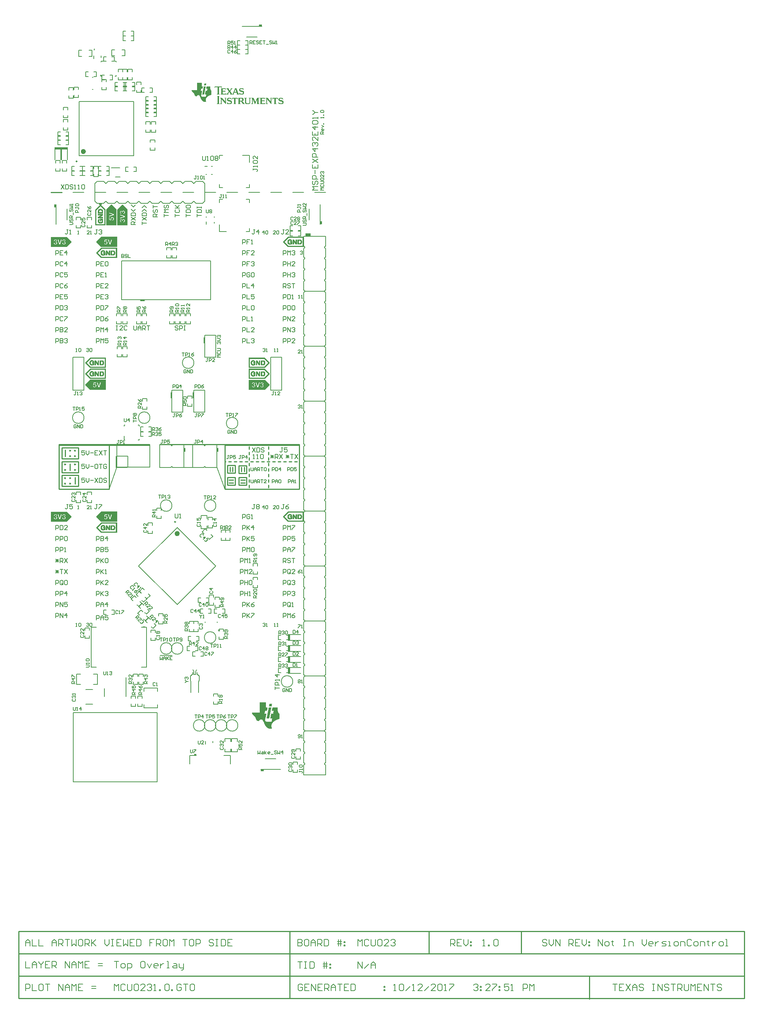
<source format=gto>
G04 Layer_Color=65535*
%FSAX25Y25*%
%MOIN*%
G70*
G01*
G75*
%ADD54C,0.01000*%
%ADD57C,0.00600*%
%ADD58C,0.00800*%
%ADD62C,0.00700*%
%ADD89C,0.00787*%
%ADD90C,0.02362*%
%ADD91C,0.00984*%
%ADD92C,0.00050*%
%ADD93C,0.00500*%
%ADD94C,0.00394*%
%ADD95R,0.02559X0.01378*%
%ADD96R,0.01000X0.05500*%
%ADD97R,0.01595X0.03543*%
%ADD98R,0.01969X0.06299*%
%ADD99R,0.03937X0.01673*%
%ADD100R,0.02165X0.01378*%
%ADD101R,0.01378X0.02559*%
%ADD102R,0.01969X0.01004*%
%ADD103R,0.11000X0.01000*%
%ADD104R,0.01000X0.10350*%
%ADD105R,0.06299X0.01969*%
%ADD106R,0.04724X0.02756*%
%ADD107R,0.03150X0.01417*%
G36*
X0258938Y0859329D02*
Y0859256D01*
Y0859183D01*
X0258793D01*
Y0859111D01*
X0258647D01*
Y0859038D01*
X0258575D01*
Y0858965D01*
X0258502D01*
Y0858893D01*
X0258429D01*
Y0858820D01*
Y0858747D01*
Y0858675D01*
Y0858602D01*
Y0858529D01*
Y0858456D01*
Y0858384D01*
Y0858311D01*
Y0858238D01*
Y0858166D01*
Y0858093D01*
Y0858020D01*
Y0857948D01*
Y0857875D01*
Y0857802D01*
Y0857729D01*
Y0857657D01*
Y0857584D01*
Y0857511D01*
Y0857439D01*
Y0857366D01*
Y0857293D01*
Y0857220D01*
Y0857148D01*
Y0857075D01*
Y0857002D01*
Y0856930D01*
Y0856857D01*
Y0856784D01*
Y0856712D01*
Y0856639D01*
Y0856566D01*
Y0856493D01*
Y0856421D01*
Y0856348D01*
Y0856275D01*
Y0856203D01*
Y0856130D01*
Y0856057D01*
Y0855985D01*
Y0855912D01*
Y0855839D01*
Y0855766D01*
Y0855694D01*
Y0855621D01*
Y0855548D01*
Y0855476D01*
Y0855403D01*
Y0855330D01*
Y0855258D01*
Y0855185D01*
Y0855112D01*
Y0855040D01*
Y0854967D01*
Y0854894D01*
Y0854821D01*
Y0854749D01*
Y0854676D01*
Y0854603D01*
Y0854531D01*
Y0854458D01*
Y0854385D01*
Y0854313D01*
Y0854240D01*
X0258502D01*
Y0854167D01*
Y0854094D01*
X0258575D01*
Y0854022D01*
X0258647D01*
Y0853949D01*
X0258865D01*
Y0853876D01*
X0258938D01*
Y0853804D01*
Y0853731D01*
Y0853658D01*
X0256612D01*
Y0853731D01*
Y0853804D01*
Y0853876D01*
X0256684D01*
Y0853949D01*
X0256830D01*
Y0854022D01*
X0256975D01*
Y0854094D01*
X0257048D01*
Y0854167D01*
Y0854240D01*
X0257121D01*
Y0854313D01*
Y0854385D01*
Y0854458D01*
Y0854531D01*
Y0854603D01*
Y0854676D01*
Y0854749D01*
Y0854821D01*
Y0854894D01*
Y0854967D01*
Y0855040D01*
Y0855112D01*
Y0855185D01*
Y0855258D01*
Y0855330D01*
Y0855403D01*
Y0855476D01*
Y0855548D01*
Y0855621D01*
Y0855694D01*
Y0855766D01*
Y0855839D01*
Y0855912D01*
Y0855985D01*
Y0856057D01*
Y0856130D01*
Y0856203D01*
Y0856275D01*
Y0856348D01*
Y0856421D01*
Y0856493D01*
Y0856566D01*
Y0856639D01*
Y0856712D01*
Y0856784D01*
Y0856857D01*
Y0856930D01*
Y0857002D01*
Y0857075D01*
Y0857148D01*
Y0857220D01*
Y0857293D01*
Y0857366D01*
Y0857439D01*
Y0857511D01*
Y0857584D01*
Y0857657D01*
Y0857729D01*
Y0857802D01*
Y0857875D01*
Y0857948D01*
Y0858020D01*
Y0858093D01*
X0257048D01*
Y0858020D01*
Y0857948D01*
Y0857875D01*
X0256975D01*
Y0857802D01*
Y0857729D01*
X0256902D01*
Y0857657D01*
Y0857584D01*
X0256830D01*
Y0857511D01*
Y0857439D01*
Y0857366D01*
X0256757D01*
Y0857293D01*
Y0857220D01*
X0256684D01*
Y0857148D01*
Y0857075D01*
X0256612D01*
Y0857002D01*
Y0856930D01*
Y0856857D01*
X0256539D01*
Y0856784D01*
Y0856712D01*
X0256466D01*
Y0856639D01*
Y0856566D01*
X0256394D01*
Y0856493D01*
Y0856421D01*
X0256321D01*
Y0856348D01*
Y0856275D01*
Y0856203D01*
X0256248D01*
Y0856130D01*
Y0856057D01*
X0256175D01*
Y0855985D01*
Y0855912D01*
X0256103D01*
Y0855839D01*
Y0855766D01*
Y0855694D01*
X0256030D01*
Y0855621D01*
Y0855548D01*
X0255957D01*
Y0855476D01*
Y0855403D01*
X0255885D01*
Y0855330D01*
Y0855258D01*
Y0855185D01*
X0255812D01*
Y0855112D01*
Y0855040D01*
X0255739D01*
Y0854967D01*
Y0854894D01*
X0255667D01*
Y0854821D01*
Y0854749D01*
X0255594D01*
Y0854676D01*
Y0854603D01*
Y0854531D01*
X0255521D01*
Y0854458D01*
Y0854385D01*
X0255449D01*
Y0854313D01*
Y0854240D01*
X0255376D01*
Y0854167D01*
Y0854094D01*
Y0854022D01*
X0255303D01*
Y0853949D01*
Y0853876D01*
X0255230D01*
Y0853804D01*
Y0853731D01*
X0255158D01*
Y0853658D01*
Y0853586D01*
X0254940D01*
Y0853658D01*
Y0853731D01*
X0254867D01*
Y0853804D01*
Y0853876D01*
X0254794D01*
Y0853949D01*
Y0854022D01*
Y0854094D01*
X0254721D01*
Y0854167D01*
Y0854240D01*
X0254649D01*
Y0854313D01*
Y0854385D01*
X0254576D01*
Y0854458D01*
Y0854531D01*
X0254503D01*
Y0854603D01*
Y0854676D01*
Y0854749D01*
X0254431D01*
Y0854821D01*
Y0854894D01*
X0254358D01*
Y0854967D01*
Y0855040D01*
X0254285D01*
Y0855112D01*
Y0855185D01*
X0254213D01*
Y0855258D01*
Y0855330D01*
Y0855403D01*
X0254140D01*
Y0855476D01*
Y0855548D01*
X0254067D01*
Y0855621D01*
Y0855694D01*
X0253994D01*
Y0855766D01*
Y0855839D01*
X0253922D01*
Y0855912D01*
Y0855985D01*
Y0856057D01*
X0253849D01*
Y0856130D01*
Y0856203D01*
X0253776D01*
Y0856275D01*
Y0856348D01*
X0253704D01*
Y0856421D01*
Y0856493D01*
X0253631D01*
Y0856566D01*
Y0856639D01*
Y0856712D01*
X0253558D01*
Y0856784D01*
Y0856857D01*
X0253486D01*
Y0856930D01*
Y0857002D01*
X0253413D01*
Y0857075D01*
Y0857148D01*
X0253340D01*
Y0857220D01*
Y0857293D01*
X0253268D01*
Y0857366D01*
Y0857439D01*
Y0857511D01*
X0253195D01*
Y0857584D01*
Y0857657D01*
X0253122D01*
Y0857729D01*
Y0857802D01*
X0253049D01*
Y0857875D01*
Y0857948D01*
X0252977D01*
Y0858020D01*
Y0858093D01*
X0252904D01*
Y0858020D01*
Y0857948D01*
Y0857875D01*
Y0857802D01*
Y0857729D01*
Y0857657D01*
Y0857584D01*
Y0857511D01*
Y0857439D01*
Y0857366D01*
Y0857293D01*
Y0857220D01*
Y0857148D01*
Y0857075D01*
Y0857002D01*
Y0856930D01*
Y0856857D01*
Y0856784D01*
Y0856712D01*
Y0856639D01*
Y0856566D01*
Y0856493D01*
Y0856421D01*
Y0856348D01*
Y0856275D01*
Y0856203D01*
Y0856130D01*
Y0856057D01*
Y0855985D01*
Y0855912D01*
Y0855839D01*
Y0855766D01*
Y0855694D01*
Y0855621D01*
Y0855548D01*
Y0855476D01*
Y0855403D01*
Y0855330D01*
Y0855258D01*
Y0855185D01*
Y0855112D01*
Y0855040D01*
Y0854967D01*
Y0854894D01*
Y0854821D01*
Y0854749D01*
Y0854676D01*
Y0854603D01*
Y0854531D01*
Y0854458D01*
Y0854385D01*
X0252977D01*
Y0854313D01*
Y0854240D01*
Y0854167D01*
X0253049D01*
Y0854094D01*
X0253122D01*
Y0854022D01*
X0253195D01*
Y0853949D01*
X0253413D01*
Y0853876D01*
X0253486D01*
Y0853804D01*
Y0853731D01*
Y0853658D01*
X0251668D01*
Y0853731D01*
Y0853804D01*
Y0853876D01*
Y0853949D01*
X0251886D01*
Y0854022D01*
X0251959D01*
Y0854094D01*
X0252032D01*
Y0854167D01*
X0252104D01*
Y0854240D01*
Y0854313D01*
X0252177D01*
Y0854385D01*
Y0854458D01*
Y0854531D01*
Y0854603D01*
Y0854676D01*
Y0854749D01*
Y0854821D01*
Y0854894D01*
Y0854967D01*
Y0855040D01*
Y0855112D01*
Y0855185D01*
Y0855258D01*
Y0855330D01*
Y0855403D01*
Y0855476D01*
Y0855548D01*
Y0855621D01*
Y0855694D01*
Y0855766D01*
Y0855839D01*
Y0855912D01*
Y0855985D01*
Y0856057D01*
Y0856130D01*
Y0856203D01*
Y0856275D01*
Y0856348D01*
Y0856421D01*
Y0856493D01*
Y0856566D01*
Y0856639D01*
Y0856712D01*
Y0856784D01*
Y0856857D01*
Y0856930D01*
Y0857002D01*
Y0857075D01*
Y0857148D01*
Y0857220D01*
Y0857293D01*
Y0857366D01*
Y0857439D01*
Y0857511D01*
Y0857584D01*
Y0857657D01*
Y0857729D01*
Y0857802D01*
Y0857875D01*
Y0857948D01*
Y0858020D01*
Y0858093D01*
Y0858166D01*
Y0858238D01*
Y0858311D01*
Y0858384D01*
Y0858456D01*
Y0858529D01*
Y0858602D01*
Y0858675D01*
Y0858747D01*
Y0858820D01*
Y0858893D01*
X0252104D01*
Y0858965D01*
X0252032D01*
Y0859038D01*
X0251959D01*
Y0859111D01*
X0251814D01*
Y0859183D01*
X0251668D01*
Y0859256D01*
Y0859329D01*
Y0859402D01*
X0253704D01*
Y0859329D01*
X0253776D01*
Y0859256D01*
Y0859183D01*
X0253849D01*
Y0859111D01*
Y0859038D01*
X0253922D01*
Y0858965D01*
Y0858893D01*
Y0858820D01*
X0253994D01*
Y0858747D01*
Y0858675D01*
X0254067D01*
Y0858602D01*
Y0858529D01*
X0254140D01*
Y0858456D01*
Y0858384D01*
X0254213D01*
Y0858311D01*
Y0858238D01*
Y0858166D01*
X0254285D01*
Y0858093D01*
Y0858020D01*
X0254358D01*
Y0857948D01*
Y0857875D01*
X0254431D01*
Y0857802D01*
Y0857729D01*
X0254503D01*
Y0857657D01*
Y0857584D01*
Y0857511D01*
X0254576D01*
Y0857439D01*
Y0857366D01*
X0254649D01*
Y0857293D01*
Y0857220D01*
X0254721D01*
Y0857148D01*
Y0857075D01*
X0254794D01*
Y0857002D01*
Y0856930D01*
Y0856857D01*
X0254867D01*
Y0856784D01*
Y0856712D01*
X0254940D01*
Y0856639D01*
Y0856566D01*
X0255012D01*
Y0856493D01*
Y0856421D01*
X0255085D01*
Y0856348D01*
Y0856275D01*
Y0856203D01*
X0255158D01*
Y0856130D01*
Y0856057D01*
X0255230D01*
Y0855985D01*
Y0855912D01*
X0255303D01*
Y0855839D01*
Y0855766D01*
X0255376D01*
Y0855839D01*
X0255449D01*
Y0855912D01*
Y0855985D01*
Y0856057D01*
X0255521D01*
Y0856130D01*
Y0856203D01*
X0255594D01*
Y0856275D01*
Y0856348D01*
X0255667D01*
Y0856421D01*
Y0856493D01*
Y0856566D01*
X0255739D01*
Y0856639D01*
Y0856712D01*
X0255812D01*
Y0856784D01*
Y0856857D01*
X0255885D01*
Y0856930D01*
Y0857002D01*
Y0857075D01*
X0255957D01*
Y0857148D01*
Y0857220D01*
X0256030D01*
Y0857293D01*
Y0857366D01*
X0256103D01*
Y0857439D01*
Y0857511D01*
Y0857584D01*
X0256175D01*
Y0857657D01*
Y0857729D01*
X0256248D01*
Y0857802D01*
Y0857875D01*
X0256321D01*
Y0857948D01*
Y0858020D01*
Y0858093D01*
X0256394D01*
Y0858166D01*
Y0858238D01*
X0256466D01*
Y0858311D01*
Y0858384D01*
X0256539D01*
Y0858456D01*
Y0858529D01*
Y0858602D01*
X0256612D01*
Y0858675D01*
Y0858747D01*
X0256684D01*
Y0858820D01*
Y0858893D01*
X0256757D01*
Y0858965D01*
Y0859038D01*
Y0859111D01*
X0256830D01*
Y0859183D01*
Y0859256D01*
X0256902D01*
Y0859329D01*
Y0859402D01*
X0258938D01*
Y0859329D01*
D02*
G37*
G36*
X0206594Y0873142D02*
Y0873069D01*
Y0872996D01*
Y0872924D01*
Y0872851D01*
Y0872778D01*
Y0872706D01*
Y0872633D01*
Y0872560D01*
Y0872488D01*
Y0872415D01*
Y0872342D01*
Y0872269D01*
Y0872197D01*
Y0872124D01*
Y0872051D01*
Y0871979D01*
Y0871906D01*
Y0871833D01*
Y0871760D01*
Y0871688D01*
Y0871615D01*
Y0871542D01*
Y0871470D01*
Y0871397D01*
Y0871324D01*
Y0871252D01*
Y0871179D01*
Y0871106D01*
Y0871033D01*
Y0870961D01*
Y0870888D01*
Y0870815D01*
Y0870743D01*
Y0870670D01*
Y0870597D01*
Y0870525D01*
Y0870452D01*
Y0870379D01*
Y0870306D01*
Y0870234D01*
Y0870161D01*
Y0870088D01*
Y0870016D01*
Y0869943D01*
Y0869870D01*
X0207757D01*
Y0869798D01*
X0207684D01*
Y0869725D01*
Y0869652D01*
Y0869580D01*
Y0869507D01*
Y0869434D01*
X0207612D01*
Y0869361D01*
Y0869289D01*
Y0869216D01*
Y0869143D01*
Y0869071D01*
X0207539D01*
Y0868998D01*
Y0868925D01*
Y0868853D01*
Y0868780D01*
Y0868707D01*
X0207466D01*
Y0868634D01*
Y0868562D01*
Y0868489D01*
Y0868416D01*
Y0868344D01*
X0207394D01*
Y0868271D01*
Y0868198D01*
Y0868126D01*
Y0868053D01*
Y0867980D01*
X0207321D01*
Y0867907D01*
Y0867835D01*
Y0867762D01*
Y0867689D01*
X0206085D01*
Y0867617D01*
Y0867544D01*
Y0867471D01*
X0206012D01*
Y0867398D01*
Y0867326D01*
Y0867253D01*
Y0867180D01*
Y0867108D01*
X0205940D01*
Y0867035D01*
Y0866962D01*
Y0866890D01*
Y0866817D01*
Y0866744D01*
X0205867D01*
Y0866671D01*
Y0866599D01*
Y0866526D01*
Y0866453D01*
Y0866381D01*
X0205794D01*
Y0866308D01*
Y0866235D01*
Y0866163D01*
Y0866090D01*
Y0866017D01*
X0205722D01*
Y0865944D01*
Y0865872D01*
Y0865799D01*
Y0865726D01*
Y0865654D01*
X0206885D01*
Y0865581D01*
Y0865508D01*
Y0865436D01*
Y0865363D01*
X0206812D01*
Y0865290D01*
Y0865217D01*
Y0865145D01*
Y0865072D01*
Y0864999D01*
X0206739D01*
Y0864927D01*
Y0864854D01*
Y0864781D01*
Y0864709D01*
Y0864636D01*
X0206667D01*
Y0864563D01*
Y0864491D01*
Y0864418D01*
Y0864345D01*
Y0864272D01*
X0206594D01*
Y0864200D01*
Y0864127D01*
Y0864054D01*
Y0863982D01*
Y0863909D01*
X0206521D01*
Y0863836D01*
Y0863764D01*
Y0863691D01*
Y0863618D01*
Y0863545D01*
X0206449D01*
Y0863473D01*
Y0863400D01*
Y0863327D01*
Y0863255D01*
Y0863182D01*
X0206376D01*
Y0863109D01*
Y0863037D01*
Y0862964D01*
Y0862891D01*
Y0862818D01*
X0206303D01*
Y0862746D01*
Y0862673D01*
Y0862600D01*
Y0862528D01*
Y0862455D01*
X0206230D01*
Y0862382D01*
Y0862309D01*
Y0862237D01*
Y0862164D01*
Y0862091D01*
X0206158D01*
Y0862019D01*
Y0861946D01*
Y0861873D01*
Y0861801D01*
Y0861728D01*
X0206085D01*
Y0861655D01*
Y0861582D01*
Y0861510D01*
Y0861437D01*
Y0861364D01*
Y0861292D01*
Y0861219D01*
Y0861146D01*
X0206158D01*
Y0861074D01*
Y0861001D01*
Y0860928D01*
X0206230D01*
Y0860855D01*
Y0860783D01*
X0206303D01*
Y0860710D01*
X0206376D01*
Y0860637D01*
X0206449D01*
Y0860565D01*
X0206594D01*
Y0860492D01*
X0206739D01*
Y0860419D01*
X0207030D01*
Y0860347D01*
X0207466D01*
Y0860274D01*
X0210302D01*
Y0860347D01*
Y0860419D01*
Y0860492D01*
X0210374D01*
Y0860565D01*
Y0860637D01*
Y0860710D01*
Y0860783D01*
Y0860855D01*
X0210447D01*
Y0860928D01*
Y0861001D01*
Y0861074D01*
Y0861146D01*
Y0861219D01*
X0210520D01*
Y0861292D01*
Y0861364D01*
Y0861437D01*
Y0861510D01*
Y0861582D01*
X0210593D01*
Y0861655D01*
Y0861728D01*
Y0861801D01*
Y0861873D01*
Y0861946D01*
X0210665D01*
Y0862019D01*
Y0862091D01*
Y0862164D01*
Y0862237D01*
Y0862309D01*
X0210738D01*
Y0862382D01*
Y0862455D01*
X0209793D01*
Y0862528D01*
X0209647D01*
Y0862600D01*
X0209575D01*
Y0862673D01*
Y0862746D01*
Y0862818D01*
Y0862891D01*
Y0862964D01*
Y0863037D01*
Y0863109D01*
Y0863182D01*
Y0863255D01*
X0209647D01*
Y0863327D01*
Y0863400D01*
Y0863473D01*
Y0863545D01*
X0209720D01*
Y0863618D01*
Y0863691D01*
Y0863764D01*
Y0863836D01*
Y0863909D01*
X0209793D01*
Y0863982D01*
Y0864054D01*
Y0864127D01*
Y0864200D01*
Y0864272D01*
X0209865D01*
Y0864345D01*
Y0864418D01*
Y0864491D01*
Y0864563D01*
Y0864636D01*
X0209938D01*
Y0864709D01*
Y0864781D01*
Y0864854D01*
Y0864927D01*
Y0864999D01*
X0210011D01*
Y0865072D01*
Y0865145D01*
Y0865217D01*
Y0865290D01*
Y0865363D01*
X0210084D01*
Y0865436D01*
Y0865508D01*
Y0865581D01*
Y0865654D01*
X0211392D01*
Y0865726D01*
Y0865799D01*
Y0865872D01*
Y0865944D01*
Y0866017D01*
X0211465D01*
Y0866090D01*
Y0866163D01*
Y0866235D01*
Y0866308D01*
Y0866381D01*
X0211538D01*
Y0866453D01*
Y0866526D01*
Y0866599D01*
Y0866671D01*
Y0866744D01*
X0211610D01*
Y0866817D01*
Y0866890D01*
Y0866962D01*
Y0867035D01*
Y0867108D01*
X0211683D01*
Y0867180D01*
Y0867253D01*
Y0867326D01*
Y0867398D01*
Y0867471D01*
X0211756D01*
Y0867544D01*
Y0867617D01*
Y0867689D01*
X0210520D01*
Y0867762D01*
Y0867835D01*
Y0867907D01*
X0210593D01*
Y0867980D01*
Y0868053D01*
Y0868126D01*
Y0868198D01*
Y0868271D01*
X0210665D01*
Y0868344D01*
Y0868416D01*
Y0868489D01*
Y0868562D01*
Y0868634D01*
X0210738D01*
Y0868707D01*
Y0868780D01*
Y0868853D01*
Y0868925D01*
Y0868998D01*
X0210811D01*
Y0869071D01*
Y0869143D01*
Y0869216D01*
Y0869289D01*
Y0869361D01*
X0210883D01*
Y0869434D01*
Y0869507D01*
Y0869580D01*
Y0869652D01*
Y0869725D01*
X0210956D01*
Y0869798D01*
Y0869870D01*
X0214446D01*
Y0869798D01*
Y0869725D01*
Y0869652D01*
Y0869580D01*
Y0869507D01*
Y0869434D01*
Y0869361D01*
Y0869289D01*
Y0869216D01*
Y0869143D01*
Y0869071D01*
Y0868998D01*
Y0868925D01*
Y0868853D01*
Y0868780D01*
Y0868707D01*
Y0868634D01*
Y0868562D01*
Y0868489D01*
Y0868416D01*
Y0868344D01*
Y0868271D01*
Y0868198D01*
Y0868126D01*
Y0868053D01*
Y0867980D01*
Y0867907D01*
Y0867835D01*
Y0867762D01*
Y0867689D01*
Y0867617D01*
Y0867544D01*
Y0867471D01*
Y0867398D01*
X0214518D01*
Y0867326D01*
Y0867253D01*
Y0867180D01*
Y0867108D01*
Y0867035D01*
X0214591D01*
Y0866962D01*
Y0866890D01*
Y0866817D01*
Y0866744D01*
X0214664D01*
Y0866671D01*
Y0866599D01*
X0214737D01*
Y0866526D01*
Y0866453D01*
X0214809D01*
Y0866381D01*
Y0866308D01*
X0214882D01*
Y0866235D01*
X0214955D01*
Y0866163D01*
Y0866090D01*
X0215027D01*
Y0866017D01*
X0215100D01*
Y0865944D01*
X0215173D01*
Y0865872D01*
X0215245D01*
Y0865799D01*
X0215391D01*
Y0865726D01*
X0215463D01*
Y0865654D01*
Y0865581D01*
Y0865508D01*
Y0865436D01*
Y0865363D01*
Y0865290D01*
Y0865217D01*
Y0865145D01*
Y0865072D01*
Y0864999D01*
Y0864927D01*
Y0864854D01*
Y0864781D01*
Y0864709D01*
Y0864636D01*
Y0864563D01*
Y0864491D01*
Y0864418D01*
Y0864345D01*
Y0864272D01*
Y0864200D01*
Y0864127D01*
Y0864054D01*
Y0863982D01*
Y0863909D01*
Y0863836D01*
Y0863764D01*
Y0863691D01*
Y0863618D01*
Y0863545D01*
Y0863473D01*
Y0863400D01*
Y0863327D01*
Y0863255D01*
Y0863182D01*
Y0863109D01*
Y0863037D01*
Y0862964D01*
Y0862891D01*
Y0862818D01*
Y0862746D01*
Y0862673D01*
Y0862600D01*
Y0862528D01*
Y0862455D01*
Y0862382D01*
Y0862309D01*
Y0862237D01*
Y0862164D01*
X0215318D01*
Y0862091D01*
X0215100D01*
Y0862019D01*
X0214809D01*
Y0861946D01*
X0214591D01*
Y0861873D01*
X0214373D01*
Y0861801D01*
X0214155D01*
Y0861728D01*
X0214009D01*
Y0861655D01*
X0213791D01*
Y0861582D01*
X0213646D01*
Y0861510D01*
X0213501D01*
Y0861437D01*
X0213355D01*
Y0861364D01*
X0213210D01*
Y0861292D01*
X0213064D01*
Y0861219D01*
X0212919D01*
Y0861146D01*
X0212773D01*
Y0861074D01*
X0212701D01*
Y0861001D01*
X0212556D01*
Y0860928D01*
X0212410D01*
Y0860855D01*
X0212337D01*
Y0860783D01*
X0212265D01*
Y0860710D01*
X0212119D01*
Y0860637D01*
X0212047D01*
Y0860565D01*
X0211974D01*
Y0860492D01*
X0211828D01*
Y0860419D01*
X0211756D01*
Y0860347D01*
X0211683D01*
Y0860274D01*
X0211610D01*
Y0860201D01*
X0211538D01*
Y0860128D01*
X0211465D01*
Y0860056D01*
X0211392D01*
Y0859983D01*
X0211319D01*
Y0859910D01*
X0211247D01*
Y0859838D01*
X0211174D01*
Y0859765D01*
X0211102D01*
Y0859692D01*
X0211029D01*
Y0859620D01*
Y0859547D01*
X0210956D01*
Y0859474D01*
X0210883D01*
Y0859402D01*
X0210811D01*
Y0859329D01*
Y0859256D01*
X0210738D01*
Y0859183D01*
X0210665D01*
Y0859111D01*
Y0859038D01*
X0210593D01*
Y0858965D01*
Y0858893D01*
X0210520D01*
Y0858820D01*
Y0858747D01*
X0210447D01*
Y0858675D01*
Y0858602D01*
X0210374D01*
Y0858529D01*
Y0858456D01*
Y0858384D01*
X0210302D01*
Y0858311D01*
Y0858238D01*
Y0858166D01*
Y0858093D01*
X0210229D01*
Y0858020D01*
Y0857948D01*
Y0857875D01*
Y0857802D01*
Y0857729D01*
Y0857657D01*
Y0857584D01*
Y0857511D01*
Y0857439D01*
Y0857366D01*
Y0857293D01*
Y0857220D01*
Y0857148D01*
Y0857075D01*
Y0857002D01*
X0210302D01*
Y0856930D01*
Y0856857D01*
Y0856784D01*
Y0856712D01*
Y0856639D01*
X0210374D01*
Y0856566D01*
Y0856493D01*
Y0856421D01*
Y0856348D01*
X0210447D01*
Y0856275D01*
Y0856203D01*
Y0856130D01*
X0210520D01*
Y0856057D01*
Y0855985D01*
X0210593D01*
Y0855912D01*
Y0855839D01*
X0210447D01*
Y0855766D01*
X0210229D01*
Y0855694D01*
X0209865D01*
Y0855621D01*
X0209066D01*
Y0855694D01*
X0208702D01*
Y0855766D01*
X0208484D01*
Y0855839D01*
X0208266D01*
Y0855912D01*
X0208121D01*
Y0855985D01*
X0207975D01*
Y0856057D01*
X0207903D01*
Y0856130D01*
X0207757D01*
Y0856203D01*
X0207684D01*
Y0856275D01*
X0207539D01*
Y0856348D01*
X0207466D01*
Y0856421D01*
X0207394D01*
Y0856493D01*
X0207248D01*
Y0856566D01*
X0207176D01*
Y0856639D01*
X0207103D01*
Y0856712D01*
X0207030D01*
Y0856784D01*
X0206958D01*
Y0856857D01*
X0206885D01*
Y0856930D01*
X0206812D01*
Y0857002D01*
X0206739D01*
Y0857075D01*
Y0857148D01*
X0206667D01*
Y0857220D01*
X0206594D01*
Y0857293D01*
X0206521D01*
Y0857366D01*
X0206449D01*
Y0857439D01*
Y0857511D01*
X0206376D01*
Y0857584D01*
X0206303D01*
Y0857657D01*
Y0857729D01*
X0206230D01*
Y0857802D01*
Y0857875D01*
X0206158D01*
Y0857948D01*
X0206085D01*
Y0858020D01*
Y0858093D01*
X0206012D01*
Y0858166D01*
Y0858238D01*
X0205940D01*
Y0858311D01*
Y0858384D01*
X0205867D01*
Y0858456D01*
Y0858529D01*
X0205794D01*
Y0858602D01*
Y0858675D01*
X0205722D01*
Y0858747D01*
Y0858820D01*
X0205649D01*
Y0858893D01*
Y0858965D01*
X0205576D01*
Y0859038D01*
Y0859111D01*
X0205504D01*
Y0859183D01*
Y0859256D01*
X0205431D01*
Y0859329D01*
Y0859402D01*
X0205358D01*
Y0859474D01*
Y0859547D01*
Y0859620D01*
X0205285D01*
Y0859692D01*
Y0859765D01*
X0205213D01*
Y0859838D01*
Y0859910D01*
X0205140D01*
Y0859983D01*
Y0860056D01*
X0205067D01*
Y0860128D01*
Y0860201D01*
X0204995D01*
Y0860274D01*
Y0860347D01*
X0204922D01*
Y0860419D01*
Y0860492D01*
X0204849D01*
Y0860565D01*
Y0860637D01*
X0204777D01*
Y0860710D01*
Y0860783D01*
X0204704D01*
Y0860855D01*
Y0860928D01*
X0204631D01*
Y0861001D01*
Y0861074D01*
X0204558D01*
Y0861146D01*
X0204486D01*
Y0861219D01*
Y0861292D01*
X0204413D01*
Y0861364D01*
X0204340D01*
Y0861437D01*
X0204268D01*
Y0861510D01*
X0204195D01*
Y0861582D01*
X0204122D01*
Y0861655D01*
X0204049D01*
Y0861728D01*
X0203977D01*
Y0861801D01*
X0203831D01*
Y0861873D01*
X0203541D01*
Y0861946D01*
X0203395D01*
Y0861873D01*
X0203032D01*
Y0861801D01*
X0202886D01*
Y0861728D01*
X0202741D01*
Y0861655D01*
X0202668D01*
Y0861582D01*
X0202596D01*
Y0861510D01*
X0202523D01*
Y0861437D01*
X0202450D01*
Y0861364D01*
X0202377D01*
Y0861292D01*
X0202305D01*
Y0861219D01*
X0202232D01*
Y0861146D01*
X0202159D01*
Y0861074D01*
X0202087D01*
Y0861001D01*
X0202014D01*
Y0860928D01*
X0201941D01*
Y0860855D01*
X0201796D01*
Y0860783D01*
X0201214D01*
Y0860855D01*
X0200996D01*
Y0860928D01*
X0200851D01*
Y0861001D01*
X0200778D01*
Y0861074D01*
X0200705D01*
Y0861146D01*
X0200560D01*
Y0861219D01*
Y0861292D01*
X0200487D01*
Y0861364D01*
X0200415D01*
Y0861437D01*
X0200342D01*
Y0861510D01*
Y0861582D01*
X0200269D01*
Y0861655D01*
Y0861728D01*
X0200197D01*
Y0861801D01*
Y0861873D01*
X0200124D01*
Y0861946D01*
Y0862019D01*
X0200051D01*
Y0862091D01*
Y0862164D01*
X0199978D01*
Y0862237D01*
Y0862309D01*
X0199906D01*
Y0862382D01*
Y0862455D01*
Y0862528D01*
X0199833D01*
Y0862600D01*
Y0862673D01*
X0199760D01*
Y0862746D01*
Y0862818D01*
Y0862891D01*
X0199688D01*
Y0862964D01*
Y0863037D01*
X0199615D01*
Y0863109D01*
Y0863182D01*
Y0863255D01*
X0199542D01*
Y0863327D01*
X0199469D01*
Y0863400D01*
Y0863473D01*
X0199397D01*
Y0863545D01*
X0199324D01*
Y0863618D01*
Y0863691D01*
X0199251D01*
Y0863764D01*
X0199179D01*
Y0863836D01*
X0199106D01*
Y0863909D01*
X0199033D01*
Y0863982D01*
X0198960D01*
Y0864054D01*
X0198888D01*
Y0864127D01*
X0198815D01*
Y0864200D01*
X0198742D01*
Y0864272D01*
X0198670D01*
Y0864345D01*
X0198597D01*
Y0864418D01*
X0198452D01*
Y0864491D01*
X0198379D01*
Y0864563D01*
X0198306D01*
Y0864636D01*
X0198233D01*
Y0864709D01*
X0198161D01*
Y0864781D01*
X0198088D01*
Y0864854D01*
X0198015D01*
Y0864927D01*
X0197943D01*
Y0864999D01*
X0197870D01*
Y0865072D01*
Y0865145D01*
X0197797D01*
Y0865217D01*
X0197725D01*
Y0865290D01*
Y0865363D01*
X0197652D01*
Y0865436D01*
Y0865508D01*
X0197579D01*
Y0865581D01*
Y0865654D01*
X0197506D01*
Y0865726D01*
Y0865799D01*
X0197434D01*
Y0865872D01*
Y0865944D01*
Y0866017D01*
Y0866090D01*
X0197361D01*
Y0866163D01*
Y0866235D01*
Y0866308D01*
Y0866381D01*
Y0866453D01*
X0202377D01*
Y0866526D01*
Y0866599D01*
Y0866671D01*
Y0866744D01*
Y0866817D01*
Y0866890D01*
Y0866962D01*
Y0867035D01*
Y0867108D01*
Y0867180D01*
Y0867253D01*
Y0867326D01*
Y0867398D01*
Y0867471D01*
Y0867544D01*
Y0867617D01*
Y0867689D01*
Y0867762D01*
Y0867835D01*
Y0867907D01*
Y0867980D01*
Y0868053D01*
Y0868126D01*
Y0868198D01*
Y0868271D01*
Y0868344D01*
Y0868416D01*
Y0868489D01*
Y0868562D01*
Y0868634D01*
Y0868707D01*
Y0868780D01*
Y0868853D01*
Y0868925D01*
Y0868998D01*
Y0869071D01*
Y0869143D01*
Y0869216D01*
Y0869289D01*
Y0869361D01*
Y0869434D01*
Y0869507D01*
Y0869580D01*
Y0869652D01*
Y0869725D01*
Y0869798D01*
Y0869870D01*
Y0869943D01*
Y0870016D01*
Y0870088D01*
Y0870161D01*
Y0870234D01*
Y0870306D01*
Y0870379D01*
Y0870452D01*
Y0870525D01*
Y0870597D01*
Y0870670D01*
Y0870743D01*
Y0870815D01*
Y0870888D01*
Y0870961D01*
Y0871033D01*
Y0871106D01*
Y0871179D01*
Y0871252D01*
Y0871324D01*
Y0871397D01*
Y0871470D01*
Y0871542D01*
Y0871615D01*
Y0871688D01*
Y0871760D01*
Y0871833D01*
Y0871906D01*
Y0871979D01*
Y0872051D01*
Y0872124D01*
Y0872197D01*
Y0872269D01*
Y0872342D01*
Y0872415D01*
Y0872488D01*
Y0872560D01*
Y0872633D01*
Y0872706D01*
Y0872778D01*
Y0872851D01*
Y0872924D01*
Y0872996D01*
Y0873069D01*
Y0873142D01*
Y0873215D01*
X0206594D01*
Y0873142D01*
D02*
G37*
G36*
X0270570Y0859329D02*
Y0859256D01*
Y0859183D01*
X0270425D01*
Y0859111D01*
X0270352D01*
Y0859038D01*
X0270279D01*
Y0858965D01*
X0270207D01*
Y0858893D01*
X0270134D01*
Y0858820D01*
Y0858747D01*
Y0858675D01*
Y0858602D01*
Y0858529D01*
X0270061D01*
Y0858456D01*
Y0858384D01*
Y0858311D01*
Y0858238D01*
Y0858166D01*
Y0858093D01*
Y0858020D01*
Y0857948D01*
Y0857875D01*
Y0857802D01*
Y0857729D01*
Y0857657D01*
Y0857584D01*
Y0857511D01*
Y0857439D01*
Y0857366D01*
Y0857293D01*
Y0857220D01*
Y0857148D01*
Y0857075D01*
Y0857002D01*
Y0856930D01*
Y0856857D01*
Y0856784D01*
Y0856712D01*
Y0856639D01*
Y0856566D01*
Y0856493D01*
Y0856421D01*
Y0856348D01*
Y0856275D01*
Y0856203D01*
Y0856130D01*
Y0856057D01*
Y0855985D01*
Y0855912D01*
Y0855839D01*
Y0855766D01*
Y0855694D01*
Y0855621D01*
Y0855548D01*
Y0855476D01*
Y0855403D01*
Y0855330D01*
Y0855258D01*
Y0855185D01*
Y0855112D01*
Y0855040D01*
Y0854967D01*
Y0854894D01*
Y0854821D01*
Y0854749D01*
Y0854676D01*
Y0854603D01*
Y0854531D01*
Y0854458D01*
Y0854385D01*
Y0854313D01*
Y0854240D01*
Y0854167D01*
Y0854094D01*
Y0854022D01*
Y0853949D01*
Y0853876D01*
Y0853804D01*
Y0853731D01*
Y0853658D01*
Y0853586D01*
X0269843D01*
Y0853658D01*
X0269770D01*
Y0853731D01*
Y0853804D01*
X0269698D01*
Y0853876D01*
X0269625D01*
Y0853949D01*
X0269552D01*
Y0854022D01*
X0269480D01*
Y0854094D01*
X0269407D01*
Y0854167D01*
X0269334D01*
Y0854240D01*
X0269262D01*
Y0854313D01*
Y0854385D01*
X0269189D01*
Y0854458D01*
X0269116D01*
Y0854531D01*
X0269043D01*
Y0854603D01*
X0268971D01*
Y0854676D01*
X0268898D01*
Y0854749D01*
X0268825D01*
Y0854821D01*
X0268753D01*
Y0854894D01*
Y0854967D01*
X0268680D01*
Y0855040D01*
X0268607D01*
Y0855112D01*
X0268534D01*
Y0855185D01*
X0268462D01*
Y0855258D01*
X0268389D01*
Y0855330D01*
X0268316D01*
Y0855403D01*
X0268244D01*
Y0855476D01*
Y0855548D01*
X0268171D01*
Y0855621D01*
X0268098D01*
Y0855694D01*
X0268026D01*
Y0855766D01*
X0267953D01*
Y0855839D01*
X0267880D01*
Y0855912D01*
X0267808D01*
Y0855985D01*
X0267735D01*
Y0856057D01*
Y0856130D01*
X0267662D01*
Y0856203D01*
X0267589D01*
Y0856275D01*
X0267517D01*
Y0856348D01*
X0267444D01*
Y0856421D01*
X0267371D01*
Y0856493D01*
X0267299D01*
Y0856566D01*
X0267226D01*
Y0856639D01*
Y0856712D01*
X0267153D01*
Y0856784D01*
X0267080D01*
Y0856857D01*
X0267008D01*
Y0856930D01*
X0266935D01*
Y0857002D01*
X0266862D01*
Y0857075D01*
X0266790D01*
Y0857148D01*
X0266717D01*
Y0857220D01*
Y0857293D01*
X0266644D01*
Y0857366D01*
X0266571D01*
Y0857439D01*
X0266499D01*
Y0857511D01*
X0266426D01*
Y0857584D01*
X0266354D01*
Y0857657D01*
X0266281D01*
Y0857729D01*
X0266208D01*
Y0857802D01*
Y0857875D01*
X0266135D01*
Y0857948D01*
X0266063D01*
Y0857875D01*
Y0857802D01*
Y0857729D01*
Y0857657D01*
Y0857584D01*
Y0857511D01*
Y0857439D01*
Y0857366D01*
Y0857293D01*
Y0857220D01*
Y0857148D01*
Y0857075D01*
Y0857002D01*
Y0856930D01*
Y0856857D01*
Y0856784D01*
Y0856712D01*
Y0856639D01*
Y0856566D01*
Y0856493D01*
Y0856421D01*
Y0856348D01*
Y0856275D01*
Y0856203D01*
Y0856130D01*
Y0856057D01*
Y0855985D01*
Y0855912D01*
Y0855839D01*
Y0855766D01*
Y0855694D01*
Y0855621D01*
Y0855548D01*
Y0855476D01*
Y0855403D01*
Y0855330D01*
Y0855258D01*
Y0855185D01*
Y0855112D01*
Y0855040D01*
Y0854967D01*
Y0854894D01*
Y0854821D01*
Y0854749D01*
Y0854676D01*
Y0854603D01*
Y0854531D01*
Y0854458D01*
Y0854385D01*
X0266135D01*
Y0854313D01*
Y0854240D01*
Y0854167D01*
X0266208D01*
Y0854094D01*
X0266281D01*
Y0854022D01*
X0266426D01*
Y0853949D01*
X0266571D01*
Y0853876D01*
X0266644D01*
Y0853804D01*
Y0853731D01*
Y0853658D01*
X0264754D01*
Y0853731D01*
Y0853804D01*
Y0853876D01*
X0264827D01*
Y0853949D01*
X0265045D01*
Y0854022D01*
X0265118D01*
Y0854094D01*
X0265190D01*
Y0854167D01*
Y0854240D01*
X0265263D01*
Y0854313D01*
Y0854385D01*
Y0854458D01*
Y0854531D01*
Y0854603D01*
X0265336D01*
Y0854676D01*
Y0854749D01*
Y0854821D01*
Y0854894D01*
Y0854967D01*
Y0855040D01*
Y0855112D01*
Y0855185D01*
Y0855258D01*
Y0855330D01*
Y0855403D01*
Y0855476D01*
Y0855548D01*
Y0855621D01*
Y0855694D01*
Y0855766D01*
Y0855839D01*
Y0855912D01*
Y0855985D01*
Y0856057D01*
Y0856130D01*
Y0856203D01*
Y0856275D01*
Y0856348D01*
Y0856421D01*
Y0856493D01*
Y0856566D01*
Y0856639D01*
Y0856712D01*
Y0856784D01*
Y0856857D01*
Y0856930D01*
Y0857002D01*
Y0857075D01*
Y0857148D01*
Y0857220D01*
Y0857293D01*
Y0857366D01*
Y0857439D01*
Y0857511D01*
Y0857584D01*
Y0857657D01*
Y0857729D01*
Y0857802D01*
Y0857875D01*
Y0857948D01*
Y0858020D01*
Y0858093D01*
Y0858166D01*
Y0858238D01*
Y0858311D01*
Y0858384D01*
Y0858456D01*
Y0858529D01*
X0265263D01*
Y0858602D01*
Y0858675D01*
Y0858747D01*
Y0858820D01*
X0265190D01*
Y0858893D01*
Y0858965D01*
X0265118D01*
Y0859038D01*
X0265045D01*
Y0859111D01*
X0264899D01*
Y0859183D01*
X0264754D01*
Y0859256D01*
Y0859329D01*
Y0859402D01*
X0266499D01*
Y0859329D01*
X0266571D01*
Y0859256D01*
X0266644D01*
Y0859183D01*
Y0859111D01*
X0266717D01*
Y0859038D01*
X0266790D01*
Y0858965D01*
X0266862D01*
Y0858893D01*
X0266935D01*
Y0858820D01*
X0267008D01*
Y0858747D01*
X0267080D01*
Y0858675D01*
X0267153D01*
Y0858602D01*
Y0858529D01*
X0267226D01*
Y0858456D01*
X0267299D01*
Y0858384D01*
X0267371D01*
Y0858311D01*
X0267444D01*
Y0858238D01*
X0267517D01*
Y0858166D01*
X0267589D01*
Y0858093D01*
X0267662D01*
Y0858020D01*
Y0857948D01*
X0267735D01*
Y0857875D01*
X0267808D01*
Y0857802D01*
X0267880D01*
Y0857729D01*
X0267953D01*
Y0857657D01*
X0268026D01*
Y0857584D01*
X0268098D01*
Y0857511D01*
X0268171D01*
Y0857439D01*
Y0857366D01*
X0268244D01*
Y0857293D01*
X0268316D01*
Y0857220D01*
X0268389D01*
Y0857148D01*
X0268462D01*
Y0857075D01*
X0268534D01*
Y0857002D01*
X0268607D01*
Y0856930D01*
X0268680D01*
Y0856857D01*
Y0856784D01*
X0268753D01*
Y0856712D01*
X0268825D01*
Y0856639D01*
X0268898D01*
Y0856566D01*
X0268971D01*
Y0856493D01*
X0269043D01*
Y0856421D01*
X0269116D01*
Y0856348D01*
X0269189D01*
Y0856275D01*
Y0856203D01*
X0269262D01*
Y0856130D01*
X0269334D01*
Y0856203D01*
Y0856275D01*
Y0856348D01*
Y0856421D01*
Y0856493D01*
Y0856566D01*
Y0856639D01*
Y0856712D01*
Y0856784D01*
Y0856857D01*
Y0856930D01*
Y0857002D01*
Y0857075D01*
Y0857148D01*
Y0857220D01*
Y0857293D01*
Y0857366D01*
Y0857439D01*
Y0857511D01*
Y0857584D01*
Y0857657D01*
Y0857729D01*
Y0857802D01*
Y0857875D01*
Y0857948D01*
Y0858020D01*
Y0858093D01*
Y0858166D01*
Y0858238D01*
Y0858311D01*
Y0858384D01*
Y0858456D01*
Y0858529D01*
Y0858602D01*
Y0858675D01*
Y0858747D01*
Y0858820D01*
X0269262D01*
Y0858893D01*
Y0858965D01*
X0269189D01*
Y0859038D01*
X0269116D01*
Y0859111D01*
X0268971D01*
Y0859183D01*
X0268825D01*
Y0859256D01*
Y0859329D01*
Y0859402D01*
X0270570D01*
Y0859329D01*
D02*
G37*
G36*
X0232185Y0859402D02*
X0232403D01*
Y0859329D01*
X0232548D01*
Y0859256D01*
X0232693D01*
Y0859183D01*
X0232911D01*
Y0859256D01*
X0232984D01*
Y0859329D01*
Y0859402D01*
X0233275D01*
Y0859329D01*
Y0859256D01*
X0233348D01*
Y0859183D01*
Y0859111D01*
Y0859038D01*
X0233420D01*
Y0858965D01*
Y0858893D01*
Y0858820D01*
X0233493D01*
Y0858747D01*
Y0858675D01*
Y0858602D01*
Y0858529D01*
X0233566D01*
Y0858456D01*
Y0858384D01*
Y0858311D01*
X0233639D01*
Y0858238D01*
Y0858166D01*
Y0858093D01*
Y0858020D01*
X0233711D01*
Y0857948D01*
X0233639D01*
Y0857875D01*
X0233493D01*
Y0857948D01*
X0233420D01*
Y0858020D01*
X0233348D01*
Y0858093D01*
X0233202D01*
Y0858166D01*
X0233130D01*
Y0858238D01*
X0233057D01*
Y0858311D01*
X0232984D01*
Y0858384D01*
X0232839D01*
Y0858456D01*
X0232693D01*
Y0858529D01*
X0232548D01*
Y0858602D01*
X0232330D01*
Y0858675D01*
X0232112D01*
Y0858747D01*
X0231167D01*
Y0858675D01*
X0230948D01*
Y0858602D01*
X0230803D01*
Y0858529D01*
X0230731D01*
Y0858456D01*
X0230658D01*
Y0858384D01*
X0230585D01*
Y0858311D01*
Y0858238D01*
Y0858166D01*
X0230512D01*
Y0858093D01*
Y0858020D01*
Y0857948D01*
X0230585D01*
Y0857875D01*
Y0857802D01*
Y0857729D01*
X0230658D01*
Y0857657D01*
X0230731D01*
Y0857584D01*
X0230876D01*
Y0857511D01*
X0231021D01*
Y0857439D01*
X0231312D01*
Y0857366D01*
X0231603D01*
Y0857293D01*
X0231966D01*
Y0857220D01*
X0232257D01*
Y0857148D01*
X0232548D01*
Y0857075D01*
X0232839D01*
Y0857002D01*
X0233057D01*
Y0856930D01*
X0233202D01*
Y0856857D01*
X0233348D01*
Y0856784D01*
X0233420D01*
Y0856712D01*
X0233566D01*
Y0856639D01*
X0233639D01*
Y0856566D01*
X0233711D01*
Y0856493D01*
X0233784D01*
Y0856421D01*
X0233857D01*
Y0856348D01*
Y0856275D01*
X0233929D01*
Y0856203D01*
Y0856130D01*
X0234002D01*
Y0856057D01*
Y0855985D01*
Y0855912D01*
X0234075D01*
Y0855839D01*
Y0855766D01*
Y0855694D01*
Y0855621D01*
Y0855548D01*
Y0855476D01*
Y0855403D01*
Y0855330D01*
Y0855258D01*
Y0855185D01*
Y0855112D01*
Y0855040D01*
Y0854967D01*
X0234002D01*
Y0854894D01*
Y0854821D01*
Y0854749D01*
X0233929D01*
Y0854676D01*
Y0854603D01*
X0233857D01*
Y0854531D01*
Y0854458D01*
X0233784D01*
Y0854385D01*
X0233711D01*
Y0854313D01*
Y0854240D01*
X0233639D01*
Y0854167D01*
X0233566D01*
Y0854094D01*
X0233420D01*
Y0854022D01*
X0233348D01*
Y0853949D01*
X0233202D01*
Y0853876D01*
X0233057D01*
Y0853804D01*
X0232911D01*
Y0853731D01*
X0232693D01*
Y0853658D01*
X0232330D01*
Y0853586D01*
X0231312D01*
Y0853658D01*
X0230948D01*
Y0853731D01*
X0230731D01*
Y0853804D01*
X0230512D01*
Y0853876D01*
X0230367D01*
Y0853949D01*
X0230222D01*
Y0853876D01*
X0230149D01*
Y0853804D01*
Y0853731D01*
X0230076D01*
Y0853658D01*
X0229785D01*
Y0853731D01*
Y0853804D01*
Y0853876D01*
X0229713D01*
Y0853949D01*
Y0854022D01*
Y0854094D01*
Y0854167D01*
X0229640D01*
Y0854240D01*
Y0854313D01*
Y0854385D01*
Y0854458D01*
X0229567D01*
Y0854531D01*
Y0854603D01*
Y0854676D01*
X0229495D01*
Y0854749D01*
Y0854821D01*
Y0854894D01*
Y0854967D01*
X0229422D01*
Y0855040D01*
Y0855112D01*
Y0855185D01*
Y0855258D01*
X0229349D01*
Y0855330D01*
Y0855403D01*
X0229422D01*
Y0855476D01*
X0229567D01*
Y0855403D01*
X0229640D01*
Y0855330D01*
X0229713D01*
Y0855258D01*
X0229785D01*
Y0855185D01*
X0229858D01*
Y0855112D01*
X0229931D01*
Y0855040D01*
X0230003D01*
Y0854967D01*
X0230076D01*
Y0854894D01*
X0230149D01*
Y0854821D01*
X0230294D01*
Y0854749D01*
X0230367D01*
Y0854676D01*
X0230512D01*
Y0854603D01*
X0230658D01*
Y0854531D01*
X0230803D01*
Y0854458D01*
X0231021D01*
Y0854385D01*
X0231385D01*
Y0854313D01*
X0232112D01*
Y0854385D01*
X0232403D01*
Y0854458D01*
X0232548D01*
Y0854531D01*
X0232693D01*
Y0854603D01*
X0232766D01*
Y0854676D01*
X0232839D01*
Y0854749D01*
Y0854821D01*
X0232911D01*
Y0854894D01*
Y0854967D01*
Y0855040D01*
X0232984D01*
Y0855112D01*
Y0855185D01*
Y0855258D01*
Y0855330D01*
X0232911D01*
Y0855403D01*
Y0855476D01*
Y0855548D01*
X0232839D01*
Y0855621D01*
X0232766D01*
Y0855694D01*
X0232693D01*
Y0855766D01*
X0232548D01*
Y0855839D01*
X0232403D01*
Y0855912D01*
X0232185D01*
Y0855985D01*
X0231821D01*
Y0856057D01*
X0231530D01*
Y0856130D01*
X0231239D01*
Y0856203D01*
X0230876D01*
Y0856275D01*
X0230658D01*
Y0856348D01*
X0230440D01*
Y0856421D01*
X0230294D01*
Y0856493D01*
X0230222D01*
Y0856566D01*
X0230076D01*
Y0856639D01*
X0230003D01*
Y0856712D01*
X0229931D01*
Y0856784D01*
X0229858D01*
Y0856857D01*
X0229785D01*
Y0856930D01*
X0229713D01*
Y0857002D01*
Y0857075D01*
X0229640D01*
Y0857148D01*
Y0857220D01*
X0229567D01*
Y0857293D01*
Y0857366D01*
Y0857439D01*
X0229495D01*
Y0857511D01*
Y0857584D01*
Y0857657D01*
Y0857729D01*
Y0857802D01*
Y0857875D01*
Y0857948D01*
Y0858020D01*
Y0858093D01*
Y0858166D01*
X0229567D01*
Y0858238D01*
Y0858311D01*
Y0858384D01*
Y0858456D01*
X0229640D01*
Y0858529D01*
Y0858602D01*
X0229713D01*
Y0858675D01*
X0229785D01*
Y0858747D01*
Y0858820D01*
X0229858D01*
Y0858893D01*
X0229931D01*
Y0858965D01*
X0230003D01*
Y0859038D01*
X0230076D01*
Y0859111D01*
X0230222D01*
Y0859183D01*
X0230294D01*
Y0859256D01*
X0230440D01*
Y0859329D01*
X0230658D01*
Y0859402D01*
X0230876D01*
Y0859474D01*
X0232185D01*
Y0859402D01*
D02*
G37*
G36*
X0229131Y0859329D02*
Y0859256D01*
Y0859183D01*
X0228986D01*
Y0859111D01*
X0228913D01*
Y0859038D01*
X0228840D01*
Y0858965D01*
X0228767D01*
Y0858893D01*
X0228695D01*
Y0858820D01*
Y0858747D01*
Y0858675D01*
Y0858602D01*
X0228622D01*
Y0858529D01*
Y0858456D01*
Y0858384D01*
Y0858311D01*
Y0858238D01*
Y0858166D01*
Y0858093D01*
Y0858020D01*
Y0857948D01*
Y0857875D01*
Y0857802D01*
Y0857729D01*
Y0857657D01*
Y0857584D01*
Y0857511D01*
Y0857439D01*
Y0857366D01*
Y0857293D01*
Y0857220D01*
Y0857148D01*
Y0857075D01*
Y0857002D01*
Y0856930D01*
Y0856857D01*
Y0856784D01*
Y0856712D01*
Y0856639D01*
Y0856566D01*
Y0856493D01*
Y0856421D01*
Y0856348D01*
Y0856275D01*
Y0856203D01*
Y0856130D01*
Y0856057D01*
Y0855985D01*
Y0855912D01*
Y0855839D01*
Y0855766D01*
Y0855694D01*
Y0855621D01*
Y0855548D01*
Y0855476D01*
Y0855403D01*
Y0855330D01*
Y0855258D01*
Y0855185D01*
Y0855112D01*
Y0855040D01*
Y0854967D01*
Y0854894D01*
Y0854821D01*
Y0854749D01*
Y0854676D01*
Y0854603D01*
Y0854531D01*
Y0854458D01*
Y0854385D01*
Y0854313D01*
Y0854240D01*
Y0854167D01*
Y0854094D01*
Y0854022D01*
Y0853949D01*
Y0853876D01*
Y0853804D01*
Y0853731D01*
Y0853658D01*
Y0853586D01*
X0228404D01*
Y0853658D01*
X0228331D01*
Y0853731D01*
Y0853804D01*
X0228259D01*
Y0853876D01*
X0228186D01*
Y0853949D01*
X0228113D01*
Y0854022D01*
X0228041D01*
Y0854094D01*
X0227968D01*
Y0854167D01*
X0227895D01*
Y0854240D01*
X0227822D01*
Y0854313D01*
Y0854385D01*
X0227750D01*
Y0854458D01*
X0227677D01*
Y0854531D01*
X0227604D01*
Y0854603D01*
X0227532D01*
Y0854676D01*
X0227459D01*
Y0854749D01*
X0227386D01*
Y0854821D01*
X0227313D01*
Y0854894D01*
Y0854967D01*
X0227241D01*
Y0855040D01*
X0227168D01*
Y0855112D01*
X0227095D01*
Y0855185D01*
X0227023D01*
Y0855258D01*
X0226950D01*
Y0855330D01*
X0226877D01*
Y0855403D01*
X0226805D01*
Y0855476D01*
Y0855548D01*
X0226732D01*
Y0855621D01*
X0226659D01*
Y0855694D01*
X0226587D01*
Y0855766D01*
X0226514D01*
Y0855839D01*
X0226441D01*
Y0855912D01*
X0226368D01*
Y0855985D01*
X0226296D01*
Y0856057D01*
Y0856130D01*
X0226223D01*
Y0856203D01*
X0226150D01*
Y0856275D01*
X0226078D01*
Y0856348D01*
X0226005D01*
Y0856421D01*
X0225932D01*
Y0856493D01*
X0225859D01*
Y0856566D01*
X0225787D01*
Y0856639D01*
Y0856712D01*
X0225714D01*
Y0856784D01*
X0225641D01*
Y0856857D01*
X0225569D01*
Y0856930D01*
X0225496D01*
Y0857002D01*
X0225423D01*
Y0857075D01*
X0225351D01*
Y0857148D01*
X0225278D01*
Y0857220D01*
Y0857293D01*
X0225205D01*
Y0857366D01*
X0225132D01*
Y0857439D01*
X0225060D01*
Y0857511D01*
X0224987D01*
Y0857584D01*
X0224914D01*
Y0857657D01*
X0224842D01*
Y0857729D01*
X0224769D01*
Y0857802D01*
X0224696D01*
Y0857875D01*
Y0857948D01*
X0224624D01*
Y0857875D01*
Y0857802D01*
Y0857729D01*
Y0857657D01*
Y0857584D01*
Y0857511D01*
Y0857439D01*
Y0857366D01*
Y0857293D01*
Y0857220D01*
Y0857148D01*
Y0857075D01*
Y0857002D01*
Y0856930D01*
Y0856857D01*
Y0856784D01*
Y0856712D01*
Y0856639D01*
Y0856566D01*
Y0856493D01*
Y0856421D01*
Y0856348D01*
Y0856275D01*
Y0856203D01*
Y0856130D01*
Y0856057D01*
Y0855985D01*
Y0855912D01*
Y0855839D01*
Y0855766D01*
Y0855694D01*
Y0855621D01*
Y0855548D01*
Y0855476D01*
Y0855403D01*
Y0855330D01*
Y0855258D01*
Y0855185D01*
Y0855112D01*
Y0855040D01*
Y0854967D01*
Y0854894D01*
Y0854821D01*
Y0854749D01*
Y0854676D01*
Y0854603D01*
Y0854531D01*
Y0854458D01*
Y0854385D01*
X0224696D01*
Y0854313D01*
Y0854240D01*
Y0854167D01*
X0224769D01*
Y0854094D01*
X0224842D01*
Y0854022D01*
X0224987D01*
Y0853949D01*
X0225132D01*
Y0853876D01*
X0225205D01*
Y0853804D01*
Y0853731D01*
Y0853658D01*
X0223315D01*
Y0853731D01*
Y0853804D01*
Y0853876D01*
X0223388D01*
Y0853949D01*
X0223606D01*
Y0854022D01*
X0223678D01*
Y0854094D01*
X0223751D01*
Y0854167D01*
Y0854240D01*
X0223824D01*
Y0854313D01*
Y0854385D01*
Y0854458D01*
Y0854531D01*
Y0854603D01*
Y0854676D01*
Y0854749D01*
Y0854821D01*
Y0854894D01*
Y0854967D01*
Y0855040D01*
Y0855112D01*
Y0855185D01*
Y0855258D01*
Y0855330D01*
Y0855403D01*
Y0855476D01*
Y0855548D01*
Y0855621D01*
Y0855694D01*
Y0855766D01*
Y0855839D01*
Y0855912D01*
Y0855985D01*
Y0856057D01*
Y0856130D01*
Y0856203D01*
Y0856275D01*
Y0856348D01*
Y0856421D01*
Y0856493D01*
Y0856566D01*
Y0856639D01*
Y0856712D01*
Y0856784D01*
Y0856857D01*
Y0856930D01*
Y0857002D01*
Y0857075D01*
Y0857148D01*
Y0857220D01*
Y0857293D01*
Y0857366D01*
Y0857439D01*
Y0857511D01*
Y0857584D01*
Y0857657D01*
Y0857729D01*
Y0857802D01*
Y0857875D01*
Y0857948D01*
Y0858020D01*
Y0858093D01*
Y0858166D01*
Y0858238D01*
Y0858311D01*
Y0858384D01*
Y0858456D01*
Y0858529D01*
Y0858602D01*
Y0858675D01*
Y0858747D01*
Y0858820D01*
X0223751D01*
Y0858893D01*
Y0858965D01*
X0223678D01*
Y0859038D01*
X0223606D01*
Y0859111D01*
X0223460D01*
Y0859183D01*
X0223315D01*
Y0859256D01*
Y0859329D01*
Y0859402D01*
X0225060D01*
Y0859329D01*
X0225132D01*
Y0859256D01*
Y0859183D01*
X0225205D01*
Y0859111D01*
X0225278D01*
Y0859038D01*
X0225351D01*
Y0858965D01*
X0225423D01*
Y0858893D01*
X0225496D01*
Y0858820D01*
X0225569D01*
Y0858747D01*
X0225641D01*
Y0858675D01*
Y0858602D01*
X0225714D01*
Y0858529D01*
X0225787D01*
Y0858456D01*
X0225859D01*
Y0858384D01*
X0225932D01*
Y0858311D01*
X0226005D01*
Y0858238D01*
X0226078D01*
Y0858166D01*
X0226150D01*
Y0858093D01*
X0226223D01*
Y0858020D01*
Y0857948D01*
X0226296D01*
Y0857875D01*
X0226368D01*
Y0857802D01*
X0226441D01*
Y0857729D01*
X0226514D01*
Y0857657D01*
X0226587D01*
Y0857584D01*
X0226659D01*
Y0857511D01*
X0226732D01*
Y0857439D01*
Y0857366D01*
X0226805D01*
Y0857293D01*
X0226877D01*
Y0857220D01*
X0226950D01*
Y0857148D01*
X0227023D01*
Y0857075D01*
X0227095D01*
Y0857002D01*
X0227168D01*
Y0856930D01*
X0227241D01*
Y0856857D01*
Y0856784D01*
X0227313D01*
Y0856712D01*
X0227386D01*
Y0856639D01*
X0227459D01*
Y0856566D01*
X0227532D01*
Y0856493D01*
X0227604D01*
Y0856421D01*
X0227677D01*
Y0856348D01*
X0227750D01*
Y0856275D01*
Y0856203D01*
X0227895D01*
Y0856275D01*
Y0856348D01*
Y0856421D01*
Y0856493D01*
Y0856566D01*
Y0856639D01*
Y0856712D01*
Y0856784D01*
Y0856857D01*
Y0856930D01*
Y0857002D01*
Y0857075D01*
Y0857148D01*
Y0857220D01*
Y0857293D01*
Y0857366D01*
Y0857439D01*
Y0857511D01*
Y0857584D01*
Y0857657D01*
Y0857729D01*
Y0857802D01*
Y0857875D01*
Y0857948D01*
Y0858020D01*
Y0858093D01*
Y0858166D01*
Y0858238D01*
Y0858311D01*
Y0858384D01*
Y0858456D01*
Y0858529D01*
Y0858602D01*
Y0858675D01*
Y0858747D01*
X0227822D01*
Y0858820D01*
Y0858893D01*
Y0858965D01*
X0227750D01*
Y0859038D01*
X0227677D01*
Y0859111D01*
X0227532D01*
Y0859183D01*
X0227386D01*
Y0859256D01*
Y0859329D01*
Y0859402D01*
X0229131D01*
Y0859329D01*
D02*
G37*
G36*
X0251305D02*
Y0859256D01*
Y0859183D01*
X0251086D01*
Y0859111D01*
X0251014D01*
Y0859038D01*
X0250941D01*
Y0858965D01*
X0250868D01*
Y0858893D01*
Y0858820D01*
X0250796D01*
Y0858747D01*
Y0858675D01*
Y0858602D01*
Y0858529D01*
Y0858456D01*
Y0858384D01*
Y0858311D01*
Y0858238D01*
Y0858166D01*
Y0858093D01*
Y0858020D01*
Y0857948D01*
Y0857875D01*
Y0857802D01*
Y0857729D01*
Y0857657D01*
Y0857584D01*
Y0857511D01*
Y0857439D01*
Y0857366D01*
Y0857293D01*
Y0857220D01*
Y0857148D01*
Y0857075D01*
Y0857002D01*
Y0856930D01*
Y0856857D01*
Y0856784D01*
Y0856712D01*
Y0856639D01*
Y0856566D01*
Y0856493D01*
Y0856421D01*
Y0856348D01*
Y0856275D01*
Y0856203D01*
Y0856130D01*
Y0856057D01*
Y0855985D01*
Y0855912D01*
Y0855839D01*
Y0855766D01*
Y0855694D01*
Y0855621D01*
Y0855548D01*
Y0855476D01*
Y0855403D01*
Y0855330D01*
Y0855258D01*
Y0855185D01*
X0250723D01*
Y0855112D01*
Y0855040D01*
Y0854967D01*
Y0854894D01*
Y0854821D01*
X0250650D01*
Y0854749D01*
Y0854676D01*
X0250578D01*
Y0854603D01*
Y0854531D01*
X0250505D01*
Y0854458D01*
Y0854385D01*
X0250432D01*
Y0854313D01*
X0250360D01*
Y0854240D01*
Y0854167D01*
X0250287D01*
Y0854094D01*
X0250214D01*
Y0854022D01*
X0250069D01*
Y0853949D01*
X0249996D01*
Y0853876D01*
X0249851D01*
Y0853804D01*
X0249633D01*
Y0853731D01*
X0249414D01*
Y0853658D01*
X0248978D01*
Y0853586D01*
X0247815D01*
Y0853658D01*
X0247379D01*
Y0853731D01*
X0247161D01*
Y0853804D01*
X0246942D01*
Y0853876D01*
X0246797D01*
Y0853949D01*
X0246652D01*
Y0854022D01*
X0246579D01*
Y0854094D01*
X0246434D01*
Y0854167D01*
X0246361D01*
Y0854240D01*
X0246288D01*
Y0854313D01*
X0246216D01*
Y0854385D01*
X0246143D01*
Y0854458D01*
Y0854531D01*
X0246070D01*
Y0854603D01*
X0245997D01*
Y0854676D01*
Y0854749D01*
X0245925D01*
Y0854821D01*
Y0854894D01*
Y0854967D01*
X0245852D01*
Y0855040D01*
Y0855112D01*
Y0855185D01*
Y0855258D01*
Y0855330D01*
Y0855403D01*
Y0855476D01*
Y0855548D01*
Y0855621D01*
Y0855694D01*
Y0855766D01*
Y0855839D01*
Y0855912D01*
Y0855985D01*
Y0856057D01*
Y0856130D01*
Y0856203D01*
Y0856275D01*
Y0856348D01*
Y0856421D01*
Y0856493D01*
Y0856566D01*
Y0856639D01*
Y0856712D01*
Y0856784D01*
Y0856857D01*
Y0856930D01*
Y0857002D01*
Y0857075D01*
Y0857148D01*
Y0857220D01*
Y0857293D01*
Y0857366D01*
Y0857439D01*
Y0857511D01*
Y0857584D01*
Y0857657D01*
Y0857729D01*
Y0857802D01*
Y0857875D01*
Y0857948D01*
Y0858020D01*
Y0858093D01*
Y0858166D01*
Y0858238D01*
Y0858311D01*
Y0858384D01*
Y0858456D01*
Y0858529D01*
Y0858602D01*
Y0858675D01*
X0245779D01*
Y0858747D01*
Y0858820D01*
Y0858893D01*
X0245707D01*
Y0858965D01*
Y0859038D01*
X0245634D01*
Y0859111D01*
X0245489D01*
Y0859183D01*
X0245270D01*
Y0859256D01*
Y0859329D01*
Y0859402D01*
X0247597D01*
Y0859329D01*
Y0859256D01*
Y0859183D01*
X0247379D01*
Y0859111D01*
X0247233D01*
Y0859038D01*
X0247161D01*
Y0858965D01*
Y0858893D01*
X0247088D01*
Y0858820D01*
Y0858747D01*
Y0858675D01*
Y0858602D01*
X0247015D01*
Y0858529D01*
Y0858456D01*
Y0858384D01*
Y0858311D01*
Y0858238D01*
Y0858166D01*
Y0858093D01*
Y0858020D01*
Y0857948D01*
Y0857875D01*
Y0857802D01*
Y0857729D01*
Y0857657D01*
Y0857584D01*
Y0857511D01*
Y0857439D01*
Y0857366D01*
Y0857293D01*
Y0857220D01*
Y0857148D01*
Y0857075D01*
Y0857002D01*
Y0856930D01*
Y0856857D01*
Y0856784D01*
Y0856712D01*
Y0856639D01*
Y0856566D01*
Y0856493D01*
Y0856421D01*
Y0856348D01*
Y0856275D01*
Y0856203D01*
Y0856130D01*
Y0856057D01*
Y0855985D01*
Y0855912D01*
Y0855839D01*
Y0855766D01*
Y0855694D01*
Y0855621D01*
Y0855548D01*
Y0855476D01*
X0247088D01*
Y0855403D01*
Y0855330D01*
Y0855258D01*
Y0855185D01*
Y0855112D01*
X0247161D01*
Y0855040D01*
Y0854967D01*
Y0854894D01*
X0247233D01*
Y0854821D01*
Y0854749D01*
X0247306D01*
Y0854676D01*
X0247379D01*
Y0854603D01*
X0247451D01*
Y0854531D01*
X0247597D01*
Y0854458D01*
X0247742D01*
Y0854385D01*
X0248033D01*
Y0854313D01*
X0249051D01*
Y0854385D01*
X0249342D01*
Y0854458D01*
X0249487D01*
Y0854531D01*
X0249560D01*
Y0854603D01*
X0249633D01*
Y0854676D01*
X0249705D01*
Y0854749D01*
X0249778D01*
Y0854821D01*
X0249851D01*
Y0854894D01*
Y0854967D01*
Y0855040D01*
X0249923D01*
Y0855112D01*
Y0855185D01*
Y0855258D01*
Y0855330D01*
X0249996D01*
Y0855403D01*
Y0855476D01*
Y0855548D01*
Y0855621D01*
Y0855694D01*
Y0855766D01*
Y0855839D01*
Y0855912D01*
Y0855985D01*
Y0856057D01*
Y0856130D01*
Y0856203D01*
Y0856275D01*
Y0856348D01*
Y0856421D01*
Y0856493D01*
Y0856566D01*
Y0856639D01*
Y0856712D01*
Y0856784D01*
Y0856857D01*
Y0856930D01*
Y0857002D01*
Y0857075D01*
Y0857148D01*
Y0857220D01*
Y0857293D01*
Y0857366D01*
Y0857439D01*
Y0857511D01*
Y0857584D01*
Y0857657D01*
Y0857729D01*
Y0857802D01*
Y0857875D01*
Y0857948D01*
Y0858020D01*
Y0858093D01*
Y0858166D01*
Y0858238D01*
Y0858311D01*
Y0858384D01*
Y0858456D01*
Y0858529D01*
Y0858602D01*
Y0858675D01*
X0249923D01*
Y0858747D01*
Y0858820D01*
Y0858893D01*
X0249851D01*
Y0858965D01*
Y0859038D01*
X0249778D01*
Y0859111D01*
X0249633D01*
Y0859183D01*
X0249414D01*
Y0859256D01*
Y0859329D01*
Y0859402D01*
X0251305D01*
Y0859329D01*
D02*
G37*
G36*
X0269950Y0304750D02*
Y0304650D01*
X0269850D01*
Y0304550D01*
Y0304450D01*
Y0304350D01*
Y0304250D01*
Y0304150D01*
X0269750D01*
Y0304050D01*
Y0303950D01*
Y0303850D01*
Y0303750D01*
Y0303650D01*
X0269650D01*
Y0303550D01*
Y0303450D01*
Y0303350D01*
Y0303250D01*
Y0303150D01*
X0269550D01*
Y0303050D01*
Y0302950D01*
Y0302850D01*
Y0302750D01*
Y0302650D01*
X0269450D01*
Y0302550D01*
Y0302450D01*
Y0302350D01*
Y0302250D01*
Y0302150D01*
X0269350D01*
Y0302050D01*
Y0301950D01*
Y0301850D01*
Y0301750D01*
Y0301650D01*
X0269250D01*
Y0301550D01*
Y0301450D01*
Y0301350D01*
Y0301250D01*
Y0301150D01*
X0269150D01*
Y0301050D01*
Y0300950D01*
Y0300850D01*
Y0300750D01*
Y0300650D01*
X0269050D01*
Y0300550D01*
Y0300450D01*
Y0300350D01*
Y0300250D01*
Y0300150D01*
X0268950D01*
Y0300050D01*
Y0299950D01*
Y0299850D01*
Y0299750D01*
Y0299650D01*
X0268850D01*
Y0299550D01*
Y0299450D01*
Y0299350D01*
Y0299250D01*
Y0299150D01*
X0268750D01*
Y0299050D01*
Y0298950D01*
Y0298850D01*
Y0298750D01*
Y0298650D01*
X0268650D01*
Y0298550D01*
Y0298450D01*
Y0298350D01*
Y0298250D01*
Y0298150D01*
X0268550D01*
Y0298050D01*
Y0297950D01*
Y0297850D01*
Y0297750D01*
Y0297650D01*
X0268450D01*
Y0297550D01*
Y0297450D01*
Y0297350D01*
Y0297250D01*
Y0297150D01*
X0268350D01*
Y0297050D01*
Y0296950D01*
Y0296850D01*
Y0296750D01*
Y0296650D01*
X0268250D01*
Y0296550D01*
Y0296450D01*
Y0296350D01*
Y0296250D01*
Y0296150D01*
X0268150D01*
Y0296050D01*
Y0295950D01*
Y0295850D01*
Y0295750D01*
Y0295650D01*
X0268050D01*
Y0295550D01*
Y0295450D01*
Y0295350D01*
Y0295250D01*
Y0295150D01*
X0267950D01*
Y0295050D01*
Y0294950D01*
Y0294850D01*
Y0294750D01*
Y0294650D01*
X0265550D01*
Y0294750D01*
Y0294850D01*
Y0294950D01*
X0265650D01*
Y0295050D01*
Y0295150D01*
Y0295250D01*
Y0295350D01*
Y0295450D01*
X0265750D01*
Y0295550D01*
Y0295650D01*
Y0295750D01*
Y0295850D01*
Y0295950D01*
X0265850D01*
Y0296050D01*
Y0296150D01*
Y0296250D01*
Y0296350D01*
Y0296450D01*
X0265950D01*
Y0296550D01*
Y0296650D01*
Y0296750D01*
Y0296850D01*
Y0296950D01*
X0266050D01*
Y0297050D01*
Y0297150D01*
Y0297250D01*
Y0297350D01*
Y0297450D01*
X0266150D01*
Y0297550D01*
Y0297650D01*
Y0297750D01*
Y0297850D01*
Y0297950D01*
X0266250D01*
Y0298050D01*
Y0298150D01*
Y0298250D01*
Y0298350D01*
Y0298450D01*
X0266350D01*
Y0298550D01*
Y0298650D01*
Y0298750D01*
Y0298850D01*
Y0298950D01*
X0266450D01*
Y0299050D01*
Y0299150D01*
Y0299250D01*
Y0299350D01*
Y0299450D01*
X0266550D01*
Y0299550D01*
Y0299650D01*
Y0299750D01*
Y0299850D01*
Y0299950D01*
X0266650D01*
Y0300050D01*
Y0300150D01*
Y0300250D01*
Y0300350D01*
Y0300450D01*
X0266750D01*
Y0300550D01*
Y0300650D01*
Y0300750D01*
Y0300850D01*
Y0300950D01*
X0266850D01*
Y0301050D01*
Y0301150D01*
Y0301250D01*
Y0301350D01*
Y0301450D01*
X0266950D01*
Y0301550D01*
Y0301650D01*
Y0301750D01*
Y0301850D01*
Y0301950D01*
X0267050D01*
Y0302050D01*
Y0302150D01*
Y0302250D01*
Y0302350D01*
Y0302450D01*
X0267150D01*
Y0302550D01*
Y0302650D01*
Y0302750D01*
Y0302850D01*
Y0302950D01*
X0267250D01*
Y0303050D01*
Y0303150D01*
Y0303250D01*
Y0303350D01*
Y0303450D01*
X0267350D01*
Y0303550D01*
Y0303650D01*
Y0303750D01*
Y0303850D01*
Y0303950D01*
X0267450D01*
Y0304050D01*
Y0304150D01*
Y0304250D01*
Y0304350D01*
Y0304450D01*
X0267550D01*
Y0304550D01*
Y0304650D01*
Y0304750D01*
Y0304850D01*
X0269950D01*
Y0304750D01*
D02*
G37*
G36*
X0264950Y0304850D02*
X0266550D01*
Y0304750D01*
X0266450D01*
Y0304250D01*
X0266350D01*
Y0303750D01*
X0266250D01*
Y0303250D01*
X0266150D01*
Y0302750D01*
X0266050D01*
Y0302250D01*
X0265950D01*
Y0301850D01*
X0264250D01*
Y0301550D01*
X0264150D01*
Y0301050D01*
X0264050D01*
Y0300550D01*
X0263950D01*
Y0300050D01*
X0263850D01*
Y0299550D01*
X0263750D01*
Y0299050D01*
X0265350D01*
Y0298650D01*
X0265250D01*
Y0298150D01*
X0265150D01*
Y0297650D01*
X0265050D01*
Y0297150D01*
X0264950D01*
Y0296650D01*
X0264850D01*
Y0296150D01*
X0264750D01*
Y0295650D01*
X0264650D01*
Y0295150D01*
X0264550D01*
Y0294650D01*
X0264450D01*
Y0294150D01*
X0264350D01*
Y0293650D01*
X0264250D01*
Y0292850D01*
X0264350D01*
Y0292550D01*
X0264450D01*
Y0292350D01*
X0264550D01*
Y0292250D01*
X0264650D01*
Y0292150D01*
X0264750D01*
Y0292050D01*
X0264950D01*
Y0291950D01*
X0265150D01*
Y0291850D01*
X0265550D01*
Y0291750D01*
X0266150D01*
Y0291650D01*
X0270050D01*
Y0291950D01*
X0270150D01*
Y0292450D01*
X0270250D01*
Y0292950D01*
X0270350D01*
Y0293450D01*
X0270450D01*
Y0293950D01*
X0270550D01*
Y0294450D01*
X0270650D01*
Y0294650D01*
X0269350D01*
Y0294750D01*
X0269150D01*
Y0294850D01*
X0269050D01*
Y0295750D01*
X0269150D01*
Y0296150D01*
X0269250D01*
Y0296650D01*
X0269350D01*
Y0297150D01*
X0269450D01*
Y0297650D01*
X0269550D01*
Y0298150D01*
X0269650D01*
Y0298650D01*
X0269750D01*
Y0299050D01*
X0271550D01*
Y0299550D01*
X0271650D01*
Y0300050D01*
X0271750D01*
Y0300550D01*
X0271850D01*
Y0301050D01*
X0271950D01*
Y0301550D01*
X0272050D01*
Y0301850D01*
X0270350D01*
Y0302150D01*
X0270450D01*
Y0302650D01*
X0270550D01*
Y0303150D01*
X0270650D01*
Y0303650D01*
X0270750D01*
Y0304150D01*
X0270850D01*
Y0304650D01*
X0270950D01*
Y0304850D01*
X0275750D01*
Y0301450D01*
X0275850D01*
Y0300950D01*
X0275950D01*
Y0300550D01*
X0276050D01*
Y0300350D01*
X0276150D01*
Y0300150D01*
X0276250D01*
Y0299950D01*
X0276350D01*
Y0299850D01*
X0276450D01*
Y0299650D01*
X0276550D01*
Y0299550D01*
X0276650D01*
Y0299450D01*
X0276750D01*
Y0299350D01*
X0276850D01*
Y0299250D01*
X0277050D01*
Y0299150D01*
X0277150D01*
Y0294250D01*
X0276950D01*
Y0294150D01*
X0276650D01*
Y0294050D01*
X0276250D01*
Y0293950D01*
X0275950D01*
Y0293850D01*
X0275650D01*
Y0293750D01*
X0275350D01*
Y0293650D01*
X0275150D01*
Y0293550D01*
X0274850D01*
Y0293450D01*
X0274650D01*
Y0293350D01*
X0274450D01*
Y0293250D01*
X0274250D01*
Y0293150D01*
X0274050D01*
Y0293050D01*
X0273850D01*
Y0292950D01*
X0273650D01*
Y0292850D01*
X0273450D01*
Y0292750D01*
X0273350D01*
Y0292650D01*
X0273150D01*
Y0292550D01*
X0272950D01*
Y0292450D01*
X0272850D01*
Y0292350D01*
X0272750D01*
Y0292250D01*
X0272550D01*
Y0292150D01*
X0272450D01*
Y0292050D01*
X0272350D01*
Y0291950D01*
X0272150D01*
Y0291850D01*
X0272050D01*
Y0291750D01*
X0271950D01*
Y0291650D01*
X0271850D01*
Y0291550D01*
X0271750D01*
Y0291450D01*
X0271650D01*
Y0291350D01*
X0271550D01*
Y0291250D01*
X0271450D01*
Y0291150D01*
X0271350D01*
Y0291050D01*
X0271250D01*
Y0290950D01*
X0271150D01*
Y0290850D01*
X0271050D01*
Y0290650D01*
X0270950D01*
Y0290550D01*
X0270850D01*
Y0290450D01*
X0270750D01*
Y0290250D01*
X0270650D01*
Y0290150D01*
X0270550D01*
Y0289950D01*
X0270450D01*
Y0289750D01*
X0270350D01*
Y0289550D01*
X0270250D01*
Y0289350D01*
X0270150D01*
Y0289050D01*
X0270050D01*
Y0288650D01*
X0269950D01*
Y0287150D01*
X0270050D01*
Y0286650D01*
X0270150D01*
Y0286250D01*
X0270250D01*
Y0285950D01*
X0270350D01*
Y0285750D01*
X0270450D01*
Y0285550D01*
X0270250D01*
Y0285450D01*
X0269950D01*
Y0285350D01*
X0269450D01*
Y0285250D01*
X0268350D01*
Y0285350D01*
X0267850D01*
Y0285450D01*
X0267550D01*
Y0285550D01*
X0267250D01*
Y0285650D01*
X0267050D01*
Y0285750D01*
X0266850D01*
Y0285850D01*
X0266750D01*
Y0285950D01*
X0266550D01*
Y0286050D01*
X0266450D01*
Y0286150D01*
X0266250D01*
Y0286250D01*
X0266150D01*
Y0286350D01*
X0266050D01*
Y0286450D01*
X0265850D01*
Y0286550D01*
X0265750D01*
Y0286650D01*
X0265650D01*
Y0286750D01*
X0265550D01*
Y0286850D01*
X0265450D01*
Y0286950D01*
X0265350D01*
Y0287050D01*
X0265250D01*
Y0287150D01*
X0265150D01*
Y0287350D01*
X0265050D01*
Y0287450D01*
X0264950D01*
Y0287550D01*
X0264850D01*
Y0287650D01*
X0264750D01*
Y0287850D01*
X0264650D01*
Y0287950D01*
X0264550D01*
Y0288150D01*
X0264450D01*
Y0288350D01*
X0264350D01*
Y0288450D01*
X0264250D01*
Y0288650D01*
X0264150D01*
Y0288850D01*
X0264050D01*
Y0289050D01*
X0263950D01*
Y0289250D01*
X0263850D01*
Y0289450D01*
X0263750D01*
Y0289650D01*
X0263650D01*
Y0289850D01*
X0263550D01*
Y0290050D01*
X0263450D01*
Y0290250D01*
X0263350D01*
Y0290450D01*
X0263250D01*
Y0290750D01*
X0263150D01*
Y0290950D01*
X0263050D01*
Y0291150D01*
X0262950D01*
Y0291350D01*
X0262850D01*
Y0291550D01*
X0262750D01*
Y0291750D01*
X0262650D01*
Y0291950D01*
X0262550D01*
Y0292150D01*
X0262450D01*
Y0292350D01*
X0262350D01*
Y0292550D01*
X0262250D01*
Y0292750D01*
X0262150D01*
Y0292850D01*
X0262050D01*
Y0293050D01*
X0261950D01*
Y0293150D01*
X0261850D01*
Y0293250D01*
X0261750D01*
Y0293350D01*
X0261650D01*
Y0293450D01*
X0261550D01*
Y0293550D01*
X0261450D01*
Y0293650D01*
X0261350D01*
Y0293750D01*
X0261150D01*
Y0293850D01*
X0260750D01*
Y0293950D01*
X0260550D01*
Y0293850D01*
X0260050D01*
Y0293750D01*
X0259850D01*
Y0293650D01*
X0259650D01*
Y0293550D01*
X0259550D01*
Y0293450D01*
X0259450D01*
Y0293350D01*
X0259350D01*
Y0293250D01*
X0259250D01*
Y0293150D01*
X0259150D01*
Y0293050D01*
X0259050D01*
Y0292950D01*
X0258950D01*
Y0292850D01*
X0258850D01*
Y0292750D01*
X0258750D01*
Y0292650D01*
X0258650D01*
Y0292550D01*
X0258550D01*
Y0292450D01*
X0258350D01*
Y0292350D01*
X0257550D01*
Y0292450D01*
X0257250D01*
Y0292550D01*
X0257050D01*
Y0292650D01*
X0256950D01*
Y0292750D01*
X0256850D01*
Y0292850D01*
X0256650D01*
Y0293050D01*
X0256550D01*
Y0293150D01*
X0256450D01*
Y0293250D01*
X0256350D01*
Y0293450D01*
X0256250D01*
Y0293650D01*
X0256150D01*
Y0293850D01*
X0256050D01*
Y0294050D01*
X0255950D01*
Y0294250D01*
X0255850D01*
Y0294450D01*
X0255750D01*
Y0294750D01*
X0255650D01*
Y0294950D01*
X0255550D01*
Y0295250D01*
X0255450D01*
Y0295450D01*
X0255350D01*
Y0295750D01*
X0255250D01*
Y0295850D01*
X0255150D01*
Y0296050D01*
X0255050D01*
Y0296150D01*
X0254950D01*
Y0296350D01*
X0254850D01*
Y0296450D01*
X0254750D01*
Y0296550D01*
X0254650D01*
Y0296650D01*
X0254550D01*
Y0296750D01*
X0254450D01*
Y0296850D01*
X0254350D01*
Y0296950D01*
X0254250D01*
Y0297050D01*
X0254150D01*
Y0297150D01*
X0254050D01*
Y0297250D01*
X0253950D01*
Y0297350D01*
X0253750D01*
Y0297450D01*
X0253650D01*
Y0297550D01*
X0253550D01*
Y0297650D01*
X0253450D01*
Y0297750D01*
X0253350D01*
Y0297850D01*
X0253250D01*
Y0297950D01*
X0253150D01*
Y0298050D01*
X0253050D01*
Y0298150D01*
X0252950D01*
Y0298350D01*
X0252850D01*
Y0298450D01*
X0252750D01*
Y0298650D01*
X0252650D01*
Y0298850D01*
X0252550D01*
Y0299050D01*
X0252450D01*
Y0299250D01*
X0252350D01*
Y0299650D01*
X0252250D01*
Y0300150D01*
X0259150D01*
Y0309450D01*
X0264950D01*
Y0304850D01*
D02*
G37*
G36*
X0270550Y0308050D02*
Y0307950D01*
Y0307850D01*
Y0307750D01*
X0270450D01*
Y0307650D01*
Y0307550D01*
Y0307450D01*
Y0307350D01*
Y0307250D01*
X0270350D01*
Y0307150D01*
Y0307050D01*
Y0306950D01*
Y0306850D01*
Y0306750D01*
X0270250D01*
Y0306650D01*
Y0306550D01*
Y0306450D01*
Y0306350D01*
Y0306250D01*
X0270150D01*
Y0306150D01*
Y0306050D01*
Y0305950D01*
Y0305850D01*
X0267750D01*
Y0305950D01*
Y0306050D01*
X0267850D01*
Y0306150D01*
Y0306250D01*
Y0306350D01*
Y0306450D01*
Y0306550D01*
X0267950D01*
Y0306650D01*
Y0306750D01*
Y0306850D01*
Y0306950D01*
Y0307050D01*
X0268050D01*
Y0307150D01*
Y0307250D01*
Y0307350D01*
Y0307450D01*
Y0307550D01*
X0268150D01*
Y0307650D01*
Y0307750D01*
Y0307850D01*
Y0307950D01*
Y0308050D01*
X0268250D01*
Y0308150D01*
X0270550D01*
Y0308050D01*
D02*
G37*
G36*
X0222879Y0861074D02*
Y0861001D01*
X0222806D01*
Y0860928D01*
X0222588D01*
Y0860855D01*
X0222443D01*
Y0860783D01*
X0222370D01*
Y0860710D01*
X0222297D01*
Y0860637D01*
Y0860565D01*
Y0860492D01*
X0222224D01*
Y0860419D01*
Y0860347D01*
Y0860274D01*
Y0860201D01*
Y0860128D01*
Y0860056D01*
Y0859983D01*
Y0859910D01*
Y0859838D01*
Y0859765D01*
Y0859692D01*
Y0859620D01*
Y0859547D01*
Y0859474D01*
Y0859402D01*
Y0859329D01*
Y0859256D01*
Y0859183D01*
Y0859111D01*
Y0859038D01*
Y0858965D01*
Y0858893D01*
Y0858820D01*
Y0858747D01*
Y0858675D01*
Y0858602D01*
Y0858529D01*
Y0858456D01*
Y0858384D01*
Y0858311D01*
Y0858238D01*
Y0858166D01*
Y0858093D01*
Y0858020D01*
Y0857948D01*
Y0857875D01*
Y0857802D01*
Y0857729D01*
Y0857657D01*
Y0857584D01*
Y0857511D01*
Y0857439D01*
Y0857366D01*
Y0857293D01*
Y0857220D01*
Y0857148D01*
Y0857075D01*
Y0857002D01*
Y0856930D01*
Y0856857D01*
Y0856784D01*
Y0856712D01*
Y0856639D01*
Y0856566D01*
Y0856493D01*
Y0856421D01*
Y0856348D01*
Y0856275D01*
Y0856203D01*
Y0856130D01*
Y0856057D01*
Y0855985D01*
Y0855912D01*
Y0855839D01*
Y0855766D01*
Y0855694D01*
Y0855621D01*
Y0855548D01*
Y0855476D01*
Y0855403D01*
Y0855330D01*
Y0855258D01*
Y0855185D01*
Y0855112D01*
Y0855040D01*
Y0854967D01*
Y0854894D01*
Y0854821D01*
Y0854749D01*
Y0854676D01*
Y0854603D01*
Y0854531D01*
Y0854458D01*
Y0854385D01*
X0222297D01*
Y0854313D01*
Y0854240D01*
Y0854167D01*
X0222370D01*
Y0854094D01*
X0222443D01*
Y0854022D01*
X0222588D01*
Y0853949D01*
X0222806D01*
Y0853876D01*
X0222879D01*
Y0853804D01*
Y0853731D01*
Y0853658D01*
X0220262D01*
Y0853731D01*
Y0853804D01*
Y0853876D01*
X0220334D01*
Y0853949D01*
X0220552D01*
Y0854022D01*
X0220698D01*
Y0854094D01*
X0220771D01*
Y0854167D01*
Y0854240D01*
X0220843D01*
Y0854313D01*
Y0854385D01*
Y0854458D01*
X0220916D01*
Y0854531D01*
Y0854603D01*
Y0854676D01*
Y0854749D01*
Y0854821D01*
Y0854894D01*
Y0854967D01*
Y0855040D01*
Y0855112D01*
Y0855185D01*
Y0855258D01*
Y0855330D01*
Y0855403D01*
Y0855476D01*
Y0855548D01*
Y0855621D01*
Y0855694D01*
Y0855766D01*
Y0855839D01*
Y0855912D01*
Y0855985D01*
Y0856057D01*
Y0856130D01*
Y0856203D01*
Y0856275D01*
Y0856348D01*
Y0856421D01*
Y0856493D01*
Y0856566D01*
Y0856639D01*
Y0856712D01*
Y0856784D01*
Y0856857D01*
Y0856930D01*
Y0857002D01*
Y0857075D01*
Y0857148D01*
Y0857220D01*
Y0857293D01*
Y0857366D01*
Y0857439D01*
Y0857511D01*
Y0857584D01*
Y0857657D01*
Y0857729D01*
Y0857802D01*
Y0857875D01*
Y0857948D01*
Y0858020D01*
Y0858093D01*
Y0858166D01*
Y0858238D01*
Y0858311D01*
Y0858384D01*
Y0858456D01*
Y0858529D01*
Y0858602D01*
Y0858675D01*
Y0858747D01*
Y0858820D01*
Y0858893D01*
Y0858965D01*
Y0859038D01*
Y0859111D01*
Y0859183D01*
Y0859256D01*
Y0859329D01*
Y0859402D01*
Y0859474D01*
Y0859547D01*
Y0859620D01*
Y0859692D01*
Y0859765D01*
Y0859838D01*
Y0859910D01*
Y0859983D01*
Y0860056D01*
Y0860128D01*
Y0860201D01*
Y0860274D01*
Y0860347D01*
Y0860419D01*
X0220843D01*
Y0860492D01*
Y0860565D01*
Y0860637D01*
X0220771D01*
Y0860710D01*
Y0860783D01*
X0220625D01*
Y0860855D01*
X0220552D01*
Y0860928D01*
X0220334D01*
Y0861001D01*
X0220262D01*
Y0861074D01*
Y0861146D01*
X0222879D01*
Y0861074D01*
D02*
G37*
G36*
X0243162Y0859329D02*
X0243526D01*
Y0859256D01*
X0243816D01*
Y0859183D01*
X0243962D01*
Y0859111D01*
X0244107D01*
Y0859038D01*
X0244180D01*
Y0858965D01*
X0244325D01*
Y0858893D01*
X0244398D01*
Y0858820D01*
X0244471D01*
Y0858747D01*
X0244543D01*
Y0858675D01*
Y0858602D01*
X0244616D01*
Y0858529D01*
Y0858456D01*
X0244689D01*
Y0858384D01*
Y0858311D01*
Y0858238D01*
X0244761D01*
Y0858166D01*
Y0858093D01*
Y0858020D01*
Y0857948D01*
Y0857875D01*
Y0857802D01*
Y0857729D01*
Y0857657D01*
Y0857584D01*
Y0857511D01*
Y0857439D01*
X0244689D01*
Y0857366D01*
Y0857293D01*
Y0857220D01*
X0244616D01*
Y0857148D01*
Y0857075D01*
X0244543D01*
Y0857002D01*
Y0856930D01*
X0244471D01*
Y0856857D01*
X0244398D01*
Y0856784D01*
X0244325D01*
Y0856712D01*
X0244180D01*
Y0856639D01*
X0244107D01*
Y0856566D01*
X0243962D01*
Y0856493D01*
X0243816D01*
Y0856421D01*
X0243598D01*
Y0856348D01*
X0243307D01*
Y0856275D01*
X0243453D01*
Y0856203D01*
X0243598D01*
Y0856130D01*
X0243744D01*
Y0856057D01*
X0243816D01*
Y0855985D01*
X0243889D01*
Y0855912D01*
X0243962D01*
Y0855839D01*
X0244035D01*
Y0855766D01*
X0244107D01*
Y0855694D01*
X0244180D01*
Y0855621D01*
X0244253D01*
Y0855548D01*
Y0855476D01*
X0244325D01*
Y0855403D01*
X0244398D01*
Y0855330D01*
Y0855258D01*
X0244471D01*
Y0855185D01*
Y0855112D01*
X0244543D01*
Y0855040D01*
X0244616D01*
Y0854967D01*
Y0854894D01*
X0244689D01*
Y0854821D01*
Y0854749D01*
X0244761D01*
Y0854676D01*
X0244834D01*
Y0854603D01*
Y0854531D01*
X0244907D01*
Y0854458D01*
X0244980D01*
Y0854385D01*
X0245052D01*
Y0854313D01*
X0245125D01*
Y0854240D01*
X0245198D01*
Y0854167D01*
X0245270D01*
Y0854094D01*
X0245416D01*
Y0854022D01*
X0245634D01*
Y0853949D01*
X0245779D01*
Y0853876D01*
Y0853804D01*
Y0853731D01*
X0245634D01*
Y0853658D01*
X0245416D01*
Y0853586D01*
X0244543D01*
Y0853658D01*
X0244253D01*
Y0853731D01*
X0244107D01*
Y0853804D01*
X0243962D01*
Y0853876D01*
X0243816D01*
Y0853949D01*
X0243744D01*
Y0854022D01*
X0243671D01*
Y0854094D01*
X0243598D01*
Y0854167D01*
X0243526D01*
Y0854240D01*
X0243453D01*
Y0854313D01*
Y0854385D01*
X0243380D01*
Y0854458D01*
X0243307D01*
Y0854531D01*
Y0854603D01*
X0243235D01*
Y0854676D01*
Y0854749D01*
X0243162D01*
Y0854821D01*
Y0854894D01*
X0243089D01*
Y0854967D01*
Y0855040D01*
X0243017D01*
Y0855112D01*
Y0855185D01*
X0242944D01*
Y0855258D01*
Y0855330D01*
X0242871D01*
Y0855403D01*
Y0855476D01*
X0242799D01*
Y0855548D01*
Y0855621D01*
X0242726D01*
Y0855694D01*
X0242653D01*
Y0855766D01*
X0242581D01*
Y0855839D01*
X0242508D01*
Y0855912D01*
X0242435D01*
Y0855985D01*
X0242217D01*
Y0856057D01*
X0241345D01*
Y0855985D01*
Y0855912D01*
Y0855839D01*
Y0855766D01*
Y0855694D01*
Y0855621D01*
Y0855548D01*
Y0855476D01*
Y0855403D01*
Y0855330D01*
Y0855258D01*
Y0855185D01*
Y0855112D01*
Y0855040D01*
Y0854967D01*
Y0854894D01*
Y0854821D01*
Y0854749D01*
Y0854676D01*
Y0854603D01*
Y0854531D01*
Y0854458D01*
Y0854385D01*
Y0854313D01*
X0241417D01*
Y0854240D01*
Y0854167D01*
Y0854094D01*
X0241490D01*
Y0854022D01*
X0241635D01*
Y0853949D01*
X0241853D01*
Y0853876D01*
X0241926D01*
Y0853804D01*
Y0853731D01*
Y0853658D01*
X0239527D01*
Y0853731D01*
Y0853804D01*
Y0853876D01*
X0239600D01*
Y0853949D01*
X0239818D01*
Y0854022D01*
X0239891D01*
Y0854094D01*
X0239963D01*
Y0854167D01*
Y0854240D01*
X0240036D01*
Y0854313D01*
Y0854385D01*
Y0854458D01*
Y0854531D01*
Y0854603D01*
Y0854676D01*
Y0854749D01*
Y0854821D01*
Y0854894D01*
Y0854967D01*
Y0855040D01*
Y0855112D01*
Y0855185D01*
Y0855258D01*
Y0855330D01*
Y0855403D01*
Y0855476D01*
Y0855548D01*
Y0855621D01*
Y0855694D01*
Y0855766D01*
Y0855839D01*
Y0855912D01*
Y0855985D01*
Y0856057D01*
Y0856130D01*
Y0856203D01*
Y0856275D01*
Y0856348D01*
Y0856421D01*
Y0856493D01*
Y0856566D01*
Y0856639D01*
Y0856712D01*
Y0856784D01*
Y0856857D01*
Y0856930D01*
Y0857002D01*
Y0857075D01*
Y0857148D01*
Y0857220D01*
Y0857293D01*
Y0857366D01*
Y0857439D01*
Y0857511D01*
Y0857584D01*
Y0857657D01*
Y0857729D01*
Y0857802D01*
Y0857875D01*
Y0857948D01*
Y0858020D01*
Y0858093D01*
Y0858166D01*
Y0858238D01*
Y0858311D01*
Y0858384D01*
Y0858456D01*
Y0858529D01*
Y0858602D01*
Y0858675D01*
Y0858747D01*
Y0858820D01*
Y0858893D01*
X0239963D01*
Y0858965D01*
X0239891D01*
Y0859038D01*
X0239818D01*
Y0859111D01*
X0239673D01*
Y0859183D01*
X0239527D01*
Y0859256D01*
Y0859329D01*
Y0859402D01*
X0243162D01*
Y0859329D01*
D02*
G37*
G36*
X0243089Y0868126D02*
X0243380D01*
Y0868053D01*
X0243598D01*
Y0867980D01*
X0243744D01*
Y0867907D01*
X0243889D01*
Y0867835D01*
X0243962D01*
Y0867907D01*
X0244035D01*
Y0867980D01*
Y0868053D01*
Y0868126D01*
X0244325D01*
Y0868053D01*
X0244398D01*
Y0867980D01*
Y0867907D01*
Y0867835D01*
Y0867762D01*
X0244471D01*
Y0867689D01*
Y0867617D01*
Y0867544D01*
X0244543D01*
Y0867471D01*
Y0867398D01*
Y0867326D01*
Y0867253D01*
X0244616D01*
Y0867180D01*
Y0867108D01*
Y0867035D01*
X0244689D01*
Y0866962D01*
Y0866890D01*
Y0866817D01*
Y0866744D01*
X0244761D01*
Y0866671D01*
Y0866599D01*
X0244689D01*
Y0866526D01*
X0244543D01*
Y0866599D01*
X0244471D01*
Y0866671D01*
X0244398D01*
Y0866744D01*
X0244325D01*
Y0866817D01*
X0244253D01*
Y0866890D01*
X0244180D01*
Y0866962D01*
X0244107D01*
Y0867035D01*
X0243962D01*
Y0867108D01*
X0243889D01*
Y0867180D01*
X0243744D01*
Y0867253D01*
X0243526D01*
Y0867326D01*
X0243307D01*
Y0867398D01*
X0243017D01*
Y0867471D01*
X0242362D01*
Y0867398D01*
X0242072D01*
Y0867326D01*
X0241926D01*
Y0867253D01*
X0241781D01*
Y0867180D01*
X0241708D01*
Y0867108D01*
Y0867035D01*
X0241635D01*
Y0866962D01*
Y0866890D01*
Y0866817D01*
Y0866744D01*
Y0866671D01*
Y0866599D01*
Y0866526D01*
Y0866453D01*
X0241708D01*
Y0866381D01*
X0241781D01*
Y0866308D01*
X0241853D01*
Y0866235D01*
X0242072D01*
Y0866163D01*
X0242290D01*
Y0866090D01*
X0242581D01*
Y0866017D01*
X0242871D01*
Y0865944D01*
X0243235D01*
Y0865872D01*
X0243526D01*
Y0865799D01*
X0243816D01*
Y0865726D01*
X0244035D01*
Y0865654D01*
X0244180D01*
Y0865581D01*
X0244325D01*
Y0865508D01*
X0244471D01*
Y0865436D01*
X0244616D01*
Y0865363D01*
X0244689D01*
Y0865290D01*
X0244761D01*
Y0865217D01*
X0244834D01*
Y0865145D01*
X0244907D01*
Y0865072D01*
Y0864999D01*
X0244980D01*
Y0864927D01*
Y0864854D01*
X0245052D01*
Y0864781D01*
Y0864709D01*
Y0864636D01*
X0245125D01*
Y0864563D01*
Y0864491D01*
Y0864418D01*
Y0864345D01*
Y0864272D01*
Y0864200D01*
Y0864127D01*
Y0864054D01*
Y0863982D01*
Y0863909D01*
Y0863836D01*
Y0863764D01*
Y0863691D01*
Y0863618D01*
X0245052D01*
Y0863545D01*
Y0863473D01*
Y0863400D01*
X0244980D01*
Y0863327D01*
Y0863255D01*
X0244907D01*
Y0863182D01*
Y0863109D01*
X0244834D01*
Y0863037D01*
X0244761D01*
Y0862964D01*
X0244689D01*
Y0862891D01*
X0244616D01*
Y0862818D01*
X0244543D01*
Y0862746D01*
X0244471D01*
Y0862673D01*
X0244325D01*
Y0862600D01*
X0244180D01*
Y0862528D01*
X0244035D01*
Y0862455D01*
X0243816D01*
Y0862382D01*
X0243526D01*
Y0862309D01*
X0242217D01*
Y0862382D01*
X0241926D01*
Y0862455D01*
X0241708D01*
Y0862528D01*
X0241563D01*
Y0862600D01*
X0241417D01*
Y0862673D01*
X0241272D01*
Y0862600D01*
X0241199D01*
Y0862528D01*
Y0862455D01*
Y0862382D01*
X0240836D01*
Y0862455D01*
Y0862528D01*
Y0862600D01*
Y0862673D01*
X0240763D01*
Y0862746D01*
Y0862818D01*
Y0862891D01*
X0240690D01*
Y0862964D01*
Y0863037D01*
Y0863109D01*
Y0863182D01*
X0240618D01*
Y0863255D01*
Y0863327D01*
Y0863400D01*
Y0863473D01*
X0240545D01*
Y0863545D01*
Y0863618D01*
Y0863691D01*
Y0863764D01*
X0240472D01*
Y0863836D01*
Y0863909D01*
Y0863982D01*
X0240400D01*
Y0864054D01*
Y0864127D01*
X0240472D01*
Y0864200D01*
X0240618D01*
Y0864127D01*
X0240690D01*
Y0864054D01*
X0240763D01*
Y0863982D01*
X0240836D01*
Y0863909D01*
X0240908D01*
Y0863836D01*
X0240981D01*
Y0863764D01*
X0241054D01*
Y0863691D01*
X0241126D01*
Y0863618D01*
X0241199D01*
Y0863545D01*
X0241272D01*
Y0863473D01*
X0241417D01*
Y0863400D01*
X0241563D01*
Y0863327D01*
X0241635D01*
Y0863255D01*
X0241853D01*
Y0863182D01*
X0241999D01*
Y0863109D01*
X0242290D01*
Y0863037D01*
X0243307D01*
Y0863109D01*
X0243526D01*
Y0863182D01*
X0243671D01*
Y0863255D01*
X0243744D01*
Y0863327D01*
X0243816D01*
Y0863400D01*
X0243889D01*
Y0863473D01*
X0243962D01*
Y0863545D01*
Y0863618D01*
Y0863691D01*
X0244035D01*
Y0863764D01*
Y0863836D01*
Y0863909D01*
Y0863982D01*
Y0864054D01*
X0243962D01*
Y0864127D01*
Y0864200D01*
Y0864272D01*
X0243889D01*
Y0864345D01*
X0243816D01*
Y0864418D01*
X0243744D01*
Y0864491D01*
X0243598D01*
Y0864563D01*
X0243380D01*
Y0864636D01*
X0243089D01*
Y0864709D01*
X0242799D01*
Y0864781D01*
X0242435D01*
Y0864854D01*
X0242144D01*
Y0864927D01*
X0241853D01*
Y0864999D01*
X0241635D01*
Y0865072D01*
X0241490D01*
Y0865145D01*
X0241345D01*
Y0865217D01*
X0241199D01*
Y0865290D01*
X0241126D01*
Y0865363D01*
X0241054D01*
Y0865436D01*
X0240908D01*
Y0865508D01*
Y0865581D01*
X0240836D01*
Y0865654D01*
X0240763D01*
Y0865726D01*
Y0865799D01*
X0240690D01*
Y0865872D01*
Y0865944D01*
X0240618D01*
Y0866017D01*
Y0866090D01*
Y0866163D01*
Y0866235D01*
X0240545D01*
Y0866308D01*
Y0866381D01*
Y0866453D01*
Y0866526D01*
Y0866599D01*
Y0866671D01*
Y0866744D01*
Y0866817D01*
X0240618D01*
Y0866890D01*
Y0866962D01*
Y0867035D01*
Y0867108D01*
X0240690D01*
Y0867180D01*
Y0867253D01*
X0240763D01*
Y0867326D01*
Y0867398D01*
X0240836D01*
Y0867471D01*
X0240908D01*
Y0867544D01*
X0240981D01*
Y0867617D01*
X0241054D01*
Y0867689D01*
X0241126D01*
Y0867762D01*
X0241199D01*
Y0867835D01*
X0241272D01*
Y0867907D01*
X0241417D01*
Y0867980D01*
X0241563D01*
Y0868053D01*
X0241781D01*
Y0868126D01*
X0242144D01*
Y0868198D01*
X0243089D01*
Y0868126D01*
D02*
G37*
G36*
X0238146Y0868053D02*
Y0867980D01*
X0238219D01*
Y0867907D01*
Y0867835D01*
Y0867762D01*
X0238291D01*
Y0867689D01*
Y0867617D01*
Y0867544D01*
X0238364D01*
Y0867471D01*
Y0867398D01*
X0238437D01*
Y0867326D01*
Y0867253D01*
Y0867180D01*
X0238509D01*
Y0867108D01*
Y0867035D01*
X0238582D01*
Y0866962D01*
Y0866890D01*
Y0866817D01*
X0238655D01*
Y0866744D01*
Y0866671D01*
Y0866599D01*
X0238727D01*
Y0866526D01*
Y0866453D01*
X0238800D01*
Y0866381D01*
Y0866308D01*
Y0866235D01*
X0238873D01*
Y0866163D01*
Y0866090D01*
Y0866017D01*
X0238946D01*
Y0865944D01*
Y0865872D01*
X0239018D01*
Y0865799D01*
Y0865726D01*
Y0865654D01*
X0239091D01*
Y0865581D01*
Y0865508D01*
X0239164D01*
Y0865436D01*
Y0865363D01*
Y0865290D01*
X0239236D01*
Y0865217D01*
Y0865145D01*
Y0865072D01*
X0239309D01*
Y0864999D01*
Y0864927D01*
X0239382D01*
Y0864854D01*
Y0864781D01*
Y0864709D01*
X0239454D01*
Y0864636D01*
Y0864563D01*
Y0864491D01*
X0239527D01*
Y0864418D01*
Y0864345D01*
X0239600D01*
Y0864272D01*
Y0864200D01*
Y0864127D01*
X0239673D01*
Y0864054D01*
Y0863982D01*
X0239745D01*
Y0863909D01*
Y0863836D01*
Y0863764D01*
X0239818D01*
Y0863691D01*
Y0863618D01*
Y0863545D01*
X0239891D01*
Y0863473D01*
Y0863400D01*
X0239963D01*
Y0863327D01*
Y0863255D01*
Y0863182D01*
X0240036D01*
Y0863109D01*
Y0863037D01*
X0240109D01*
Y0862964D01*
X0240181D01*
Y0862891D01*
X0240254D01*
Y0862818D01*
X0240327D01*
Y0862746D01*
X0240400D01*
Y0862673D01*
X0240545D01*
Y0862600D01*
X0240618D01*
Y0862528D01*
Y0862455D01*
Y0862382D01*
X0238219D01*
Y0862455D01*
Y0862528D01*
Y0862600D01*
X0238437D01*
Y0862673D01*
X0238509D01*
Y0862746D01*
X0238582D01*
Y0862818D01*
X0238655D01*
Y0862891D01*
Y0862964D01*
Y0863037D01*
Y0863109D01*
Y0863182D01*
X0238582D01*
Y0863255D01*
Y0863327D01*
Y0863400D01*
X0238509D01*
Y0863473D01*
Y0863545D01*
X0238437D01*
Y0863618D01*
Y0863691D01*
Y0863764D01*
X0238364D01*
Y0863836D01*
Y0863909D01*
Y0863982D01*
X0235965D01*
Y0863909D01*
Y0863836D01*
Y0863764D01*
X0235892D01*
Y0863691D01*
Y0863618D01*
X0235820D01*
Y0863545D01*
Y0863473D01*
Y0863400D01*
X0235747D01*
Y0863327D01*
Y0863255D01*
Y0863182D01*
X0235674D01*
Y0863109D01*
Y0863037D01*
Y0862964D01*
Y0862891D01*
Y0862818D01*
Y0862746D01*
X0235747D01*
Y0862673D01*
X0235892D01*
Y0862600D01*
X0236110D01*
Y0862528D01*
Y0862455D01*
Y0862382D01*
X0232185D01*
Y0862455D01*
Y0862528D01*
Y0862600D01*
X0232403D01*
Y0862673D01*
X0232548D01*
Y0862746D01*
X0232621D01*
Y0862818D01*
X0232693D01*
Y0862891D01*
Y0862964D01*
Y0863037D01*
Y0863109D01*
X0232621D01*
Y0863182D01*
Y0863255D01*
X0232548D01*
Y0863327D01*
X0232475D01*
Y0863400D01*
X0232403D01*
Y0863473D01*
Y0863545D01*
X0232330D01*
Y0863618D01*
X0232257D01*
Y0863691D01*
Y0863764D01*
X0232185D01*
Y0863836D01*
X0232112D01*
Y0863909D01*
Y0863982D01*
X0232039D01*
Y0864054D01*
X0231966D01*
Y0864127D01*
Y0864200D01*
X0231894D01*
Y0864272D01*
X0231821D01*
Y0864345D01*
X0231748D01*
Y0864418D01*
Y0864491D01*
X0231676D01*
Y0864563D01*
X0231603D01*
Y0864636D01*
Y0864709D01*
X0231530D01*
Y0864636D01*
X0231457D01*
Y0864563D01*
Y0864491D01*
X0231385D01*
Y0864418D01*
Y0864345D01*
X0231312D01*
Y0864272D01*
X0231239D01*
Y0864200D01*
Y0864127D01*
X0231167D01*
Y0864054D01*
X0231094D01*
Y0863982D01*
Y0863909D01*
X0231021D01*
Y0863836D01*
X0230948D01*
Y0863764D01*
Y0863691D01*
X0230876D01*
Y0863618D01*
X0230803D01*
Y0863545D01*
Y0863473D01*
X0230731D01*
Y0863400D01*
Y0863327D01*
X0230658D01*
Y0863255D01*
X0230585D01*
Y0863182D01*
Y0863109D01*
X0230512D01*
Y0863037D01*
Y0862964D01*
Y0862891D01*
Y0862818D01*
Y0862746D01*
X0230585D01*
Y0862673D01*
X0230731D01*
Y0862600D01*
X0230948D01*
Y0862528D01*
Y0862455D01*
Y0862382D01*
X0228767D01*
Y0862455D01*
Y0862528D01*
Y0862600D01*
X0228913D01*
Y0862673D01*
X0229131D01*
Y0862746D01*
X0229276D01*
Y0862818D01*
X0229349D01*
Y0862891D01*
X0229422D01*
Y0862964D01*
X0229495D01*
Y0863037D01*
X0229567D01*
Y0863109D01*
X0229640D01*
Y0863182D01*
X0229713D01*
Y0863255D01*
X0229785D01*
Y0863327D01*
Y0863400D01*
X0229858D01*
Y0863473D01*
X0229931D01*
Y0863545D01*
Y0863618D01*
X0230003D01*
Y0863691D01*
X0230076D01*
Y0863764D01*
X0230149D01*
Y0863836D01*
Y0863909D01*
X0230222D01*
Y0863982D01*
X0230294D01*
Y0864054D01*
Y0864127D01*
X0230367D01*
Y0864200D01*
X0230440D01*
Y0864272D01*
X0230512D01*
Y0864345D01*
Y0864418D01*
X0230585D01*
Y0864491D01*
X0230658D01*
Y0864563D01*
Y0864636D01*
X0230731D01*
Y0864709D01*
X0230803D01*
Y0864781D01*
Y0864854D01*
X0230876D01*
Y0864927D01*
X0230948D01*
Y0864999D01*
X0231021D01*
Y0865072D01*
Y0865145D01*
X0231094D01*
Y0865217D01*
Y0865290D01*
Y0865363D01*
X0231021D01*
Y0865436D01*
X0230948D01*
Y0865508D01*
Y0865581D01*
X0230876D01*
Y0865654D01*
X0230803D01*
Y0865726D01*
X0230731D01*
Y0865799D01*
Y0865872D01*
X0230658D01*
Y0865944D01*
X0230585D01*
Y0866017D01*
Y0866090D01*
X0230512D01*
Y0866163D01*
X0230440D01*
Y0866235D01*
Y0866308D01*
X0230367D01*
Y0866381D01*
X0230294D01*
Y0866453D01*
X0230222D01*
Y0866526D01*
Y0866599D01*
X0230149D01*
Y0866671D01*
X0230076D01*
Y0866744D01*
Y0866817D01*
X0230003D01*
Y0866890D01*
X0229931D01*
Y0866962D01*
X0229858D01*
Y0867035D01*
Y0867108D01*
X0229785D01*
Y0867180D01*
X0229713D01*
Y0867253D01*
Y0867326D01*
X0229640D01*
Y0867398D01*
X0229567D01*
Y0867471D01*
X0229495D01*
Y0867544D01*
X0229422D01*
Y0867617D01*
X0229349D01*
Y0867689D01*
X0229276D01*
Y0867762D01*
X0229131D01*
Y0867835D01*
X0228986D01*
Y0867907D01*
X0228840D01*
Y0867980D01*
Y0868053D01*
Y0868126D01*
X0231530D01*
Y0868053D01*
Y0867980D01*
Y0867907D01*
X0231385D01*
Y0867835D01*
X0231239D01*
Y0867762D01*
X0231167D01*
Y0867689D01*
Y0867617D01*
X0231094D01*
Y0867544D01*
Y0867471D01*
X0231167D01*
Y0867398D01*
Y0867326D01*
X0231239D01*
Y0867253D01*
Y0867180D01*
X0231312D01*
Y0867108D01*
Y0867035D01*
X0231385D01*
Y0866962D01*
X0231457D01*
Y0866890D01*
Y0866817D01*
X0231530D01*
Y0866744D01*
X0231603D01*
Y0866671D01*
Y0866599D01*
X0231676D01*
Y0866526D01*
X0231748D01*
Y0866453D01*
Y0866381D01*
X0231821D01*
Y0866308D01*
X0231894D01*
Y0866235D01*
Y0866163D01*
X0231966D01*
Y0866090D01*
X0232039D01*
Y0866017D01*
X0232112D01*
Y0866090D01*
X0232185D01*
Y0866163D01*
Y0866235D01*
X0232257D01*
Y0866308D01*
X0232330D01*
Y0866381D01*
Y0866453D01*
X0232403D01*
Y0866526D01*
X0232475D01*
Y0866599D01*
Y0866671D01*
X0232548D01*
Y0866744D01*
X0232621D01*
Y0866817D01*
Y0866890D01*
X0232693D01*
Y0866962D01*
X0232766D01*
Y0867035D01*
Y0867108D01*
X0232839D01*
Y0867180D01*
X0232911D01*
Y0867253D01*
Y0867326D01*
X0232984D01*
Y0867398D01*
X0233057D01*
Y0867471D01*
Y0867544D01*
Y0867617D01*
Y0867689D01*
Y0867762D01*
X0232984D01*
Y0867835D01*
X0232839D01*
Y0867907D01*
X0232621D01*
Y0867980D01*
Y0868053D01*
Y0868126D01*
X0234656D01*
Y0868053D01*
Y0867980D01*
Y0867907D01*
X0234584D01*
Y0867835D01*
X0234366D01*
Y0867762D01*
X0234220D01*
Y0867689D01*
X0234147D01*
Y0867617D01*
X0234075D01*
Y0867544D01*
X0234002D01*
Y0867471D01*
X0233929D01*
Y0867398D01*
X0233857D01*
Y0867326D01*
X0233784D01*
Y0867253D01*
X0233711D01*
Y0867180D01*
Y0867108D01*
X0233639D01*
Y0867035D01*
X0233566D01*
Y0866962D01*
Y0866890D01*
X0233493D01*
Y0866817D01*
X0233420D01*
Y0866744D01*
X0233348D01*
Y0866671D01*
Y0866599D01*
X0233275D01*
Y0866526D01*
X0233202D01*
Y0866453D01*
Y0866381D01*
X0233130D01*
Y0866308D01*
X0233057D01*
Y0866235D01*
Y0866163D01*
X0232984D01*
Y0866090D01*
X0232911D01*
Y0866017D01*
X0232839D01*
Y0865944D01*
Y0865872D01*
X0232766D01*
Y0865799D01*
X0232693D01*
Y0865726D01*
Y0865654D01*
X0232621D01*
Y0865581D01*
X0232548D01*
Y0865508D01*
X0232475D01*
Y0865436D01*
X0232548D01*
Y0865363D01*
Y0865290D01*
X0232621D01*
Y0865217D01*
X0232693D01*
Y0865145D01*
Y0865072D01*
X0232766D01*
Y0864999D01*
X0232839D01*
Y0864927D01*
X0232911D01*
Y0864854D01*
Y0864781D01*
X0232984D01*
Y0864709D01*
X0233057D01*
Y0864636D01*
Y0864563D01*
X0233130D01*
Y0864491D01*
X0233202D01*
Y0864418D01*
X0233275D01*
Y0864345D01*
Y0864272D01*
X0233348D01*
Y0864200D01*
X0233420D01*
Y0864127D01*
Y0864054D01*
X0233493D01*
Y0863982D01*
X0233566D01*
Y0863909D01*
Y0863836D01*
X0233639D01*
Y0863764D01*
X0233711D01*
Y0863691D01*
X0233784D01*
Y0863618D01*
Y0863545D01*
X0233857D01*
Y0863473D01*
X0233929D01*
Y0863400D01*
Y0863327D01*
X0234002D01*
Y0863255D01*
X0234075D01*
Y0863182D01*
X0234147D01*
Y0863109D01*
Y0863037D01*
X0234220D01*
Y0862964D01*
X0234293D01*
Y0862891D01*
X0234366D01*
Y0862818D01*
X0234438D01*
Y0862746D01*
X0234584D01*
Y0862818D01*
X0234656D01*
Y0862891D01*
X0234729D01*
Y0862964D01*
Y0863037D01*
X0234802D01*
Y0863109D01*
X0234874D01*
Y0863182D01*
Y0863255D01*
X0234947D01*
Y0863327D01*
Y0863400D01*
X0235020D01*
Y0863473D01*
Y0863545D01*
X0235092D01*
Y0863618D01*
Y0863691D01*
Y0863764D01*
X0235165D01*
Y0863836D01*
Y0863909D01*
Y0863982D01*
X0235238D01*
Y0864054D01*
Y0864127D01*
X0235311D01*
Y0864200D01*
Y0864272D01*
Y0864345D01*
X0235383D01*
Y0864418D01*
Y0864491D01*
X0235456D01*
Y0864563D01*
Y0864636D01*
Y0864709D01*
X0235529D01*
Y0864781D01*
Y0864854D01*
X0235601D01*
Y0864927D01*
Y0864999D01*
Y0865072D01*
X0235674D01*
Y0865145D01*
Y0865217D01*
X0235747D01*
Y0865290D01*
Y0865363D01*
Y0865436D01*
X0235820D01*
Y0865508D01*
Y0865581D01*
Y0865654D01*
X0235892D01*
Y0865726D01*
Y0865799D01*
X0235965D01*
Y0865872D01*
Y0865944D01*
Y0866017D01*
X0236038D01*
Y0866090D01*
Y0866163D01*
X0236110D01*
Y0866235D01*
Y0866308D01*
Y0866381D01*
X0236183D01*
Y0866453D01*
Y0866526D01*
X0236256D01*
Y0866599D01*
Y0866671D01*
Y0866744D01*
X0236328D01*
Y0866817D01*
Y0866890D01*
X0236401D01*
Y0866962D01*
Y0867035D01*
Y0867108D01*
X0236474D01*
Y0867180D01*
Y0867253D01*
X0236546D01*
Y0867326D01*
Y0867398D01*
Y0867471D01*
X0236619D01*
Y0867544D01*
Y0867617D01*
Y0867689D01*
X0236692D01*
Y0867762D01*
Y0867835D01*
X0236765D01*
Y0867907D01*
Y0867980D01*
Y0868053D01*
X0236837D01*
Y0868126D01*
X0238146D01*
Y0868053D01*
D02*
G37*
G36*
X0228186D02*
Y0867980D01*
X0228259D01*
Y0867907D01*
Y0867835D01*
X0228331D01*
Y0867762D01*
Y0867689D01*
Y0867617D01*
X0228404D01*
Y0867544D01*
Y0867471D01*
Y0867398D01*
X0228477D01*
Y0867326D01*
Y0867253D01*
Y0867180D01*
X0228549D01*
Y0867108D01*
Y0867035D01*
X0228622D01*
Y0866962D01*
Y0866890D01*
Y0866817D01*
Y0866744D01*
X0228404D01*
Y0866817D01*
X0228331D01*
Y0866890D01*
X0228259D01*
Y0866962D01*
X0228186D01*
Y0867035D01*
X0228113D01*
Y0867108D01*
X0228041D01*
Y0867180D01*
X0227895D01*
Y0867253D01*
X0227750D01*
Y0867326D01*
X0227532D01*
Y0867398D01*
X0225641D01*
Y0867326D01*
X0225569D01*
Y0867253D01*
X0225496D01*
Y0867180D01*
Y0867108D01*
Y0867035D01*
Y0866962D01*
Y0866890D01*
Y0866817D01*
Y0866744D01*
Y0866671D01*
Y0866599D01*
Y0866526D01*
Y0866453D01*
Y0866381D01*
Y0866308D01*
Y0866235D01*
Y0866163D01*
Y0866090D01*
Y0866017D01*
Y0865944D01*
Y0865872D01*
Y0865799D01*
Y0865726D01*
X0227386D01*
Y0865799D01*
X0227532D01*
Y0865872D01*
X0227604D01*
Y0865944D01*
Y0866017D01*
X0227677D01*
Y0866090D01*
Y0866163D01*
X0227895D01*
Y0866090D01*
Y0866017D01*
Y0865944D01*
Y0865872D01*
Y0865799D01*
Y0865726D01*
Y0865654D01*
Y0865581D01*
Y0865508D01*
Y0865436D01*
Y0865363D01*
Y0865290D01*
Y0865217D01*
Y0865145D01*
Y0865072D01*
Y0864999D01*
Y0864927D01*
Y0864854D01*
Y0864781D01*
Y0864709D01*
Y0864636D01*
Y0864563D01*
X0227677D01*
Y0864636D01*
Y0864709D01*
Y0864781D01*
X0227604D01*
Y0864854D01*
X0227532D01*
Y0864927D01*
X0227459D01*
Y0864999D01*
X0227241D01*
Y0865072D01*
X0225496D01*
Y0864999D01*
Y0864927D01*
Y0864854D01*
Y0864781D01*
Y0864709D01*
Y0864636D01*
Y0864563D01*
Y0864491D01*
Y0864418D01*
Y0864345D01*
Y0864272D01*
Y0864200D01*
Y0864127D01*
Y0864054D01*
Y0863982D01*
Y0863909D01*
Y0863836D01*
Y0863764D01*
Y0863691D01*
Y0863618D01*
Y0863545D01*
Y0863473D01*
Y0863400D01*
Y0863327D01*
Y0863255D01*
X0225569D01*
Y0863182D01*
Y0863109D01*
X0225787D01*
Y0863037D01*
X0227313D01*
Y0863109D01*
X0227822D01*
Y0863182D01*
X0228041D01*
Y0863255D01*
X0228186D01*
Y0863327D01*
X0228259D01*
Y0863400D01*
X0228404D01*
Y0863473D01*
X0228477D01*
Y0863545D01*
X0228549D01*
Y0863618D01*
X0228622D01*
Y0863691D01*
X0228695D01*
Y0863764D01*
X0228767D01*
Y0863836D01*
X0228840D01*
Y0863764D01*
X0228913D01*
Y0863691D01*
Y0863618D01*
X0228840D01*
Y0863545D01*
Y0863473D01*
Y0863400D01*
X0228767D01*
Y0863327D01*
Y0863255D01*
X0228695D01*
Y0863182D01*
Y0863109D01*
Y0863037D01*
X0228622D01*
Y0862964D01*
Y0862891D01*
X0228549D01*
Y0862818D01*
Y0862746D01*
Y0862673D01*
X0228477D01*
Y0862600D01*
Y0862528D01*
X0228404D01*
Y0862455D01*
Y0862382D01*
X0223678D01*
Y0862455D01*
Y0862528D01*
Y0862600D01*
X0223897D01*
Y0862673D01*
X0224042D01*
Y0862746D01*
X0224115D01*
Y0862818D01*
X0224187D01*
Y0862891D01*
Y0862964D01*
X0224260D01*
Y0863037D01*
Y0863109D01*
Y0863182D01*
Y0863255D01*
Y0863327D01*
Y0863400D01*
Y0863473D01*
Y0863545D01*
Y0863618D01*
Y0863691D01*
Y0863764D01*
Y0863836D01*
Y0863909D01*
Y0863982D01*
Y0864054D01*
Y0864127D01*
Y0864200D01*
Y0864272D01*
Y0864345D01*
Y0864418D01*
Y0864491D01*
Y0864563D01*
Y0864636D01*
Y0864709D01*
Y0864781D01*
Y0864854D01*
Y0864927D01*
Y0864999D01*
Y0865072D01*
Y0865145D01*
Y0865217D01*
Y0865290D01*
Y0865363D01*
Y0865436D01*
Y0865508D01*
Y0865581D01*
Y0865654D01*
Y0865726D01*
Y0865799D01*
Y0865872D01*
Y0865944D01*
Y0866017D01*
Y0866090D01*
Y0866163D01*
Y0866235D01*
Y0866308D01*
Y0866381D01*
Y0866453D01*
Y0866526D01*
Y0866599D01*
Y0866671D01*
Y0866744D01*
Y0866817D01*
Y0866890D01*
Y0866962D01*
Y0867035D01*
Y0867108D01*
Y0867180D01*
Y0867253D01*
Y0867326D01*
Y0867398D01*
Y0867471D01*
Y0867544D01*
X0224187D01*
Y0867617D01*
Y0867689D01*
X0224115D01*
Y0867762D01*
X0224042D01*
Y0867835D01*
X0223824D01*
Y0867907D01*
X0223678D01*
Y0867980D01*
Y0868053D01*
Y0868126D01*
X0228186D01*
Y0868053D01*
D02*
G37*
G36*
X0210665Y0872197D02*
Y0872124D01*
Y0872051D01*
Y0871979D01*
X0210593D01*
Y0871906D01*
Y0871833D01*
Y0871760D01*
Y0871688D01*
Y0871615D01*
X0210520D01*
Y0871542D01*
Y0871470D01*
Y0871397D01*
Y0871324D01*
Y0871252D01*
X0210447D01*
Y0871179D01*
Y0871106D01*
Y0871033D01*
Y0870961D01*
Y0870888D01*
X0210374D01*
Y0870815D01*
Y0870743D01*
Y0870670D01*
Y0870597D01*
X0208630D01*
Y0870670D01*
Y0870743D01*
X0208702D01*
Y0870815D01*
Y0870888D01*
Y0870961D01*
Y0871033D01*
Y0871106D01*
X0208775D01*
Y0871179D01*
Y0871252D01*
Y0871324D01*
Y0871397D01*
Y0871470D01*
X0208848D01*
Y0871542D01*
Y0871615D01*
Y0871688D01*
Y0871760D01*
Y0871833D01*
X0208920D01*
Y0871906D01*
Y0871979D01*
Y0872051D01*
Y0872124D01*
Y0872197D01*
X0208993D01*
Y0872269D01*
X0210665D01*
Y0872197D01*
D02*
G37*
G36*
X0224624Y0869798D02*
Y0869725D01*
Y0869652D01*
X0224696D01*
Y0869580D01*
Y0869507D01*
Y0869434D01*
X0224769D01*
Y0869361D01*
Y0869289D01*
Y0869216D01*
X0224842D01*
Y0869143D01*
Y0869071D01*
Y0868998D01*
X0224914D01*
Y0868925D01*
Y0868853D01*
Y0868780D01*
X0224987D01*
Y0868707D01*
Y0868634D01*
Y0868562D01*
X0225060D01*
Y0868489D01*
X0224987D01*
Y0868416D01*
X0224842D01*
Y0868489D01*
Y0868562D01*
X0224769D01*
Y0868634D01*
X0224696D01*
Y0868707D01*
X0224624D01*
Y0868780D01*
X0224478D01*
Y0868853D01*
X0224406D01*
Y0868925D01*
X0224187D01*
Y0868998D01*
X0223897D01*
Y0869071D01*
X0222370D01*
Y0868998D01*
X0222297D01*
Y0868925D01*
Y0868853D01*
X0222224D01*
Y0868780D01*
Y0868707D01*
Y0868634D01*
Y0868562D01*
Y0868489D01*
Y0868416D01*
Y0868344D01*
Y0868271D01*
Y0868198D01*
Y0868126D01*
Y0868053D01*
Y0867980D01*
Y0867907D01*
Y0867835D01*
Y0867762D01*
Y0867689D01*
Y0867617D01*
Y0867544D01*
Y0867471D01*
Y0867398D01*
Y0867326D01*
Y0867253D01*
Y0867180D01*
Y0867108D01*
Y0867035D01*
Y0866962D01*
Y0866890D01*
Y0866817D01*
Y0866744D01*
Y0866671D01*
Y0866599D01*
Y0866526D01*
Y0866453D01*
Y0866381D01*
Y0866308D01*
Y0866235D01*
Y0866163D01*
Y0866090D01*
Y0866017D01*
Y0865944D01*
Y0865872D01*
Y0865799D01*
Y0865726D01*
Y0865654D01*
Y0865581D01*
Y0865508D01*
Y0865436D01*
Y0865363D01*
Y0865290D01*
Y0865217D01*
Y0865145D01*
Y0865072D01*
Y0864999D01*
Y0864927D01*
Y0864854D01*
Y0864781D01*
Y0864709D01*
Y0864636D01*
Y0864563D01*
Y0864491D01*
Y0864418D01*
Y0864345D01*
Y0864272D01*
Y0864200D01*
Y0864127D01*
Y0864054D01*
Y0863982D01*
Y0863909D01*
Y0863836D01*
Y0863764D01*
Y0863691D01*
Y0863618D01*
Y0863545D01*
Y0863473D01*
Y0863400D01*
Y0863327D01*
Y0863255D01*
Y0863182D01*
Y0863109D01*
X0222297D01*
Y0863037D01*
Y0862964D01*
Y0862891D01*
X0222370D01*
Y0862818D01*
X0222443D01*
Y0862746D01*
X0222515D01*
Y0862673D01*
X0222661D01*
Y0862600D01*
X0222806D01*
Y0862528D01*
Y0862455D01*
Y0862382D01*
X0220334D01*
Y0862455D01*
Y0862528D01*
Y0862600D01*
X0220480D01*
Y0862673D01*
X0220625D01*
Y0862746D01*
X0220698D01*
Y0862818D01*
X0220771D01*
Y0862891D01*
X0220843D01*
Y0862964D01*
Y0863037D01*
Y0863109D01*
Y0863182D01*
X0220916D01*
Y0863255D01*
Y0863327D01*
Y0863400D01*
Y0863473D01*
Y0863545D01*
Y0863618D01*
Y0863691D01*
Y0863764D01*
Y0863836D01*
Y0863909D01*
Y0863982D01*
Y0864054D01*
Y0864127D01*
Y0864200D01*
Y0864272D01*
Y0864345D01*
Y0864418D01*
Y0864491D01*
Y0864563D01*
Y0864636D01*
Y0864709D01*
Y0864781D01*
Y0864854D01*
Y0864927D01*
Y0864999D01*
Y0865072D01*
Y0865145D01*
Y0865217D01*
Y0865290D01*
Y0865363D01*
Y0865436D01*
Y0865508D01*
Y0865581D01*
Y0865654D01*
Y0865726D01*
Y0865799D01*
Y0865872D01*
Y0865944D01*
Y0866017D01*
Y0866090D01*
Y0866163D01*
Y0866235D01*
Y0866308D01*
Y0866381D01*
Y0866453D01*
Y0866526D01*
Y0866599D01*
Y0866671D01*
Y0866744D01*
Y0866817D01*
Y0866890D01*
Y0866962D01*
Y0867035D01*
Y0867108D01*
Y0867180D01*
Y0867253D01*
Y0867326D01*
Y0867398D01*
Y0867471D01*
Y0867544D01*
Y0867617D01*
Y0867689D01*
Y0867762D01*
Y0867835D01*
Y0867907D01*
Y0867980D01*
Y0868053D01*
Y0868126D01*
Y0868198D01*
Y0868271D01*
Y0868344D01*
Y0868416D01*
Y0868489D01*
Y0868562D01*
Y0868634D01*
Y0868707D01*
Y0868780D01*
X0220843D01*
Y0868853D01*
Y0868925D01*
Y0868998D01*
X0220698D01*
Y0869071D01*
X0219244D01*
Y0868998D01*
X0218953D01*
Y0868925D01*
X0218735D01*
Y0868853D01*
X0218662D01*
Y0868780D01*
X0218517D01*
Y0868707D01*
X0218444D01*
Y0868634D01*
X0218372D01*
Y0868562D01*
X0218299D01*
Y0868489D01*
X0218226D01*
Y0868416D01*
X0218153D01*
Y0868489D01*
X0218081D01*
Y0868562D01*
Y0868634D01*
Y0868707D01*
X0218153D01*
Y0868780D01*
Y0868853D01*
X0218226D01*
Y0868925D01*
Y0868998D01*
Y0869071D01*
X0218299D01*
Y0869143D01*
Y0869216D01*
Y0869289D01*
X0218372D01*
Y0869361D01*
Y0869434D01*
Y0869507D01*
X0218444D01*
Y0869580D01*
Y0869652D01*
Y0869725D01*
X0218517D01*
Y0869798D01*
Y0869870D01*
X0224624D01*
Y0869798D01*
D02*
G37*
G36*
X0210229D02*
Y0869725D01*
X0210156D01*
Y0869652D01*
Y0869580D01*
Y0869507D01*
Y0869434D01*
Y0869361D01*
X0210084D01*
Y0869289D01*
Y0869216D01*
Y0869143D01*
Y0869071D01*
Y0868998D01*
X0210011D01*
Y0868925D01*
Y0868853D01*
Y0868780D01*
Y0868707D01*
Y0868634D01*
X0209938D01*
Y0868562D01*
Y0868489D01*
Y0868416D01*
Y0868344D01*
Y0868271D01*
X0209865D01*
Y0868198D01*
Y0868126D01*
Y0868053D01*
Y0867980D01*
Y0867907D01*
X0209793D01*
Y0867835D01*
Y0867762D01*
Y0867689D01*
Y0867617D01*
Y0867544D01*
X0209720D01*
Y0867471D01*
Y0867398D01*
Y0867326D01*
Y0867253D01*
Y0867180D01*
X0209647D01*
Y0867108D01*
Y0867035D01*
Y0866962D01*
Y0866890D01*
Y0866817D01*
X0209575D01*
Y0866744D01*
Y0866671D01*
Y0866599D01*
Y0866526D01*
Y0866453D01*
X0209502D01*
Y0866381D01*
Y0866308D01*
Y0866235D01*
Y0866163D01*
Y0866090D01*
X0209429D01*
Y0866017D01*
Y0865944D01*
Y0865872D01*
Y0865799D01*
Y0865726D01*
X0209357D01*
Y0865654D01*
Y0865581D01*
Y0865508D01*
Y0865436D01*
Y0865363D01*
X0209284D01*
Y0865290D01*
Y0865217D01*
Y0865145D01*
Y0865072D01*
Y0864999D01*
X0209211D01*
Y0864927D01*
Y0864854D01*
Y0864781D01*
Y0864709D01*
Y0864636D01*
X0209138D01*
Y0864563D01*
Y0864491D01*
Y0864418D01*
Y0864345D01*
Y0864272D01*
X0209066D01*
Y0864200D01*
Y0864127D01*
Y0864054D01*
Y0863982D01*
Y0863909D01*
X0208993D01*
Y0863836D01*
Y0863764D01*
Y0863691D01*
Y0863618D01*
Y0863545D01*
X0208920D01*
Y0863473D01*
Y0863400D01*
Y0863327D01*
Y0863255D01*
Y0863182D01*
X0208848D01*
Y0863109D01*
Y0863037D01*
Y0862964D01*
Y0862891D01*
Y0862818D01*
X0208775D01*
Y0862746D01*
Y0862673D01*
Y0862600D01*
Y0862528D01*
Y0862455D01*
X0207030D01*
Y0862528D01*
Y0862600D01*
Y0862673D01*
X0207103D01*
Y0862746D01*
Y0862818D01*
Y0862891D01*
Y0862964D01*
Y0863037D01*
X0207176D01*
Y0863109D01*
Y0863182D01*
Y0863255D01*
Y0863327D01*
Y0863400D01*
X0207248D01*
Y0863473D01*
Y0863545D01*
Y0863618D01*
Y0863691D01*
Y0863764D01*
X0207321D01*
Y0863836D01*
Y0863909D01*
Y0863982D01*
Y0864054D01*
Y0864127D01*
X0207394D01*
Y0864200D01*
Y0864272D01*
Y0864345D01*
Y0864418D01*
Y0864491D01*
X0207466D01*
Y0864563D01*
Y0864636D01*
Y0864709D01*
Y0864781D01*
Y0864854D01*
X0207539D01*
Y0864927D01*
Y0864999D01*
Y0865072D01*
Y0865145D01*
Y0865217D01*
X0207612D01*
Y0865290D01*
Y0865363D01*
Y0865436D01*
Y0865508D01*
Y0865581D01*
X0207684D01*
Y0865654D01*
Y0865726D01*
Y0865799D01*
Y0865872D01*
Y0865944D01*
X0207757D01*
Y0866017D01*
Y0866090D01*
Y0866163D01*
Y0866235D01*
Y0866308D01*
X0207830D01*
Y0866381D01*
Y0866453D01*
Y0866526D01*
Y0866599D01*
Y0866671D01*
X0207903D01*
Y0866744D01*
Y0866817D01*
Y0866890D01*
Y0866962D01*
Y0867035D01*
X0207975D01*
Y0867108D01*
Y0867180D01*
Y0867253D01*
Y0867326D01*
Y0867398D01*
X0208048D01*
Y0867471D01*
Y0867544D01*
Y0867617D01*
Y0867689D01*
Y0867762D01*
X0208121D01*
Y0867835D01*
Y0867907D01*
Y0867980D01*
Y0868053D01*
Y0868126D01*
X0208193D01*
Y0868198D01*
Y0868271D01*
Y0868344D01*
Y0868416D01*
Y0868489D01*
X0208266D01*
Y0868562D01*
Y0868634D01*
Y0868707D01*
Y0868780D01*
Y0868853D01*
X0208339D01*
Y0868925D01*
Y0868998D01*
Y0869071D01*
Y0869143D01*
Y0869216D01*
X0208412D01*
Y0869289D01*
Y0869361D01*
Y0869434D01*
Y0869507D01*
Y0869580D01*
X0208484D01*
Y0869652D01*
Y0869725D01*
Y0869798D01*
Y0869870D01*
X0210229D01*
Y0869798D01*
D02*
G37*
G36*
X0275659Y0859329D02*
X0275732D01*
Y0859256D01*
Y0859183D01*
Y0859111D01*
X0275804D01*
Y0859038D01*
Y0858965D01*
Y0858893D01*
X0275877D01*
Y0858820D01*
Y0858747D01*
Y0858675D01*
X0275950D01*
Y0858602D01*
Y0858529D01*
Y0858456D01*
Y0858384D01*
X0276023D01*
Y0858311D01*
Y0858238D01*
Y0858166D01*
X0276095D01*
Y0858093D01*
Y0858020D01*
Y0857948D01*
Y0857875D01*
X0275877D01*
Y0857948D01*
Y0858020D01*
X0275804D01*
Y0858093D01*
X0275732D01*
Y0858166D01*
X0275659D01*
Y0858238D01*
X0275586D01*
Y0858311D01*
X0275514D01*
Y0858384D01*
X0275441D01*
Y0858456D01*
X0275368D01*
Y0858529D01*
X0275296D01*
Y0858602D01*
X0275077D01*
Y0858675D01*
X0274787D01*
Y0858747D01*
X0274132D01*
Y0858675D01*
X0274060D01*
Y0858602D01*
X0273987D01*
Y0858529D01*
Y0858456D01*
Y0858384D01*
Y0858311D01*
Y0858238D01*
Y0858166D01*
Y0858093D01*
Y0858020D01*
Y0857948D01*
Y0857875D01*
Y0857802D01*
Y0857729D01*
Y0857657D01*
Y0857584D01*
Y0857511D01*
Y0857439D01*
Y0857366D01*
Y0857293D01*
Y0857220D01*
Y0857148D01*
Y0857075D01*
Y0857002D01*
Y0856930D01*
Y0856857D01*
Y0856784D01*
Y0856712D01*
Y0856639D01*
Y0856566D01*
Y0856493D01*
Y0856421D01*
Y0856348D01*
Y0856275D01*
Y0856203D01*
Y0856130D01*
Y0856057D01*
Y0855985D01*
Y0855912D01*
Y0855839D01*
Y0855766D01*
Y0855694D01*
Y0855621D01*
Y0855548D01*
Y0855476D01*
Y0855403D01*
Y0855330D01*
Y0855258D01*
Y0855185D01*
Y0855112D01*
Y0855040D01*
Y0854967D01*
Y0854894D01*
Y0854821D01*
Y0854749D01*
Y0854676D01*
Y0854603D01*
Y0854531D01*
Y0854458D01*
Y0854385D01*
Y0854313D01*
Y0854240D01*
X0274060D01*
Y0854167D01*
Y0854094D01*
X0274132D01*
Y0854022D01*
X0274278D01*
Y0853949D01*
X0274496D01*
Y0853876D01*
X0274569D01*
Y0853804D01*
Y0853731D01*
Y0853658D01*
X0272169D01*
Y0853731D01*
Y0853804D01*
Y0853876D01*
X0272242D01*
Y0853949D01*
X0272460D01*
Y0854022D01*
X0272606D01*
Y0854094D01*
X0272678D01*
Y0854167D01*
Y0854240D01*
X0272751D01*
Y0854313D01*
Y0854385D01*
Y0854458D01*
Y0854531D01*
Y0854603D01*
Y0854676D01*
Y0854749D01*
Y0854821D01*
Y0854894D01*
Y0854967D01*
Y0855040D01*
Y0855112D01*
Y0855185D01*
Y0855258D01*
Y0855330D01*
Y0855403D01*
Y0855476D01*
Y0855548D01*
Y0855621D01*
Y0855694D01*
Y0855766D01*
Y0855839D01*
Y0855912D01*
Y0855985D01*
Y0856057D01*
Y0856130D01*
Y0856203D01*
Y0856275D01*
Y0856348D01*
Y0856421D01*
Y0856493D01*
Y0856566D01*
Y0856639D01*
Y0856712D01*
Y0856784D01*
Y0856857D01*
Y0856930D01*
Y0857002D01*
Y0857075D01*
Y0857148D01*
Y0857220D01*
Y0857293D01*
Y0857366D01*
Y0857439D01*
Y0857511D01*
Y0857584D01*
Y0857657D01*
Y0857729D01*
Y0857802D01*
Y0857875D01*
Y0857948D01*
Y0858020D01*
Y0858093D01*
Y0858166D01*
Y0858238D01*
Y0858311D01*
Y0858384D01*
Y0858456D01*
Y0858529D01*
Y0858602D01*
X0272678D01*
Y0858675D01*
X0272606D01*
Y0858747D01*
X0271951D01*
Y0858675D01*
X0271661D01*
Y0858602D01*
X0271515D01*
Y0858529D01*
X0271370D01*
Y0858456D01*
X0271297D01*
Y0858384D01*
X0271224D01*
Y0858311D01*
X0271152D01*
Y0858238D01*
X0271079D01*
Y0858166D01*
Y0858093D01*
X0271006D01*
Y0858020D01*
X0270934D01*
Y0857948D01*
X0270861D01*
Y0857875D01*
X0270715D01*
Y0857948D01*
X0270643D01*
Y0858020D01*
X0270715D01*
Y0858093D01*
Y0858166D01*
Y0858238D01*
X0270788D01*
Y0858311D01*
Y0858384D01*
Y0858456D01*
Y0858529D01*
X0270861D01*
Y0858602D01*
Y0858675D01*
Y0858747D01*
X0270934D01*
Y0858820D01*
Y0858893D01*
Y0858965D01*
X0271006D01*
Y0859038D01*
Y0859111D01*
Y0859183D01*
X0271079D01*
Y0859256D01*
Y0859329D01*
Y0859402D01*
X0275659D01*
Y0859329D01*
D02*
G37*
G36*
X0239018D02*
Y0859256D01*
Y0859183D01*
X0239091D01*
Y0859111D01*
Y0859038D01*
Y0858965D01*
Y0858893D01*
X0239164D01*
Y0858820D01*
Y0858747D01*
Y0858675D01*
X0239236D01*
Y0858602D01*
Y0858529D01*
Y0858456D01*
X0239309D01*
Y0858384D01*
Y0858311D01*
Y0858238D01*
X0239382D01*
Y0858166D01*
Y0858093D01*
Y0858020D01*
Y0857948D01*
Y0857875D01*
X0239236D01*
Y0857948D01*
X0239164D01*
Y0858020D01*
X0239091D01*
Y0858093D01*
X0239018D01*
Y0858166D01*
X0238946D01*
Y0858238D01*
X0238873D01*
Y0858311D01*
X0238800D01*
Y0858384D01*
X0238727D01*
Y0858456D01*
X0238655D01*
Y0858529D01*
X0238582D01*
Y0858602D01*
X0238364D01*
Y0858675D01*
X0238073D01*
Y0858747D01*
X0237419D01*
Y0858675D01*
X0237346D01*
Y0858602D01*
X0237274D01*
Y0858529D01*
Y0858456D01*
Y0858384D01*
Y0858311D01*
Y0858238D01*
Y0858166D01*
Y0858093D01*
Y0858020D01*
Y0857948D01*
Y0857875D01*
Y0857802D01*
Y0857729D01*
Y0857657D01*
Y0857584D01*
Y0857511D01*
Y0857439D01*
Y0857366D01*
Y0857293D01*
Y0857220D01*
Y0857148D01*
Y0857075D01*
Y0857002D01*
Y0856930D01*
Y0856857D01*
Y0856784D01*
Y0856712D01*
Y0856639D01*
Y0856566D01*
Y0856493D01*
Y0856421D01*
Y0856348D01*
Y0856275D01*
Y0856203D01*
Y0856130D01*
Y0856057D01*
Y0855985D01*
Y0855912D01*
Y0855839D01*
Y0855766D01*
Y0855694D01*
Y0855621D01*
Y0855548D01*
Y0855476D01*
Y0855403D01*
Y0855330D01*
Y0855258D01*
Y0855185D01*
Y0855112D01*
Y0855040D01*
Y0854967D01*
Y0854894D01*
Y0854821D01*
Y0854749D01*
Y0854676D01*
Y0854603D01*
Y0854531D01*
Y0854458D01*
Y0854385D01*
Y0854313D01*
X0237346D01*
Y0854240D01*
Y0854167D01*
Y0854094D01*
X0237419D01*
Y0854022D01*
X0237564D01*
Y0853949D01*
X0237782D01*
Y0853876D01*
X0237928D01*
Y0853804D01*
Y0853731D01*
Y0853658D01*
X0235456D01*
Y0853731D01*
Y0853804D01*
Y0853876D01*
X0235529D01*
Y0853949D01*
X0235747D01*
Y0854022D01*
X0235892D01*
Y0854094D01*
X0235965D01*
Y0854167D01*
Y0854240D01*
X0236038D01*
Y0854313D01*
Y0854385D01*
Y0854458D01*
Y0854531D01*
Y0854603D01*
Y0854676D01*
Y0854749D01*
Y0854821D01*
Y0854894D01*
Y0854967D01*
Y0855040D01*
Y0855112D01*
Y0855185D01*
Y0855258D01*
Y0855330D01*
Y0855403D01*
Y0855476D01*
Y0855548D01*
Y0855621D01*
Y0855694D01*
Y0855766D01*
Y0855839D01*
Y0855912D01*
Y0855985D01*
Y0856057D01*
Y0856130D01*
Y0856203D01*
Y0856275D01*
Y0856348D01*
Y0856421D01*
Y0856493D01*
Y0856566D01*
Y0856639D01*
Y0856712D01*
Y0856784D01*
Y0856857D01*
Y0856930D01*
Y0857002D01*
Y0857075D01*
Y0857148D01*
Y0857220D01*
Y0857293D01*
Y0857366D01*
Y0857439D01*
Y0857511D01*
Y0857584D01*
Y0857657D01*
Y0857729D01*
Y0857802D01*
Y0857875D01*
Y0857948D01*
Y0858020D01*
Y0858093D01*
Y0858166D01*
Y0858238D01*
Y0858311D01*
Y0858384D01*
Y0858456D01*
Y0858529D01*
Y0858602D01*
Y0858675D01*
X0235892D01*
Y0858747D01*
X0235238D01*
Y0858675D01*
X0234947D01*
Y0858602D01*
X0234802D01*
Y0858529D01*
X0234729D01*
Y0858456D01*
X0234584D01*
Y0858384D01*
X0234511D01*
Y0858311D01*
X0234438D01*
Y0858238D01*
Y0858166D01*
X0234366D01*
Y0858093D01*
X0234293D01*
Y0858020D01*
X0234220D01*
Y0857948D01*
X0234147D01*
Y0857875D01*
X0234002D01*
Y0857948D01*
X0233929D01*
Y0858020D01*
X0234002D01*
Y0858093D01*
Y0858166D01*
Y0858238D01*
X0234075D01*
Y0858311D01*
Y0858384D01*
Y0858456D01*
X0234147D01*
Y0858529D01*
Y0858602D01*
Y0858675D01*
X0234220D01*
Y0858747D01*
Y0858820D01*
Y0858893D01*
Y0858965D01*
X0234293D01*
Y0859038D01*
Y0859111D01*
Y0859183D01*
X0234366D01*
Y0859256D01*
Y0859329D01*
Y0859402D01*
X0239018D01*
Y0859329D01*
D02*
G37*
G36*
X0279076Y0859402D02*
X0279367D01*
Y0859329D01*
X0279512D01*
Y0859256D01*
X0279658D01*
Y0859183D01*
X0279876D01*
Y0859256D01*
Y0859329D01*
X0279948D01*
Y0859402D01*
X0280239D01*
Y0859329D01*
Y0859256D01*
Y0859183D01*
X0280312D01*
Y0859111D01*
Y0859038D01*
Y0858965D01*
Y0858893D01*
X0280384D01*
Y0858820D01*
Y0858747D01*
Y0858675D01*
X0280457D01*
Y0858602D01*
Y0858529D01*
Y0858456D01*
Y0858384D01*
X0280530D01*
Y0858311D01*
Y0858238D01*
Y0858166D01*
X0280603D01*
Y0858093D01*
Y0858020D01*
Y0857948D01*
Y0857875D01*
X0280384D01*
Y0857948D01*
X0280312D01*
Y0858020D01*
X0280239D01*
Y0858093D01*
X0280166D01*
Y0858166D01*
X0280094D01*
Y0858238D01*
X0279948D01*
Y0858311D01*
X0279876D01*
Y0858384D01*
X0279730D01*
Y0858456D01*
X0279658D01*
Y0858529D01*
X0279439D01*
Y0858602D01*
X0279294D01*
Y0858675D01*
X0279003D01*
Y0858747D01*
X0278058D01*
Y0858675D01*
X0277840D01*
Y0858602D01*
X0277695D01*
Y0858529D01*
X0277622D01*
Y0858456D01*
X0277549D01*
Y0858384D01*
Y0858311D01*
X0277477D01*
Y0858238D01*
Y0858166D01*
Y0858093D01*
Y0858020D01*
Y0857948D01*
Y0857875D01*
Y0857802D01*
X0277549D01*
Y0857729D01*
X0277622D01*
Y0857657D01*
X0277695D01*
Y0857584D01*
X0277767D01*
Y0857511D01*
X0277985D01*
Y0857439D01*
X0278204D01*
Y0857366D01*
X0278567D01*
Y0857293D01*
X0278858D01*
Y0857220D01*
X0279221D01*
Y0857148D01*
X0279512D01*
Y0857075D01*
X0279730D01*
Y0857002D01*
X0279948D01*
Y0856930D01*
X0280094D01*
Y0856857D01*
X0280239D01*
Y0856784D01*
X0280384D01*
Y0856712D01*
X0280457D01*
Y0856639D01*
X0280530D01*
Y0856566D01*
X0280603D01*
Y0856493D01*
X0280675D01*
Y0856421D01*
X0280748D01*
Y0856348D01*
X0280821D01*
Y0856275D01*
Y0856203D01*
X0280893D01*
Y0856130D01*
Y0856057D01*
X0280966D01*
Y0855985D01*
Y0855912D01*
Y0855839D01*
Y0855766D01*
Y0855694D01*
Y0855621D01*
Y0855548D01*
X0281039D01*
Y0855476D01*
Y0855403D01*
Y0855330D01*
Y0855258D01*
X0280966D01*
Y0855185D01*
Y0855112D01*
Y0855040D01*
Y0854967D01*
Y0854894D01*
Y0854821D01*
X0280893D01*
Y0854749D01*
Y0854676D01*
X0280821D01*
Y0854603D01*
Y0854531D01*
X0280748D01*
Y0854458D01*
Y0854385D01*
X0280675D01*
Y0854313D01*
X0280603D01*
Y0854240D01*
X0280530D01*
Y0854167D01*
X0280457D01*
Y0854094D01*
X0280384D01*
Y0854022D01*
X0280239D01*
Y0853949D01*
X0280166D01*
Y0853876D01*
X0280021D01*
Y0853804D01*
X0279803D01*
Y0853731D01*
X0279585D01*
Y0853658D01*
X0279221D01*
Y0853586D01*
X0278204D01*
Y0853658D01*
X0277840D01*
Y0853731D01*
X0277622D01*
Y0853804D01*
X0277477D01*
Y0853876D01*
X0277331D01*
Y0853949D01*
X0277113D01*
Y0853876D01*
X0277040D01*
Y0853804D01*
Y0853731D01*
Y0853658D01*
X0276749D01*
Y0853731D01*
X0276677D01*
Y0853804D01*
Y0853876D01*
Y0853949D01*
Y0854022D01*
X0276604D01*
Y0854094D01*
Y0854167D01*
Y0854240D01*
Y0854313D01*
X0276531D01*
Y0854385D01*
Y0854458D01*
Y0854531D01*
X0276459D01*
Y0854603D01*
Y0854676D01*
Y0854749D01*
Y0854821D01*
X0276386D01*
Y0854894D01*
Y0854967D01*
Y0855040D01*
Y0855112D01*
X0276313D01*
Y0855185D01*
Y0855258D01*
Y0855330D01*
Y0855403D01*
Y0855476D01*
X0276459D01*
Y0855403D01*
X0276531D01*
Y0855330D01*
X0276604D01*
Y0855258D01*
X0276677D01*
Y0855185D01*
X0276749D01*
Y0855112D01*
X0276822D01*
Y0855040D01*
X0276895D01*
Y0854967D01*
X0277040D01*
Y0854894D01*
X0277113D01*
Y0854821D01*
X0277186D01*
Y0854749D01*
X0277331D01*
Y0854676D01*
X0277404D01*
Y0854603D01*
X0277549D01*
Y0854531D01*
X0277767D01*
Y0854458D01*
X0277985D01*
Y0854385D01*
X0278276D01*
Y0854313D01*
X0279076D01*
Y0854385D01*
X0279294D01*
Y0854458D01*
X0279512D01*
Y0854531D01*
X0279585D01*
Y0854603D01*
X0279658D01*
Y0854676D01*
X0279730D01*
Y0854749D01*
X0279803D01*
Y0854821D01*
Y0854894D01*
X0279876D01*
Y0854967D01*
Y0855040D01*
Y0855112D01*
Y0855185D01*
Y0855258D01*
Y0855330D01*
Y0855403D01*
Y0855476D01*
X0279803D01*
Y0855548D01*
X0279730D01*
Y0855621D01*
Y0855694D01*
X0279585D01*
Y0855766D01*
X0279512D01*
Y0855839D01*
X0279294D01*
Y0855912D01*
X0279076D01*
Y0855985D01*
X0278785D01*
Y0856057D01*
X0278422D01*
Y0856130D01*
X0278131D01*
Y0856203D01*
X0277840D01*
Y0856275D01*
X0277549D01*
Y0856348D01*
X0277404D01*
Y0856421D01*
X0277258D01*
Y0856493D01*
X0277113D01*
Y0856566D01*
X0277040D01*
Y0856639D01*
X0276895D01*
Y0856712D01*
X0276822D01*
Y0856784D01*
X0276749D01*
Y0856857D01*
X0276677D01*
Y0856930D01*
Y0857002D01*
X0276604D01*
Y0857075D01*
X0276531D01*
Y0857148D01*
Y0857220D01*
Y0857293D01*
X0276459D01*
Y0857366D01*
Y0857439D01*
Y0857511D01*
Y0857584D01*
Y0857657D01*
Y0857729D01*
Y0857802D01*
Y0857875D01*
Y0857948D01*
Y0858020D01*
Y0858093D01*
Y0858166D01*
Y0858238D01*
Y0858311D01*
X0276531D01*
Y0858384D01*
Y0858456D01*
Y0858529D01*
X0276604D01*
Y0858602D01*
Y0858675D01*
X0276677D01*
Y0858747D01*
X0276749D01*
Y0858820D01*
X0276822D01*
Y0858893D01*
Y0858965D01*
X0276895D01*
Y0859038D01*
X0277040D01*
Y0859111D01*
X0277113D01*
Y0859183D01*
X0277258D01*
Y0859256D01*
X0277404D01*
Y0859329D01*
X0277549D01*
Y0859402D01*
X0277840D01*
Y0859474D01*
X0279076D01*
Y0859402D01*
D02*
G37*
G36*
X0263882Y0859329D02*
Y0859256D01*
X0263954D01*
Y0859183D01*
Y0859111D01*
X0264027D01*
Y0859038D01*
Y0858965D01*
Y0858893D01*
X0264100D01*
Y0858820D01*
Y0858747D01*
Y0858675D01*
X0264172D01*
Y0858602D01*
Y0858529D01*
X0264245D01*
Y0858456D01*
Y0858384D01*
Y0858311D01*
X0264318D01*
Y0858238D01*
Y0858166D01*
Y0858093D01*
X0264245D01*
Y0858020D01*
X0264172D01*
Y0858093D01*
X0264100D01*
Y0858166D01*
X0264027D01*
Y0858238D01*
X0263882D01*
Y0858311D01*
X0263809D01*
Y0858384D01*
X0263736D01*
Y0858456D01*
X0263664D01*
Y0858529D01*
X0263518D01*
Y0858602D01*
X0263300D01*
Y0858675D01*
X0263009D01*
Y0858747D01*
X0261483D01*
Y0858675D01*
X0261264D01*
Y0858602D01*
Y0858529D01*
X0261192D01*
Y0858456D01*
Y0858384D01*
Y0858311D01*
Y0858238D01*
Y0858166D01*
Y0858093D01*
Y0858020D01*
Y0857948D01*
Y0857875D01*
Y0857802D01*
Y0857729D01*
Y0857657D01*
Y0857584D01*
Y0857511D01*
Y0857439D01*
Y0857366D01*
Y0857293D01*
Y0857220D01*
Y0857148D01*
Y0857075D01*
Y0857002D01*
X0262936D01*
Y0857075D01*
X0263155D01*
Y0857148D01*
X0263227D01*
Y0857220D01*
X0263300D01*
Y0857293D01*
Y0857366D01*
X0263373D01*
Y0857439D01*
Y0857511D01*
X0263591D01*
Y0857439D01*
Y0857366D01*
Y0857293D01*
Y0857220D01*
Y0857148D01*
Y0857075D01*
Y0857002D01*
Y0856930D01*
Y0856857D01*
Y0856784D01*
Y0856712D01*
Y0856639D01*
Y0856566D01*
Y0856493D01*
Y0856421D01*
Y0856348D01*
Y0856275D01*
Y0856203D01*
Y0856130D01*
Y0856057D01*
Y0855985D01*
Y0855912D01*
X0263373D01*
Y0855985D01*
Y0856057D01*
X0263300D01*
Y0856130D01*
Y0856203D01*
X0263227D01*
Y0856275D01*
X0263009D01*
Y0856348D01*
X0261192D01*
Y0856275D01*
Y0856203D01*
Y0856130D01*
Y0856057D01*
Y0855985D01*
Y0855912D01*
Y0855839D01*
Y0855766D01*
Y0855694D01*
Y0855621D01*
Y0855548D01*
Y0855476D01*
Y0855403D01*
Y0855330D01*
Y0855258D01*
Y0855185D01*
Y0855112D01*
Y0855040D01*
Y0854967D01*
Y0854894D01*
Y0854821D01*
Y0854749D01*
Y0854676D01*
Y0854603D01*
Y0854531D01*
X0261264D01*
Y0854458D01*
Y0854385D01*
X0263373D01*
Y0854458D01*
X0263664D01*
Y0854531D01*
X0263809D01*
Y0854603D01*
X0263954D01*
Y0854676D01*
X0264027D01*
Y0854749D01*
X0264100D01*
Y0854821D01*
X0264172D01*
Y0854894D01*
X0264245D01*
Y0854967D01*
X0264318D01*
Y0855040D01*
X0264390D01*
Y0855112D01*
X0264536D01*
Y0855040D01*
X0264609D01*
Y0854967D01*
Y0854894D01*
X0264536D01*
Y0854821D01*
Y0854749D01*
X0264463D01*
Y0854676D01*
Y0854603D01*
Y0854531D01*
X0264390D01*
Y0854458D01*
Y0854385D01*
X0264318D01*
Y0854313D01*
Y0854240D01*
Y0854167D01*
X0264245D01*
Y0854094D01*
Y0854022D01*
X0264172D01*
Y0853949D01*
Y0853876D01*
Y0853804D01*
X0264100D01*
Y0853731D01*
Y0853658D01*
X0259374D01*
Y0853731D01*
Y0853804D01*
Y0853876D01*
X0259520D01*
Y0853949D01*
X0259665D01*
Y0854022D01*
X0259810D01*
Y0854094D01*
X0259883D01*
Y0854167D01*
Y0854240D01*
Y0854313D01*
X0259956D01*
Y0854385D01*
Y0854458D01*
Y0854531D01*
Y0854603D01*
Y0854676D01*
Y0854749D01*
Y0854821D01*
Y0854894D01*
Y0854967D01*
Y0855040D01*
Y0855112D01*
Y0855185D01*
Y0855258D01*
Y0855330D01*
Y0855403D01*
Y0855476D01*
Y0855548D01*
Y0855621D01*
Y0855694D01*
Y0855766D01*
Y0855839D01*
Y0855912D01*
Y0855985D01*
Y0856057D01*
Y0856130D01*
Y0856203D01*
Y0856275D01*
Y0856348D01*
Y0856421D01*
Y0856493D01*
Y0856566D01*
Y0856639D01*
Y0856712D01*
Y0856784D01*
Y0856857D01*
Y0856930D01*
Y0857002D01*
Y0857075D01*
Y0857148D01*
Y0857220D01*
Y0857293D01*
Y0857366D01*
Y0857439D01*
Y0857511D01*
Y0857584D01*
Y0857657D01*
Y0857729D01*
Y0857802D01*
Y0857875D01*
Y0857948D01*
Y0858020D01*
Y0858093D01*
Y0858166D01*
Y0858238D01*
Y0858311D01*
Y0858384D01*
Y0858456D01*
Y0858529D01*
Y0858602D01*
Y0858675D01*
Y0858747D01*
Y0858820D01*
X0259883D01*
Y0858893D01*
Y0858965D01*
X0259810D01*
Y0859038D01*
X0259738D01*
Y0859111D01*
X0259592D01*
Y0859183D01*
X0259374D01*
Y0859256D01*
Y0859329D01*
Y0859402D01*
X0263882D01*
Y0859329D01*
D02*
G37*
%LPC*%
G36*
X0242799Y0858675D02*
X0241417D01*
Y0858602D01*
Y0858529D01*
X0241345D01*
Y0858456D01*
Y0858384D01*
Y0858311D01*
Y0858238D01*
Y0858166D01*
Y0858093D01*
Y0858020D01*
Y0857948D01*
Y0857875D01*
Y0857802D01*
Y0857729D01*
Y0857657D01*
Y0857584D01*
Y0857511D01*
Y0857439D01*
Y0857366D01*
Y0857293D01*
Y0857220D01*
Y0857148D01*
Y0857075D01*
Y0857002D01*
Y0856930D01*
Y0856857D01*
Y0856784D01*
Y0856712D01*
X0242581D01*
Y0856784D01*
X0242799D01*
Y0856857D01*
X0242944D01*
Y0856930D01*
X0243089D01*
Y0857002D01*
X0243162D01*
Y0857075D01*
X0243235D01*
Y0857148D01*
Y0857220D01*
X0243307D01*
Y0857293D01*
Y0857366D01*
X0243380D01*
Y0857439D01*
Y0857511D01*
Y0857584D01*
Y0857657D01*
Y0857729D01*
X0243453D01*
Y0857802D01*
Y0857875D01*
X0243380D01*
Y0857948D01*
Y0858020D01*
Y0858093D01*
Y0858166D01*
X0243307D01*
Y0858238D01*
Y0858311D01*
X0243235D01*
Y0858384D01*
X0243162D01*
Y0858456D01*
X0243089D01*
Y0858529D01*
X0243017D01*
Y0858602D01*
X0242799D01*
Y0858675D01*
D02*
G37*
G36*
X0237201Y0867035D02*
X0237128D01*
Y0866962D01*
Y0866890D01*
Y0866817D01*
X0237055D01*
Y0866744D01*
Y0866671D01*
X0236983D01*
Y0866599D01*
Y0866526D01*
Y0866453D01*
X0236910D01*
Y0866381D01*
Y0866308D01*
Y0866235D01*
X0236837D01*
Y0866163D01*
Y0866090D01*
X0236765D01*
Y0866017D01*
Y0865944D01*
Y0865872D01*
X0236692D01*
Y0865799D01*
Y0865726D01*
Y0865654D01*
X0236619D01*
Y0865581D01*
Y0865508D01*
X0236546D01*
Y0865436D01*
Y0865363D01*
Y0865290D01*
X0236474D01*
Y0865217D01*
Y0865145D01*
X0236401D01*
Y0865072D01*
Y0864999D01*
Y0864927D01*
X0236328D01*
Y0864854D01*
Y0864781D01*
Y0864709D01*
X0236256D01*
Y0864636D01*
X0238073D01*
Y0864709D01*
Y0864781D01*
X0238000D01*
Y0864854D01*
Y0864927D01*
Y0864999D01*
X0237928D01*
Y0865072D01*
Y0865145D01*
X0237855D01*
Y0865217D01*
Y0865290D01*
Y0865363D01*
X0237782D01*
Y0865436D01*
Y0865508D01*
Y0865581D01*
X0237710D01*
Y0865654D01*
Y0865726D01*
X0237637D01*
Y0865799D01*
Y0865872D01*
Y0865944D01*
X0237564D01*
Y0866017D01*
Y0866090D01*
Y0866163D01*
X0237492D01*
Y0866235D01*
Y0866308D01*
Y0866381D01*
X0237419D01*
Y0866453D01*
Y0866526D01*
X0237346D01*
Y0866599D01*
Y0866671D01*
Y0866744D01*
X0237274D01*
Y0866817D01*
Y0866890D01*
Y0866962D01*
X0237201D01*
Y0867035D01*
D02*
G37*
%LPD*%
G54D54*
X0087200Y0533400D02*
G03*
X0087200Y0533400I-0000500J0000000D01*
G01*
Y0538400D02*
G03*
X0087200Y0538400I-0000500J0000000D01*
G01*
X0091700D02*
G03*
X0091700Y0538400I-0000500J0000000D01*
G01*
Y0533400D02*
G03*
X0091700Y0533400I-0000500J0000000D01*
G01*
X0087200Y0508400D02*
G03*
X0087200Y0508400I-0000500J0000000D01*
G01*
Y0513400D02*
G03*
X0087200Y0513400I-0000500J0000000D01*
G01*
X0082700D02*
G03*
X0082700Y0513400I-0000500J0000000D01*
G01*
Y0508400D02*
G03*
X0082700Y0508400I-0000500J0000000D01*
G01*
Y0525900D02*
G03*
X0082700Y0525900I-0000500J0000000D01*
G01*
Y0520900D02*
G03*
X0082700Y0520900I-0000500J0000000D01*
G01*
X0091700Y0525900D02*
G03*
X0091700Y0525900I-0000500J0000000D01*
G01*
Y0520900D02*
G03*
X0091700Y0520900I-0000500J0000000D01*
G01*
X0115243Y0879636D02*
G03*
X0115243Y0879636I-0000394J0000000D01*
G01*
X0222680Y0374920D02*
G03*
X0222680Y0374920I-0000394J0000000D01*
G01*
X0122200Y0503400D02*
Y0543400D01*
X0076700Y0503400D02*
X0122200D01*
X0076700D02*
Y0543900D01*
X0159100Y0543400D02*
Y0543900D01*
X0076700D02*
X0159000D01*
X0076700Y0543400D02*
X0159000D01*
X0079200Y0540900D02*
X0094200D01*
Y0530900D02*
Y0540900D01*
X0079200Y0530900D02*
X0094200D01*
X0079200D02*
Y0540900D01*
X0082200Y0532900D02*
Y0538900D01*
X0079200Y0518400D02*
Y0528400D01*
Y0518400D02*
X0094200D01*
Y0528400D01*
X0079200D02*
X0094200D01*
X0079200Y0505900D02*
Y0515900D01*
Y0505900D02*
X0094200D01*
Y0515900D01*
X0079200D02*
X0094200D01*
X0086700Y0520400D02*
Y0526400D01*
X0091200Y0507900D02*
Y0513900D01*
X0227950Y0528400D02*
X0228450D01*
X0249700Y0504650D02*
Y0507150D01*
Y0509650D02*
Y0512150D01*
Y0514650D02*
Y0517150D01*
Y0519650D02*
Y0522150D01*
Y0524650D02*
Y0527150D01*
Y0529650D02*
Y0532150D01*
Y0534650D02*
Y0537150D01*
Y0539650D02*
Y0542150D01*
X0290950Y0528400D02*
X0293450D01*
X0285950D02*
X0288450D01*
X0280950D02*
X0283450D01*
X0275950D02*
X0278450D01*
X0270950D02*
X0273450D01*
X0265950D02*
X0268450D01*
X0260950D02*
X0263450D01*
X0255950D02*
X0258450D01*
X0250950D02*
X0253450D01*
X0245950D02*
X0248450D01*
X0240950D02*
X0243450D01*
X0235950D02*
X0238450D01*
X0230950D02*
X0233450D01*
X0267200Y0539650D02*
Y0542150D01*
Y0534650D02*
Y0537150D01*
Y0529650D02*
Y0532150D01*
Y0524650D02*
Y0527150D01*
Y0519650D02*
Y0522150D01*
Y0514650D02*
Y0517150D01*
Y0509650D02*
Y0512150D01*
Y0504650D02*
Y0507150D01*
X0295200Y0543400D02*
Y0543900D01*
X0069200Y0773400D02*
X0079200D01*
X0229950Y0517900D02*
Y0524900D01*
Y0517900D02*
X0236950D01*
Y0524900D01*
X0229950D02*
X0236950D01*
X0227700Y0543400D02*
X0295200D01*
Y0503400D02*
Y0543400D01*
X0227700Y0503400D02*
X0295200D01*
X0227700D02*
Y0543400D01*
X0168300Y0543900D02*
X0295200D01*
X0232250Y0519400D02*
Y0523400D01*
X0234650Y0519400D02*
Y0523400D01*
X0245150Y0519348D02*
Y0523349D01*
X0242750Y0519348D02*
Y0523349D01*
X0240450Y0524849D02*
X0247450D01*
Y0517848D02*
Y0524849D01*
X0240450Y0517848D02*
X0247450D01*
X0240450D02*
Y0524849D01*
X0241950Y0511600D02*
X0245950D01*
X0241950Y0509200D02*
X0245950D01*
X0240450Y0506900D02*
Y0513900D01*
X0247450D01*
Y0506900D02*
Y0513900D01*
X0240450Y0506900D02*
X0247450D01*
X0231450Y0511600D02*
X0235450D01*
X0231450Y0509200D02*
X0235450D01*
X0229950Y0506900D02*
Y0513900D01*
X0236950D01*
Y0506900D02*
Y0513900D01*
X0229950Y0506900D02*
X0236950D01*
X0497200Y0080717D02*
Y0101050D01*
X0413200Y0080717D02*
Y0101050D01*
X0040000Y0080717D02*
X0700200D01*
X0040000Y0060383D02*
X0700000D01*
X0040000Y0040050D02*
X0440500D01*
X0040050Y0101050D02*
X0700200D01*
X0040050Y0040050D02*
Y0101050D01*
Y0040050D02*
X0197600D01*
X0040000D02*
Y0101050D01*
X0286500Y0040050D02*
Y0101050D01*
X0700200Y0040050D02*
Y0101050D01*
X0440500Y0040050D02*
X0700200D01*
X0559400Y0039400D02*
Y0059683D01*
G54D57*
X0223700Y0623400D02*
X0220701D01*
X0221701Y0624400D01*
X0220701Y0625399D01*
X0223700D01*
X0221201Y0628398D02*
X0220701Y0627899D01*
Y0626899D01*
X0221201Y0626399D01*
X0223200D01*
X0223700Y0626899D01*
Y0627899D01*
X0223200Y0628398D01*
X0220701Y0629398D02*
X0223200D01*
X0223700Y0629898D01*
Y0630898D01*
X0223200Y0631397D01*
X0220701D01*
X0221201Y0635396D02*
X0220701Y0635896D01*
Y0636896D01*
X0221201Y0637395D01*
X0221701D01*
X0222200Y0636896D01*
Y0636396D01*
Y0636896D01*
X0222700Y0637395D01*
X0223200D01*
X0223700Y0636896D01*
Y0635896D01*
X0223200Y0635396D01*
X0220701Y0638395D02*
X0222700D01*
X0223700Y0639395D01*
X0222700Y0640394D01*
X0220701D01*
X0221201Y0641394D02*
X0220701Y0641894D01*
Y0642894D01*
X0221201Y0643394D01*
X0221701D01*
X0222200Y0642894D01*
Y0642394D01*
Y0642894D01*
X0222700Y0643394D01*
X0223200D01*
X0223700Y0642894D01*
Y0641894D01*
X0223200Y0641394D01*
X0200200Y0595400D02*
Y0598399D01*
X0201699D01*
X0202199Y0597899D01*
Y0596900D01*
X0201699Y0596400D01*
X0200200D01*
X0203199Y0598399D02*
Y0595400D01*
X0204699D01*
X0205198Y0595900D01*
Y0597899D01*
X0204699Y0598399D01*
X0203199D01*
X0208197D02*
X0207198Y0597899D01*
X0206198Y0596900D01*
Y0595900D01*
X0206698Y0595400D01*
X0207698D01*
X0208197Y0595900D01*
Y0596400D01*
X0207698Y0596900D01*
X0206198D01*
X0180200Y0595400D02*
Y0598399D01*
X0181700D01*
X0182199Y0597899D01*
Y0596900D01*
X0181700Y0596400D01*
X0180200D01*
X0185198Y0595900D02*
Y0597899D01*
X0184699Y0598399D01*
X0183699D01*
X0183199Y0597899D01*
Y0595900D01*
X0183699Y0595400D01*
X0184699D01*
X0184199Y0596400D02*
X0185198Y0595400D01*
X0184699D02*
X0185198Y0595900D01*
X0187698Y0595400D02*
Y0598399D01*
X0186198Y0596900D01*
X0188197D01*
X0282199Y0321399D02*
X0281699Y0321899D01*
X0280700D01*
X0280200Y0321399D01*
Y0319400D01*
X0280700Y0318900D01*
X0281699D01*
X0282199Y0319400D01*
Y0320399D01*
X0281200D01*
X0283199Y0318900D02*
Y0321899D01*
X0285198Y0318900D01*
Y0321899D01*
X0286198D02*
Y0318900D01*
X0287698D01*
X0288197Y0319400D01*
Y0321399D01*
X0287698Y0321899D01*
X0286198D01*
X0232199Y0556399D02*
X0231699Y0556899D01*
X0230700D01*
X0230200Y0556399D01*
Y0554400D01*
X0230700Y0553900D01*
X0231699D01*
X0232199Y0554400D01*
Y0555400D01*
X0231200D01*
X0233199Y0553900D02*
Y0556899D01*
X0235198Y0553900D01*
Y0556899D01*
X0236198D02*
Y0553900D01*
X0237698D01*
X0238197Y0554400D01*
Y0556399D01*
X0237698Y0556899D01*
X0236198D01*
X0192199Y0611399D02*
X0191700Y0611899D01*
X0190700D01*
X0190200Y0611399D01*
Y0609400D01*
X0190700Y0608900D01*
X0191700D01*
X0192199Y0609400D01*
Y0610399D01*
X0191200D01*
X0193199Y0608900D02*
Y0611899D01*
X0195198Y0608900D01*
Y0611899D01*
X0196198D02*
Y0608900D01*
X0197698D01*
X0198197Y0609400D01*
Y0611399D01*
X0197698Y0611899D01*
X0196198D01*
X0092199Y0561399D02*
X0091699Y0561899D01*
X0090700D01*
X0090200Y0561399D01*
Y0559400D01*
X0090700Y0558900D01*
X0091699D01*
X0092199Y0559400D01*
Y0560399D01*
X0091200D01*
X0093199Y0558900D02*
Y0561899D01*
X0095198Y0558900D01*
Y0561899D01*
X0096198D02*
Y0558900D01*
X0097698D01*
X0098197Y0559400D01*
Y0561399D01*
X0097698Y0561899D01*
X0096198D01*
X0242199Y0533899D02*
X0241200D01*
X0241700D01*
Y0531400D01*
X0241200Y0530900D01*
X0240700D01*
X0240200Y0531400D01*
X0243199Y0530900D02*
Y0533899D01*
X0244699D01*
X0245198Y0533399D01*
Y0532400D01*
X0244699Y0531900D01*
X0243199D01*
X0247698Y0530900D02*
Y0533899D01*
X0246198Y0532400D01*
X0248197D01*
X0231199Y0533899D02*
X0230200D01*
X0230699D01*
Y0531400D01*
X0230200Y0530900D01*
X0229700D01*
X0229200Y0531400D01*
X0232199Y0530900D02*
Y0533899D01*
X0233699D01*
X0234198Y0533399D01*
Y0532400D01*
X0233699Y0531900D01*
X0232199D01*
X0237197Y0533899D02*
X0235198D01*
Y0532400D01*
X0236198Y0532899D01*
X0236698D01*
X0237197Y0532400D01*
Y0531400D01*
X0236698Y0530900D01*
X0235698D01*
X0235198Y0531400D01*
X0078700Y0780399D02*
X0081366Y0776400D01*
Y0780399D02*
X0078700Y0776400D01*
X0082699Y0780399D02*
Y0776400D01*
X0084698D01*
X0085365Y0777066D01*
Y0779732D01*
X0084698Y0780399D01*
X0082699D01*
X0089363Y0779732D02*
X0088697Y0780399D01*
X0087364D01*
X0086697Y0779732D01*
Y0779066D01*
X0087364Y0778399D01*
X0088697D01*
X0089363Y0777733D01*
Y0777066D01*
X0088697Y0776400D01*
X0087364D01*
X0086697Y0777066D01*
X0090696Y0776400D02*
X0092029D01*
X0091363D01*
Y0780399D01*
X0090696Y0779732D01*
X0094028Y0776400D02*
X0095361D01*
X0094695D01*
Y0780399D01*
X0094028Y0779732D01*
X0097361D02*
X0098027Y0780399D01*
X0099360D01*
X0100026Y0779732D01*
Y0777066D01*
X0099360Y0776400D01*
X0098027D01*
X0097361Y0777066D01*
Y0779732D01*
G54D58*
X0300200Y0683400D02*
X0318200D01*
X0300200Y0633400D02*
X0318200D01*
X0300200Y0583400D02*
X0318200D01*
X0300200Y0483400D02*
X0318200D01*
X0300200Y0533400D02*
X0318200D01*
X0300200Y0433400D02*
X0318200D01*
X0300200Y0383400D02*
X0318200D01*
X0300200Y0333400D02*
X0318200D01*
X0300200Y0283400D02*
X0318200D01*
X0122200Y0503400D02*
X0129200Y0523400D01*
X0220200D02*
X0227700Y0503400D01*
X0190204Y0523144D02*
X0198192D01*
X0089200Y0773400D02*
X0099200D01*
X0109200D02*
X0119200D01*
X0129200D02*
X0139200D01*
X0149200D02*
X0159200D01*
X0169200D02*
X0179200D01*
X0189200D02*
X0199200D01*
X0209200D02*
X0219200D01*
X0229200D02*
X0239200D01*
X0249200D02*
X0259200D01*
X0269200D02*
X0279200D01*
X0289200D02*
X0299200D01*
X0309200D02*
X0319200D01*
X0099866Y0538399D02*
X0097200D01*
Y0536399D01*
X0098533Y0537066D01*
X0099199D01*
X0099866Y0536399D01*
Y0535066D01*
X0099199Y0534400D01*
X0097866D01*
X0097200Y0535066D01*
X0101199Y0538399D02*
Y0535733D01*
X0102532Y0534400D01*
X0103865Y0535733D01*
Y0538399D01*
X0105197Y0536399D02*
X0107863D01*
X0111862Y0538399D02*
X0109196D01*
Y0534400D01*
X0111862D01*
X0109196Y0536399D02*
X0110529D01*
X0113195Y0538399D02*
X0115861Y0534400D01*
Y0538399D02*
X0113195Y0534400D01*
X0117194Y0538399D02*
X0119859D01*
X0118526D01*
Y0534400D01*
X0099866Y0525899D02*
X0097200D01*
Y0523899D01*
X0098533Y0524566D01*
X0099199D01*
X0099866Y0523899D01*
Y0522566D01*
X0099199Y0521900D01*
X0097866D01*
X0097200Y0522566D01*
X0101199Y0525899D02*
Y0523233D01*
X0102532Y0521900D01*
X0103865Y0523233D01*
Y0525899D01*
X0105197Y0523899D02*
X0107863D01*
X0111196Y0525899D02*
X0109863D01*
X0109196Y0525232D01*
Y0522566D01*
X0109863Y0521900D01*
X0111196D01*
X0111862Y0522566D01*
Y0525232D01*
X0111196Y0525899D01*
X0113195D02*
X0115861D01*
X0114528D01*
Y0521900D01*
X0119859Y0525232D02*
X0119193Y0525899D01*
X0117860D01*
X0117194Y0525232D01*
Y0522566D01*
X0117860Y0521900D01*
X0119193D01*
X0119859Y0522566D01*
Y0523899D01*
X0118526D01*
X0099866Y0513399D02*
X0097200D01*
Y0511399D01*
X0098533Y0512066D01*
X0099199D01*
X0099866Y0511399D01*
Y0510066D01*
X0099199Y0509400D01*
X0097866D01*
X0097200Y0510066D01*
X0101199Y0513399D02*
Y0510733D01*
X0102532Y0509400D01*
X0103865Y0510733D01*
Y0513399D01*
X0105197Y0511399D02*
X0107863D01*
X0109196Y0513399D02*
X0111862Y0509400D01*
Y0513399D02*
X0109196Y0509400D01*
X0113195Y0513399D02*
Y0509400D01*
X0115194D01*
X0115861Y0510066D01*
Y0512732D01*
X0115194Y0513399D01*
X0113195D01*
X0119859Y0512732D02*
X0119193Y0513399D01*
X0117860D01*
X0117194Y0512732D01*
Y0512066D01*
X0117860Y0511399D01*
X0119193D01*
X0119859Y0510733D01*
Y0510066D01*
X0119193Y0509400D01*
X0117860D01*
X0117194Y0510066D01*
X0280366Y0540899D02*
X0279033D01*
X0279699D01*
Y0537566D01*
X0279033Y0536900D01*
X0278366D01*
X0277700Y0537566D01*
X0284365Y0540899D02*
X0281699D01*
Y0538899D01*
X0283032Y0539566D01*
X0283698D01*
X0284365Y0538899D01*
Y0537566D01*
X0283698Y0536900D01*
X0282365D01*
X0281699Y0537566D01*
X0252700Y0540899D02*
X0255366Y0536900D01*
Y0540899D02*
X0252700Y0536900D01*
X0256699Y0540899D02*
Y0536900D01*
X0258698D01*
X0259365Y0537566D01*
Y0540232D01*
X0258698Y0540899D01*
X0256699D01*
X0263363Y0540232D02*
X0262697Y0540899D01*
X0261364D01*
X0260697Y0540232D01*
Y0539566D01*
X0261364Y0538899D01*
X0262697D01*
X0263363Y0538233D01*
Y0537566D01*
X0262697Y0536900D01*
X0261364D01*
X0260697Y0537566D01*
X0126900Y0073549D02*
X0130899D01*
X0128899D01*
Y0067551D01*
X0133898D02*
X0135897D01*
X0136897Y0068550D01*
Y0070550D01*
X0135897Y0071549D01*
X0133898D01*
X0132898Y0070550D01*
Y0068550D01*
X0133898Y0067551D01*
X0138896Y0065551D02*
Y0071549D01*
X0141895D01*
X0142895Y0070550D01*
Y0068550D01*
X0141895Y0067551D01*
X0138896D01*
X0153891Y0073549D02*
X0151892D01*
X0150892Y0072549D01*
Y0068550D01*
X0151892Y0067551D01*
X0153891D01*
X0154891Y0068550D01*
Y0072549D01*
X0153891Y0073549D01*
X0156890Y0071549D02*
X0158890Y0067551D01*
X0160889Y0071549D01*
X0165887Y0067551D02*
X0163888D01*
X0162888Y0068550D01*
Y0070550D01*
X0163888Y0071549D01*
X0165887D01*
X0166887Y0070550D01*
Y0069550D01*
X0162888D01*
X0168886Y0071549D02*
Y0067551D01*
Y0069550D01*
X0169886Y0070550D01*
X0170886Y0071549D01*
X0171885D01*
X0174884Y0067551D02*
X0176884D01*
X0175884D01*
Y0073549D01*
X0174884D01*
X0180883Y0071549D02*
X0182882D01*
X0183882Y0070550D01*
Y0067551D01*
X0180883D01*
X0179883Y0068550D01*
X0180883Y0069550D01*
X0183882D01*
X0185881Y0071549D02*
Y0068550D01*
X0186881Y0067551D01*
X0189880D01*
Y0066551D01*
X0188880Y0065551D01*
X0187880D01*
X0189880Y0067551D02*
Y0071549D01*
X0110700Y0706400D02*
Y0710399D01*
X0112699D01*
X0113366Y0709732D01*
Y0708399D01*
X0112699Y0707733D01*
X0110700D01*
X0117365Y0710399D02*
X0114699D01*
Y0706400D01*
X0117365D01*
X0114699Y0708399D02*
X0116032D01*
X0118697Y0709732D02*
X0119364Y0710399D01*
X0120697D01*
X0121363Y0709732D01*
Y0707066D01*
X0120697Y0706400D01*
X0119364D01*
X0118697Y0707066D01*
Y0709732D01*
X0110700Y0696400D02*
Y0700399D01*
X0112699D01*
X0113366Y0699732D01*
Y0698399D01*
X0112699Y0697733D01*
X0110700D01*
X0117365Y0700399D02*
X0114699D01*
Y0696400D01*
X0117365D01*
X0114699Y0698399D02*
X0116032D01*
X0118697Y0696400D02*
X0120030D01*
X0119364D01*
Y0700399D01*
X0118697Y0699732D01*
X0110700Y0686400D02*
Y0690399D01*
X0112699D01*
X0113366Y0689732D01*
Y0688399D01*
X0112699Y0687733D01*
X0110700D01*
X0117365Y0690399D02*
X0114699D01*
Y0686400D01*
X0117365D01*
X0114699Y0688399D02*
X0116032D01*
X0121363Y0686400D02*
X0118697D01*
X0121363Y0689066D01*
Y0689732D01*
X0120697Y0690399D01*
X0119364D01*
X0118697Y0689732D01*
X0110700Y0676400D02*
Y0680399D01*
X0112699D01*
X0113366Y0679732D01*
Y0678399D01*
X0112699Y0677733D01*
X0110700D01*
X0117365Y0680399D02*
X0114699D01*
Y0676400D01*
X0117365D01*
X0114699Y0678399D02*
X0116032D01*
X0118697Y0679732D02*
X0119364Y0680399D01*
X0120697D01*
X0121363Y0679732D01*
Y0679066D01*
X0120697Y0678399D01*
X0120030D01*
X0120697D01*
X0121363Y0677733D01*
Y0677066D01*
X0120697Y0676400D01*
X0119364D01*
X0118697Y0677066D01*
X0110700Y0666400D02*
Y0670399D01*
X0112699D01*
X0113366Y0669732D01*
Y0668399D01*
X0112699Y0667733D01*
X0110700D01*
X0114699Y0670399D02*
Y0666400D01*
X0116698D01*
X0117365Y0667066D01*
Y0669732D01*
X0116698Y0670399D01*
X0114699D01*
X0118697D02*
X0121363D01*
Y0669732D01*
X0118697Y0667066D01*
Y0666400D01*
X0110700Y0656400D02*
Y0660399D01*
X0112699D01*
X0113366Y0659732D01*
Y0658399D01*
X0112699Y0657733D01*
X0110700D01*
X0114699Y0660399D02*
Y0656400D01*
X0116698D01*
X0117365Y0657066D01*
Y0659732D01*
X0116698Y0660399D01*
X0114699D01*
X0121363D02*
X0120030Y0659732D01*
X0118697Y0658399D01*
Y0657066D01*
X0119364Y0656400D01*
X0120697D01*
X0121363Y0657066D01*
Y0657733D01*
X0120697Y0658399D01*
X0118697D01*
X0110700Y0646400D02*
Y0650399D01*
X0112699D01*
X0113366Y0649732D01*
Y0648399D01*
X0112699Y0647733D01*
X0110700D01*
X0114699Y0646400D02*
Y0650399D01*
X0116032Y0649066D01*
X0117365Y0650399D01*
Y0646400D01*
X0120697D02*
Y0650399D01*
X0118697Y0648399D01*
X0121363D01*
X0110700Y0636400D02*
Y0640399D01*
X0112699D01*
X0113366Y0639732D01*
Y0638399D01*
X0112699Y0637733D01*
X0110700D01*
X0114699Y0636400D02*
Y0640399D01*
X0116032Y0639066D01*
X0117365Y0640399D01*
Y0636400D01*
X0121363Y0640399D02*
X0118697D01*
Y0638399D01*
X0120030Y0639066D01*
X0120697D01*
X0121363Y0638399D01*
Y0637066D01*
X0120697Y0636400D01*
X0119364D01*
X0118697Y0637066D01*
X0280700Y0716400D02*
Y0720399D01*
X0282699D01*
X0283366Y0719732D01*
Y0718399D01*
X0282699Y0717733D01*
X0280700D01*
X0284699Y0716400D02*
Y0720399D01*
X0286032Y0719066D01*
X0287365Y0720399D01*
Y0716400D01*
X0288697Y0719732D02*
X0289364Y0720399D01*
X0290697D01*
X0291363Y0719732D01*
Y0719066D01*
X0290697Y0718399D01*
X0290030D01*
X0290697D01*
X0291363Y0717733D01*
Y0717066D01*
X0290697Y0716400D01*
X0289364D01*
X0288697Y0717066D01*
X0280700Y0706400D02*
Y0710399D01*
X0282699D01*
X0283366Y0709732D01*
Y0708399D01*
X0282699Y0707733D01*
X0280700D01*
X0284699Y0710399D02*
Y0706400D01*
Y0708399D01*
X0287365D01*
Y0710399D01*
Y0706400D01*
X0291363D02*
X0288697D01*
X0291363Y0709066D01*
Y0709732D01*
X0290697Y0710399D01*
X0289364D01*
X0288697Y0709732D01*
X0280700Y0696400D02*
Y0700399D01*
X0282699D01*
X0283366Y0699732D01*
Y0698399D01*
X0282699Y0697733D01*
X0280700D01*
X0284699Y0700399D02*
Y0696400D01*
Y0698399D01*
X0287365D01*
Y0700399D01*
Y0696400D01*
X0288697Y0699732D02*
X0289364Y0700399D01*
X0290697D01*
X0291363Y0699732D01*
Y0699066D01*
X0290697Y0698399D01*
X0290030D01*
X0290697D01*
X0291363Y0697733D01*
Y0697066D01*
X0290697Y0696400D01*
X0289364D01*
X0288697Y0697066D01*
X0280700Y0686400D02*
Y0690399D01*
X0282699D01*
X0283366Y0689732D01*
Y0688399D01*
X0282699Y0687733D01*
X0280700D01*
X0282033D02*
X0283366Y0686400D01*
X0287365Y0689732D02*
X0286698Y0690399D01*
X0285365D01*
X0284699Y0689732D01*
Y0689066D01*
X0285365Y0688399D01*
X0286698D01*
X0287365Y0687733D01*
Y0687066D01*
X0286698Y0686400D01*
X0285365D01*
X0284699Y0687066D01*
X0288697Y0690399D02*
X0291363D01*
X0290030D01*
Y0686400D01*
X0280700Y0676400D02*
Y0680399D01*
X0282699D01*
X0283366Y0679732D01*
Y0678399D01*
X0282699Y0677733D01*
X0280700D01*
X0284699Y0680399D02*
Y0676400D01*
X0286698D01*
X0287365Y0677066D01*
Y0679732D01*
X0286698Y0680399D01*
X0284699D01*
X0288697Y0676400D02*
X0290030D01*
X0289364D01*
Y0680399D01*
X0288697Y0679732D01*
X0280700Y0666400D02*
Y0670399D01*
X0282699D01*
X0283366Y0669732D01*
Y0668399D01*
X0282699Y0667733D01*
X0280700D01*
X0284699Y0670399D02*
Y0666400D01*
X0286698D01*
X0287365Y0667066D01*
Y0669732D01*
X0286698Y0670399D01*
X0284699D01*
X0288697Y0669732D02*
X0289364Y0670399D01*
X0290697D01*
X0291363Y0669732D01*
Y0667066D01*
X0290697Y0666400D01*
X0289364D01*
X0288697Y0667066D01*
Y0669732D01*
X0280700Y0656400D02*
Y0660399D01*
X0282699D01*
X0283366Y0659732D01*
Y0658399D01*
X0282699Y0657733D01*
X0280700D01*
X0284699Y0656400D02*
Y0660399D01*
X0287365Y0656400D01*
Y0660399D01*
X0291363Y0656400D02*
X0288697D01*
X0291363Y0659066D01*
Y0659732D01*
X0290697Y0660399D01*
X0289364D01*
X0288697Y0659732D01*
X0280700Y0646400D02*
Y0650399D01*
X0282699D01*
X0283366Y0649732D01*
Y0648399D01*
X0282699Y0647733D01*
X0280700D01*
X0284699Y0646400D02*
Y0650399D01*
X0287365Y0646400D01*
Y0650399D01*
X0288697Y0649732D02*
X0289364Y0650399D01*
X0290697D01*
X0291363Y0649732D01*
Y0649066D01*
X0290697Y0648399D01*
X0290030D01*
X0290697D01*
X0291363Y0647733D01*
Y0647066D01*
X0290697Y0646400D01*
X0289364D01*
X0288697Y0647066D01*
X0280700Y0636400D02*
Y0640399D01*
X0282699D01*
X0283366Y0639732D01*
Y0638399D01*
X0282699Y0637733D01*
X0280700D01*
X0284699Y0636400D02*
Y0640399D01*
X0286698D01*
X0287365Y0639732D01*
Y0638399D01*
X0286698Y0637733D01*
X0284699D01*
X0291363Y0636400D02*
X0288697D01*
X0291363Y0639066D01*
Y0639732D01*
X0290697Y0640399D01*
X0289364D01*
X0288697Y0639732D01*
X0280700Y0466400D02*
Y0470399D01*
X0282699D01*
X0283366Y0469732D01*
Y0468399D01*
X0282699Y0467733D01*
X0280700D01*
X0284699Y0466400D02*
Y0470399D01*
X0286032Y0469066D01*
X0287365Y0470399D01*
Y0466400D01*
X0288697Y0470399D02*
X0291363D01*
Y0469732D01*
X0288697Y0467066D01*
Y0466400D01*
X0280700Y0456400D02*
Y0460399D01*
X0282699D01*
X0283366Y0459732D01*
Y0458399D01*
X0282699Y0457733D01*
X0280700D01*
X0284699Y0456400D02*
Y0460399D01*
X0286698D01*
X0287365Y0459732D01*
Y0458399D01*
X0286698Y0457733D01*
X0284699D01*
X0291363Y0460399D02*
X0288697D01*
Y0458399D01*
X0290030Y0459066D01*
X0290697D01*
X0291363Y0458399D01*
Y0457066D01*
X0290697Y0456400D01*
X0289364D01*
X0288697Y0457066D01*
X0280700Y0446400D02*
Y0450399D01*
X0282699D01*
X0283366Y0449732D01*
Y0448399D01*
X0282699Y0447733D01*
X0280700D01*
X0284699Y0446400D02*
Y0449066D01*
X0286032Y0450399D01*
X0287365Y0449066D01*
Y0446400D01*
Y0448399D01*
X0284699D01*
X0288697Y0450399D02*
X0291363D01*
Y0449732D01*
X0288697Y0447066D01*
Y0446400D01*
X0280700Y0436400D02*
Y0440399D01*
X0282699D01*
X0283366Y0439732D01*
Y0438399D01*
X0282699Y0437733D01*
X0280700D01*
X0282033D02*
X0283366Y0436400D01*
X0287365Y0439732D02*
X0286698Y0440399D01*
X0285365D01*
X0284699Y0439732D01*
Y0439066D01*
X0285365Y0438399D01*
X0286698D01*
X0287365Y0437733D01*
Y0437066D01*
X0286698Y0436400D01*
X0285365D01*
X0284699Y0437066D01*
X0288697Y0440399D02*
X0291363D01*
X0290030D01*
Y0436400D01*
X0280700Y0426400D02*
Y0430399D01*
X0282699D01*
X0283366Y0429732D01*
Y0428399D01*
X0282699Y0427733D01*
X0280700D01*
X0287365Y0427066D02*
Y0429732D01*
X0286698Y0430399D01*
X0285365D01*
X0284699Y0429732D01*
Y0427066D01*
X0285365Y0426400D01*
X0286698D01*
X0286032Y0427733D02*
X0287365Y0426400D01*
X0286698D02*
X0287365Y0427066D01*
X0291363Y0426400D02*
X0288697D01*
X0291363Y0429066D01*
Y0429732D01*
X0290697Y0430399D01*
X0289364D01*
X0288697Y0429732D01*
X0280700Y0416400D02*
Y0420399D01*
X0282699D01*
X0283366Y0419732D01*
Y0418399D01*
X0282699Y0417733D01*
X0280700D01*
X0287365Y0417066D02*
Y0419732D01*
X0286698Y0420399D01*
X0285365D01*
X0284699Y0419732D01*
Y0417066D01*
X0285365Y0416400D01*
X0286698D01*
X0286032Y0417733D02*
X0287365Y0416400D01*
X0286698D02*
X0287365Y0417066D01*
X0288697Y0419732D02*
X0289364Y0420399D01*
X0290697D01*
X0291363Y0419732D01*
Y0419066D01*
X0290697Y0418399D01*
X0290030D01*
X0290697D01*
X0291363Y0417733D01*
Y0417066D01*
X0290697Y0416400D01*
X0289364D01*
X0288697Y0417066D01*
X0280700Y0406400D02*
Y0410399D01*
X0282699D01*
X0283366Y0409732D01*
Y0408399D01*
X0282699Y0407733D01*
X0280700D01*
X0284699Y0406400D02*
Y0410399D01*
X0286698D01*
X0287365Y0409732D01*
Y0408399D01*
X0286698Y0407733D01*
X0284699D01*
X0288697Y0409732D02*
X0289364Y0410399D01*
X0290697D01*
X0291363Y0409732D01*
Y0409066D01*
X0290697Y0408399D01*
X0290030D01*
X0290697D01*
X0291363Y0407733D01*
Y0407066D01*
X0290697Y0406400D01*
X0289364D01*
X0288697Y0407066D01*
X0280700Y0396400D02*
Y0400399D01*
X0282699D01*
X0283366Y0399732D01*
Y0398399D01*
X0282699Y0397733D01*
X0280700D01*
X0287365Y0397066D02*
Y0399732D01*
X0286698Y0400399D01*
X0285365D01*
X0284699Y0399732D01*
Y0397066D01*
X0285365Y0396400D01*
X0286698D01*
X0286032Y0397733D02*
X0287365Y0396400D01*
X0286698D02*
X0287365Y0397066D01*
X0288697Y0396400D02*
X0290030D01*
X0289364D01*
Y0400399D01*
X0288697Y0399732D01*
X0280700Y0386400D02*
Y0390399D01*
X0282699D01*
X0283366Y0389732D01*
Y0388399D01*
X0282699Y0387733D01*
X0280700D01*
X0284699Y0386400D02*
Y0390399D01*
X0286032Y0389066D01*
X0287365Y0390399D01*
Y0386400D01*
X0291363Y0390399D02*
X0290030Y0389732D01*
X0288697Y0388399D01*
Y0387066D01*
X0289364Y0386400D01*
X0290697D01*
X0291363Y0387066D01*
Y0387733D01*
X0290697Y0388399D01*
X0288697D01*
X0110700Y0384400D02*
Y0388399D01*
X0112699D01*
X0113366Y0387732D01*
Y0386399D01*
X0112699Y0385733D01*
X0110700D01*
X0114699Y0384400D02*
Y0387066D01*
X0116032Y0388399D01*
X0117365Y0387066D01*
Y0384400D01*
Y0386399D01*
X0114699D01*
X0121363Y0388399D02*
X0118697D01*
Y0386399D01*
X0120030Y0387066D01*
X0120697D01*
X0121363Y0386399D01*
Y0385066D01*
X0120697Y0384400D01*
X0119364D01*
X0118697Y0385066D01*
X0110700Y0396400D02*
Y0400399D01*
X0112699D01*
X0113366Y0399732D01*
Y0398399D01*
X0112699Y0397733D01*
X0110700D01*
X0114699Y0396400D02*
Y0399066D01*
X0116032Y0400399D01*
X0117365Y0399066D01*
Y0396400D01*
Y0398399D01*
X0114699D01*
X0120697Y0396400D02*
Y0400399D01*
X0118697Y0398399D01*
X0121363D01*
X0110700Y0406400D02*
Y0410399D01*
X0112699D01*
X0113366Y0409732D01*
Y0408399D01*
X0112699Y0407733D01*
X0110700D01*
X0114699Y0410399D02*
Y0406400D01*
Y0407733D01*
X0117365Y0410399D01*
X0115365Y0408399D01*
X0117365Y0406400D01*
X0118697Y0409732D02*
X0119364Y0410399D01*
X0120697D01*
X0121363Y0409732D01*
Y0409066D01*
X0120697Y0408399D01*
X0120030D01*
X0120697D01*
X0121363Y0407733D01*
Y0407066D01*
X0120697Y0406400D01*
X0119364D01*
X0118697Y0407066D01*
X0110700Y0416400D02*
Y0420399D01*
X0112699D01*
X0113366Y0419732D01*
Y0418399D01*
X0112699Y0417733D01*
X0110700D01*
X0114699Y0420399D02*
Y0416400D01*
Y0417733D01*
X0117365Y0420399D01*
X0115365Y0418399D01*
X0117365Y0416400D01*
X0121363D02*
X0118697D01*
X0121363Y0419066D01*
Y0419732D01*
X0120697Y0420399D01*
X0119364D01*
X0118697Y0419732D01*
X0110700Y0426400D02*
Y0430399D01*
X0112699D01*
X0113366Y0429732D01*
Y0428399D01*
X0112699Y0427733D01*
X0110700D01*
X0114699Y0430399D02*
Y0426400D01*
Y0427733D01*
X0117365Y0430399D01*
X0115365Y0428399D01*
X0117365Y0426400D01*
X0118697D02*
X0120030D01*
X0119364D01*
Y0430399D01*
X0118697Y0429732D01*
X0110700Y0436400D02*
Y0440399D01*
X0112699D01*
X0113366Y0439732D01*
Y0438399D01*
X0112699Y0437733D01*
X0110700D01*
X0114699Y0440399D02*
Y0436400D01*
Y0437733D01*
X0117365Y0440399D01*
X0115365Y0438399D01*
X0117365Y0436400D01*
X0118697Y0439732D02*
X0119364Y0440399D01*
X0120697D01*
X0121363Y0439732D01*
Y0437066D01*
X0120697Y0436400D01*
X0119364D01*
X0118697Y0437066D01*
Y0439732D01*
X0110700Y0456400D02*
Y0460399D01*
X0112699D01*
X0113366Y0459732D01*
Y0458399D01*
X0112699Y0457733D01*
X0110700D01*
X0114699Y0460399D02*
Y0456400D01*
X0116698D01*
X0117365Y0457066D01*
Y0457733D01*
X0116698Y0458399D01*
X0114699D01*
X0116698D01*
X0117365Y0459066D01*
Y0459732D01*
X0116698Y0460399D01*
X0114699D01*
X0120697Y0456400D02*
Y0460399D01*
X0118697Y0458399D01*
X0121363D01*
X0110700Y0446400D02*
Y0450399D01*
X0112699D01*
X0113366Y0449732D01*
Y0448399D01*
X0112699Y0447733D01*
X0110700D01*
X0114699Y0450399D02*
Y0446400D01*
X0116698D01*
X0117365Y0447066D01*
Y0447733D01*
X0116698Y0448399D01*
X0114699D01*
X0116698D01*
X0117365Y0449066D01*
Y0449732D01*
X0116698Y0450399D01*
X0114699D01*
X0121363D02*
X0118697D01*
Y0448399D01*
X0120030Y0449066D01*
X0120697D01*
X0121363Y0448399D01*
Y0447066D01*
X0120697Y0446400D01*
X0119364D01*
X0118697Y0447066D01*
X0073700Y0466400D02*
Y0470398D01*
X0075699D01*
X0076366Y0469732D01*
Y0468399D01*
X0075699Y0467733D01*
X0073700D01*
X0077699Y0470398D02*
Y0466400D01*
X0079698D01*
X0080364Y0467066D01*
Y0469732D01*
X0079698Y0470398D01*
X0077699D01*
X0084363Y0466400D02*
X0081697D01*
X0084363Y0469066D01*
Y0469732D01*
X0083697Y0470398D01*
X0082364D01*
X0081697Y0469732D01*
X0073700Y0456400D02*
Y0460398D01*
X0075699D01*
X0076366Y0459732D01*
Y0458399D01*
X0075699Y0457733D01*
X0073700D01*
X0077699Y0456400D02*
Y0460398D01*
X0079698D01*
X0080364Y0459732D01*
Y0458399D01*
X0079698Y0457733D01*
X0077699D01*
X0081697Y0459732D02*
X0082364Y0460398D01*
X0083697D01*
X0084363Y0459732D01*
Y0457066D01*
X0083697Y0456400D01*
X0082364D01*
X0081697Y0457066D01*
Y0459732D01*
X0073700Y0446400D02*
Y0450398D01*
X0075699D01*
X0076366Y0449732D01*
Y0448399D01*
X0075699Y0447733D01*
X0073700D01*
X0077699Y0446400D02*
Y0450398D01*
X0079698D01*
X0080364Y0449732D01*
Y0448399D01*
X0079698Y0447733D01*
X0077699D01*
X0081697Y0446400D02*
X0083030D01*
X0082364D01*
Y0450398D01*
X0081697Y0449732D01*
X0073700Y0439732D02*
X0076366Y0437066D01*
X0073700D02*
X0076366Y0439732D01*
X0073700Y0438399D02*
X0076366D01*
X0075033Y0437066D02*
Y0439732D01*
X0077699Y0436400D02*
Y0440398D01*
X0079698D01*
X0080364Y0439732D01*
Y0438399D01*
X0079698Y0437733D01*
X0077699D01*
X0079031D02*
X0080364Y0436400D01*
X0081697Y0440398D02*
X0084363Y0436400D01*
Y0440398D02*
X0081697Y0436400D01*
X0073700Y0429732D02*
X0076366Y0427066D01*
X0073700D02*
X0076366Y0429732D01*
X0073700Y0428399D02*
X0076366D01*
X0075033Y0427066D02*
Y0429732D01*
X0077699Y0430398D02*
X0080364D01*
X0079031D01*
Y0426400D01*
X0081697Y0430398D02*
X0084363Y0426400D01*
Y0430398D02*
X0081697Y0426400D01*
X0073700Y0416400D02*
Y0420398D01*
X0075699D01*
X0076366Y0419732D01*
Y0418399D01*
X0075699Y0417733D01*
X0073700D01*
X0080364Y0417066D02*
Y0419732D01*
X0079698Y0420398D01*
X0078365D01*
X0077699Y0419732D01*
Y0417066D01*
X0078365Y0416400D01*
X0079698D01*
X0079031Y0417733D02*
X0080364Y0416400D01*
X0079698D02*
X0080364Y0417066D01*
X0081697Y0419732D02*
X0082364Y0420398D01*
X0083697D01*
X0084363Y0419732D01*
Y0417066D01*
X0083697Y0416400D01*
X0082364D01*
X0081697Y0417066D01*
Y0419732D01*
X0073700Y0406400D02*
Y0410398D01*
X0075699D01*
X0076366Y0409732D01*
Y0408399D01*
X0075699Y0407733D01*
X0073700D01*
X0077699Y0406400D02*
Y0410398D01*
X0079698D01*
X0080364Y0409732D01*
Y0408399D01*
X0079698Y0407733D01*
X0077699D01*
X0083697Y0406400D02*
Y0410398D01*
X0081697Y0408399D01*
X0084363D01*
X0073700Y0396400D02*
Y0400398D01*
X0075699D01*
X0076366Y0399732D01*
Y0398399D01*
X0075699Y0397733D01*
X0073700D01*
X0077699Y0396400D02*
Y0400398D01*
X0080364Y0396400D01*
Y0400398D01*
X0084363D02*
X0081697D01*
Y0398399D01*
X0083030Y0399065D01*
X0083697D01*
X0084363Y0398399D01*
Y0397066D01*
X0083697Y0396400D01*
X0082364D01*
X0081697Y0397066D01*
X0073700Y0386400D02*
Y0390398D01*
X0075699D01*
X0076366Y0389732D01*
Y0388399D01*
X0075699Y0387733D01*
X0073700D01*
X0077699Y0386400D02*
Y0390398D01*
X0080364Y0386400D01*
Y0390398D01*
X0083697Y0386400D02*
Y0390398D01*
X0081697Y0388399D01*
X0084363D01*
X0243700Y0386400D02*
Y0390398D01*
X0245699D01*
X0246366Y0389732D01*
Y0388399D01*
X0245699Y0387733D01*
X0243700D01*
X0247699Y0390398D02*
Y0386400D01*
Y0387733D01*
X0250364Y0390398D01*
X0248365Y0388399D01*
X0250364Y0386400D01*
X0251697Y0390398D02*
X0254363D01*
Y0389732D01*
X0251697Y0387066D01*
Y0386400D01*
X0243700Y0396400D02*
Y0400398D01*
X0245699D01*
X0246366Y0399732D01*
Y0398399D01*
X0245699Y0397733D01*
X0243700D01*
X0247699Y0400398D02*
Y0396400D01*
Y0397733D01*
X0250364Y0400398D01*
X0248365Y0398399D01*
X0250364Y0396400D01*
X0254363Y0400398D02*
X0253030Y0399732D01*
X0251697Y0398399D01*
Y0397066D01*
X0252364Y0396400D01*
X0253697D01*
X0254363Y0397066D01*
Y0397733D01*
X0253697Y0398399D01*
X0251697D01*
X0241700Y0406400D02*
Y0410398D01*
X0243699D01*
X0244366Y0409732D01*
Y0408399D01*
X0243699Y0407733D01*
X0241700D01*
X0245699Y0410398D02*
Y0406400D01*
Y0408399D01*
X0248364D01*
Y0410398D01*
Y0406400D01*
X0249697D02*
X0251030D01*
X0250364D01*
Y0410398D01*
X0249697Y0409732D01*
X0241700Y0416400D02*
Y0420398D01*
X0243699D01*
X0244366Y0419732D01*
Y0418399D01*
X0243699Y0417733D01*
X0241700D01*
X0245699Y0420398D02*
Y0416400D01*
Y0418399D01*
X0248364D01*
Y0420398D01*
Y0416400D01*
X0249697Y0419732D02*
X0250364Y0420398D01*
X0251697D01*
X0252363Y0419732D01*
Y0417066D01*
X0251697Y0416400D01*
X0250364D01*
X0249697Y0417066D01*
Y0419732D01*
X0241700Y0426400D02*
Y0430398D01*
X0243699D01*
X0244366Y0429732D01*
Y0428399D01*
X0243699Y0427733D01*
X0241700D01*
X0245699Y0426400D02*
Y0430398D01*
X0247031Y0429066D01*
X0248364Y0430398D01*
Y0426400D01*
X0252363D02*
X0249697D01*
X0252363Y0429066D01*
Y0429732D01*
X0251697Y0430398D01*
X0250364D01*
X0249697Y0429732D01*
X0241700Y0436400D02*
Y0440398D01*
X0243699D01*
X0244366Y0439732D01*
Y0438399D01*
X0243699Y0437733D01*
X0241700D01*
X0245699Y0436400D02*
Y0440398D01*
X0247031Y0439066D01*
X0248364Y0440398D01*
Y0436400D01*
X0249697D02*
X0251030D01*
X0250364D01*
Y0440398D01*
X0249697Y0439732D01*
X0243700Y0446400D02*
Y0450398D01*
X0245699D01*
X0246366Y0449732D01*
Y0448399D01*
X0245699Y0447733D01*
X0243700D01*
X0247699Y0446400D02*
Y0450398D01*
X0249031Y0449065D01*
X0250364Y0450398D01*
Y0446400D01*
X0251697Y0449732D02*
X0252364Y0450398D01*
X0253697D01*
X0254363Y0449732D01*
Y0447066D01*
X0253697Y0446400D01*
X0252364D01*
X0251697Y0447066D01*
Y0449732D01*
X0243700Y0456400D02*
Y0460398D01*
X0245699D01*
X0246366Y0459732D01*
Y0458399D01*
X0245699Y0457733D01*
X0243700D01*
X0247699Y0460398D02*
Y0456400D01*
Y0457733D01*
X0250364Y0460398D01*
X0248365Y0458399D01*
X0250364Y0456400D01*
X0254363Y0460398D02*
X0251697D01*
Y0458399D01*
X0253030Y0459065D01*
X0253697D01*
X0254363Y0458399D01*
Y0457066D01*
X0253697Y0456400D01*
X0252364D01*
X0251697Y0457066D01*
X0243700Y0466400D02*
Y0470398D01*
X0245699D01*
X0246366Y0469732D01*
Y0468399D01*
X0245699Y0467733D01*
X0243700D01*
X0247699Y0470398D02*
Y0466400D01*
Y0467733D01*
X0250364Y0470398D01*
X0248365Y0468399D01*
X0250364Y0466400D01*
X0253697D02*
Y0470398D01*
X0251697Y0468399D01*
X0254363D01*
X0243700Y0476400D02*
Y0480398D01*
X0245699D01*
X0246366Y0479732D01*
Y0478399D01*
X0245699Y0477733D01*
X0243700D01*
X0250364Y0479732D02*
X0249698Y0480398D01*
X0248365D01*
X0247699Y0479732D01*
Y0477066D01*
X0248365Y0476400D01*
X0249698D01*
X0250364Y0477066D01*
Y0478399D01*
X0249031D01*
X0251697Y0476400D02*
X0253030D01*
X0252364D01*
Y0480398D01*
X0251697Y0479732D01*
X0243700Y0726400D02*
Y0730398D01*
X0245699D01*
X0246366Y0729732D01*
Y0728399D01*
X0245699Y0727733D01*
X0243700D01*
X0250364Y0730398D02*
X0247699D01*
Y0728399D01*
X0249031D01*
X0247699D01*
Y0726400D01*
X0251697D02*
X0253030D01*
X0252364D01*
Y0730398D01*
X0251697Y0729732D01*
X0243700Y0716400D02*
Y0720398D01*
X0245699D01*
X0246366Y0719732D01*
Y0718399D01*
X0245699Y0717733D01*
X0243700D01*
X0250364Y0720398D02*
X0247699D01*
Y0718399D01*
X0249031D01*
X0247699D01*
Y0716400D01*
X0254363D02*
X0251697D01*
X0254363Y0719066D01*
Y0719732D01*
X0253697Y0720398D01*
X0252364D01*
X0251697Y0719732D01*
X0243700Y0706400D02*
Y0710398D01*
X0245699D01*
X0246366Y0709732D01*
Y0708399D01*
X0245699Y0707733D01*
X0243700D01*
X0250364Y0710398D02*
X0247699D01*
Y0708399D01*
X0249031D01*
X0247699D01*
Y0706400D01*
X0251697Y0709732D02*
X0252364Y0710398D01*
X0253697D01*
X0254363Y0709732D01*
Y0709065D01*
X0253697Y0708399D01*
X0253030D01*
X0253697D01*
X0254363Y0707733D01*
Y0707066D01*
X0253697Y0706400D01*
X0252364D01*
X0251697Y0707066D01*
X0243700Y0696400D02*
Y0700398D01*
X0245699D01*
X0246366Y0699732D01*
Y0698399D01*
X0245699Y0697733D01*
X0243700D01*
X0250364Y0699732D02*
X0249698Y0700398D01*
X0248365D01*
X0247699Y0699732D01*
Y0697066D01*
X0248365Y0696400D01*
X0249698D01*
X0250364Y0697066D01*
Y0698399D01*
X0249031D01*
X0251697Y0699732D02*
X0252364Y0700398D01*
X0253697D01*
X0254363Y0699732D01*
Y0697066D01*
X0253697Y0696400D01*
X0252364D01*
X0251697Y0697066D01*
Y0699732D01*
X0243700Y0686400D02*
Y0690398D01*
X0245699D01*
X0246366Y0689732D01*
Y0688399D01*
X0245699Y0687733D01*
X0243700D01*
X0247699Y0690398D02*
Y0686400D01*
X0250364D01*
X0253697D02*
Y0690398D01*
X0251697Y0688399D01*
X0254363D01*
X0243700Y0676400D02*
Y0680398D01*
X0245699D01*
X0246366Y0679732D01*
Y0678399D01*
X0245699Y0677733D01*
X0243700D01*
X0247699Y0680398D02*
Y0676400D01*
X0250364D01*
X0254363Y0680398D02*
X0251697D01*
Y0678399D01*
X0253030Y0679066D01*
X0253697D01*
X0254363Y0678399D01*
Y0677066D01*
X0253697Y0676400D01*
X0252364D01*
X0251697Y0677066D01*
X0243700Y0666400D02*
Y0670398D01*
X0245699D01*
X0246366Y0669732D01*
Y0668399D01*
X0245699Y0667733D01*
X0243700D01*
X0247699Y0670398D02*
Y0666400D01*
X0250364D01*
X0251697Y0669732D02*
X0252364Y0670398D01*
X0253697D01*
X0254363Y0669732D01*
Y0667066D01*
X0253697Y0666400D01*
X0252364D01*
X0251697Y0667066D01*
Y0669732D01*
X0243700Y0656400D02*
Y0660398D01*
X0245699D01*
X0246366Y0659732D01*
Y0658399D01*
X0245699Y0657733D01*
X0243700D01*
X0247699Y0660398D02*
Y0656400D01*
X0250364D01*
X0251697D02*
X0253030D01*
X0252364D01*
Y0660398D01*
X0251697Y0659732D01*
X0243700Y0646400D02*
Y0650398D01*
X0245699D01*
X0246366Y0649732D01*
Y0648399D01*
X0245699Y0647733D01*
X0243700D01*
X0247699Y0650398D02*
Y0646400D01*
X0250364D01*
X0254363D02*
X0251697D01*
X0254363Y0649065D01*
Y0649732D01*
X0253697Y0650398D01*
X0252364D01*
X0251697Y0649732D01*
X0243700Y0636400D02*
Y0640398D01*
X0245699D01*
X0246366Y0639732D01*
Y0638399D01*
X0245699Y0637733D01*
X0243700D01*
X0247699Y0640398D02*
Y0636400D01*
X0250364D01*
X0251697Y0639732D02*
X0252364Y0640398D01*
X0253697D01*
X0254363Y0639732D01*
Y0639066D01*
X0253697Y0638399D01*
X0253030D01*
X0253697D01*
X0254363Y0637733D01*
Y0637066D01*
X0253697Y0636400D01*
X0252364D01*
X0251697Y0637066D01*
X0073700Y0636400D02*
Y0640398D01*
X0075699D01*
X0076366Y0639732D01*
Y0638399D01*
X0075699Y0637733D01*
X0073700D01*
X0077699Y0640398D02*
Y0636400D01*
X0079698D01*
X0080364Y0637066D01*
Y0637733D01*
X0079698Y0638399D01*
X0077699D01*
X0079698D01*
X0080364Y0639066D01*
Y0639732D01*
X0079698Y0640398D01*
X0077699D01*
X0081697Y0639732D02*
X0082364Y0640398D01*
X0083697D01*
X0084363Y0639732D01*
Y0639066D01*
X0083697Y0638399D01*
X0083030D01*
X0083697D01*
X0084363Y0637733D01*
Y0637066D01*
X0083697Y0636400D01*
X0082364D01*
X0081697Y0637066D01*
X0073700Y0646400D02*
Y0650398D01*
X0075699D01*
X0076366Y0649732D01*
Y0648399D01*
X0075699Y0647733D01*
X0073700D01*
X0077699Y0650398D02*
Y0646400D01*
X0079698D01*
X0080364Y0647066D01*
Y0647733D01*
X0079698Y0648399D01*
X0077699D01*
X0079698D01*
X0080364Y0649065D01*
Y0649732D01*
X0079698Y0650398D01*
X0077699D01*
X0084363Y0646400D02*
X0081697D01*
X0084363Y0649065D01*
Y0649732D01*
X0083697Y0650398D01*
X0082364D01*
X0081697Y0649732D01*
X0073700Y0656400D02*
Y0660398D01*
X0075699D01*
X0076366Y0659732D01*
Y0658399D01*
X0075699Y0657733D01*
X0073700D01*
X0080364Y0659732D02*
X0079698Y0660398D01*
X0078365D01*
X0077699Y0659732D01*
Y0657066D01*
X0078365Y0656400D01*
X0079698D01*
X0080364Y0657066D01*
X0081697Y0660398D02*
X0084363D01*
Y0659732D01*
X0081697Y0657066D01*
Y0656400D01*
X0073700Y0666400D02*
Y0670398D01*
X0075699D01*
X0076366Y0669732D01*
Y0668399D01*
X0075699Y0667733D01*
X0073700D01*
X0077699Y0670398D02*
Y0666400D01*
X0079698D01*
X0080364Y0667066D01*
Y0669732D01*
X0079698Y0670398D01*
X0077699D01*
X0081697Y0669732D02*
X0082364Y0670398D01*
X0083697D01*
X0084363Y0669732D01*
Y0669066D01*
X0083697Y0668399D01*
X0083030D01*
X0083697D01*
X0084363Y0667733D01*
Y0667066D01*
X0083697Y0666400D01*
X0082364D01*
X0081697Y0667066D01*
X0073700Y0676400D02*
Y0680398D01*
X0075699D01*
X0076366Y0679732D01*
Y0678399D01*
X0075699Y0677733D01*
X0073700D01*
X0080364Y0680398D02*
X0077699D01*
Y0676400D01*
X0080364D01*
X0077699Y0678399D02*
X0079031D01*
X0084363Y0680398D02*
X0081697D01*
Y0678399D01*
X0083030Y0679066D01*
X0083697D01*
X0084363Y0678399D01*
Y0677066D01*
X0083697Y0676400D01*
X0082364D01*
X0081697Y0677066D01*
X0073700Y0686400D02*
Y0690398D01*
X0075699D01*
X0076366Y0689732D01*
Y0688399D01*
X0075699Y0687733D01*
X0073700D01*
X0080364Y0689732D02*
X0079698Y0690398D01*
X0078365D01*
X0077699Y0689732D01*
Y0687066D01*
X0078365Y0686400D01*
X0079698D01*
X0080364Y0687066D01*
X0084363Y0690398D02*
X0083030Y0689732D01*
X0081697Y0688399D01*
Y0687066D01*
X0082364Y0686400D01*
X0083697D01*
X0084363Y0687066D01*
Y0687733D01*
X0083697Y0688399D01*
X0081697D01*
X0073700Y0696400D02*
Y0700398D01*
X0075699D01*
X0076366Y0699732D01*
Y0698399D01*
X0075699Y0697733D01*
X0073700D01*
X0080364Y0699732D02*
X0079698Y0700398D01*
X0078365D01*
X0077699Y0699732D01*
Y0697066D01*
X0078365Y0696400D01*
X0079698D01*
X0080364Y0697066D01*
X0084363Y0700398D02*
X0081697D01*
Y0698399D01*
X0083030Y0699065D01*
X0083697D01*
X0084363Y0698399D01*
Y0697066D01*
X0083697Y0696400D01*
X0082364D01*
X0081697Y0697066D01*
X0073700Y0706400D02*
Y0710398D01*
X0075699D01*
X0076366Y0709732D01*
Y0708399D01*
X0075699Y0707733D01*
X0073700D01*
X0080364Y0709732D02*
X0079698Y0710398D01*
X0078365D01*
X0077699Y0709732D01*
Y0707066D01*
X0078365Y0706400D01*
X0079698D01*
X0080364Y0707066D01*
X0083697Y0706400D02*
Y0710398D01*
X0081697Y0708399D01*
X0084363D01*
X0073700Y0716400D02*
Y0720398D01*
X0075699D01*
X0076366Y0719732D01*
Y0718399D01*
X0075699Y0717733D01*
X0073700D01*
X0080364Y0720398D02*
X0077699D01*
Y0716400D01*
X0080364D01*
X0077699Y0718399D02*
X0079031D01*
X0083697Y0716400D02*
Y0720398D01*
X0081697Y0718399D01*
X0084363D01*
X0253200Y0530900D02*
X0254533D01*
X0253866D01*
Y0534899D01*
X0253200Y0534232D01*
X0256532Y0530900D02*
X0257865D01*
X0257199D01*
Y0534899D01*
X0256532Y0534232D01*
X0259864D02*
X0260531Y0534899D01*
X0261864D01*
X0262530Y0534232D01*
Y0531566D01*
X0261864Y0530900D01*
X0260531D01*
X0259864Y0531566D01*
Y0534232D01*
X0269200D02*
X0271866Y0531566D01*
X0269200D02*
X0271866Y0534232D01*
X0269200Y0532899D02*
X0271866D01*
X0270533Y0531566D02*
Y0534232D01*
X0273199Y0530900D02*
Y0534899D01*
X0275198D01*
X0275865Y0534232D01*
Y0532899D01*
X0275198Y0532233D01*
X0273199D01*
X0274532D02*
X0275865Y0530900D01*
X0277197Y0534899D02*
X0279863Y0530900D01*
Y0534899D02*
X0277197Y0530900D01*
X0283200Y0534232D02*
X0285866Y0531566D01*
X0283200D02*
X0285866Y0534232D01*
X0283200Y0532899D02*
X0285866D01*
X0284533Y0531566D02*
Y0534232D01*
X0287199Y0534899D02*
X0289864D01*
X0288532D01*
Y0530900D01*
X0291197Y0534899D02*
X0293863Y0530900D01*
Y0534899D02*
X0291197Y0530900D01*
X0567400Y0087833D02*
Y0093831D01*
X0571399Y0087833D01*
Y0093831D01*
X0574398Y0087833D02*
X0576397D01*
X0577397Y0088833D01*
Y0090832D01*
X0576397Y0091832D01*
X0574398D01*
X0573398Y0090832D01*
Y0088833D01*
X0574398Y0087833D01*
X0580396Y0092832D02*
Y0091832D01*
X0579396D01*
X0581395D01*
X0580396D01*
Y0088833D01*
X0581395Y0087833D01*
X0590393Y0093831D02*
X0592392D01*
X0591392D01*
Y0087833D01*
X0590393D01*
X0592392D01*
X0595391D02*
Y0091832D01*
X0598390D01*
X0599390Y0090832D01*
Y0087833D01*
X0607387Y0093831D02*
Y0089833D01*
X0609386Y0087833D01*
X0611386Y0089833D01*
Y0093831D01*
X0616384Y0087833D02*
X0614385D01*
X0613385Y0088833D01*
Y0090832D01*
X0614385Y0091832D01*
X0616384D01*
X0617384Y0090832D01*
Y0089833D01*
X0613385D01*
X0619383Y0091832D02*
Y0087833D01*
Y0089833D01*
X0620383Y0090832D01*
X0621383Y0091832D01*
X0622382D01*
X0625381Y0087833D02*
X0628380D01*
X0629380Y0088833D01*
X0628380Y0089833D01*
X0626381D01*
X0625381Y0090832D01*
X0626381Y0091832D01*
X0629380D01*
X0631379Y0087833D02*
X0633379D01*
X0632379D01*
Y0091832D01*
X0631379D01*
X0637377Y0087833D02*
X0639377D01*
X0640376Y0088833D01*
Y0090832D01*
X0639377Y0091832D01*
X0637377D01*
X0636378Y0090832D01*
Y0088833D01*
X0637377Y0087833D01*
X0642376D02*
Y0091832D01*
X0645375D01*
X0646374Y0090832D01*
Y0087833D01*
X0652373Y0092832D02*
X0651373Y0093831D01*
X0649373D01*
X0648374Y0092832D01*
Y0088833D01*
X0649373Y0087833D01*
X0651373D01*
X0652373Y0088833D01*
X0655372Y0087833D02*
X0657371D01*
X0658371Y0088833D01*
Y0090832D01*
X0657371Y0091832D01*
X0655372D01*
X0654372Y0090832D01*
Y0088833D01*
X0655372Y0087833D01*
X0660370D02*
Y0091832D01*
X0663369D01*
X0664369Y0090832D01*
Y0087833D01*
X0667368Y0092832D02*
Y0091832D01*
X0666368D01*
X0668367D01*
X0667368D01*
Y0088833D01*
X0668367Y0087833D01*
X0671366Y0091832D02*
Y0087833D01*
Y0089833D01*
X0672366Y0090832D01*
X0673366Y0091832D01*
X0674365D01*
X0678364Y0087833D02*
X0680364D01*
X0681363Y0088833D01*
Y0090832D01*
X0680364Y0091832D01*
X0678364D01*
X0677364Y0090832D01*
Y0088833D01*
X0678364Y0087833D01*
X0683362D02*
X0685362D01*
X0684362D01*
Y0093831D01*
X0683362D01*
X0520799Y0092832D02*
X0519799Y0093831D01*
X0517800D01*
X0516800Y0092832D01*
Y0091832D01*
X0517800Y0090832D01*
X0519799D01*
X0520799Y0089833D01*
Y0088833D01*
X0519799Y0087833D01*
X0517800D01*
X0516800Y0088833D01*
X0522798Y0093831D02*
Y0089833D01*
X0524797Y0087833D01*
X0526797Y0089833D01*
Y0093831D01*
X0528796Y0087833D02*
Y0093831D01*
X0532795Y0087833D01*
Y0093831D01*
X0540792Y0087833D02*
Y0093831D01*
X0543791D01*
X0544791Y0092832D01*
Y0090832D01*
X0543791Y0089833D01*
X0540792D01*
X0542792D02*
X0544791Y0087833D01*
X0550789Y0093831D02*
X0546790D01*
Y0087833D01*
X0550789D01*
X0546790Y0090832D02*
X0548790D01*
X0552788Y0093831D02*
Y0089833D01*
X0554788Y0087833D01*
X0556787Y0089833D01*
Y0093831D01*
X0558786Y0091832D02*
X0559786D01*
Y0090832D01*
X0558786D01*
Y0091832D01*
Y0088833D02*
X0559786D01*
Y0087833D01*
X0558786D01*
Y0088833D01*
X0433000Y0087833D02*
Y0093831D01*
X0435999D01*
X0436999Y0092832D01*
Y0090832D01*
X0435999Y0089833D01*
X0433000D01*
X0434999D02*
X0436999Y0087833D01*
X0442997Y0093831D02*
X0438998D01*
Y0087833D01*
X0442997D01*
X0438998Y0090832D02*
X0440997D01*
X0444996Y0093831D02*
Y0089833D01*
X0446995Y0087833D01*
X0448995Y0089833D01*
Y0093831D01*
X0450994Y0091832D02*
X0451994D01*
Y0090832D01*
X0450994D01*
Y0091832D01*
Y0088833D02*
X0451994D01*
Y0087833D01*
X0450994D01*
Y0088833D01*
X0126900Y0046966D02*
Y0052965D01*
X0128899Y0050965D01*
X0130899Y0052965D01*
Y0046966D01*
X0136897Y0051965D02*
X0135897Y0052965D01*
X0133898D01*
X0132898Y0051965D01*
Y0047966D01*
X0133898Y0046966D01*
X0135897D01*
X0136897Y0047966D01*
X0138896Y0052965D02*
Y0047966D01*
X0139896Y0046966D01*
X0141895D01*
X0142895Y0047966D01*
Y0052965D01*
X0144894Y0051965D02*
X0145894Y0052965D01*
X0147893D01*
X0148893Y0051965D01*
Y0047966D01*
X0147893Y0046966D01*
X0145894D01*
X0144894Y0047966D01*
Y0051965D01*
X0154891Y0046966D02*
X0150892D01*
X0154891Y0050965D01*
Y0051965D01*
X0153891Y0052965D01*
X0151892D01*
X0150892Y0051965D01*
X0156890D02*
X0157890Y0052965D01*
X0159889D01*
X0160889Y0051965D01*
Y0050965D01*
X0159889Y0049966D01*
X0158890D01*
X0159889D01*
X0160889Y0048966D01*
Y0047966D01*
X0159889Y0046966D01*
X0157890D01*
X0156890Y0047966D01*
X0162888Y0046966D02*
X0164888D01*
X0163888D01*
Y0052965D01*
X0162888Y0051965D01*
X0167887Y0046966D02*
Y0047966D01*
X0168886D01*
Y0046966D01*
X0167887D01*
X0172885Y0051965D02*
X0173885Y0052965D01*
X0175884D01*
X0176884Y0051965D01*
Y0047966D01*
X0175884Y0046966D01*
X0173885D01*
X0172885Y0047966D01*
Y0051965D01*
X0178883Y0046966D02*
Y0047966D01*
X0179883D01*
Y0046966D01*
X0178883D01*
X0187880Y0051965D02*
X0186881Y0052965D01*
X0184881D01*
X0183882Y0051965D01*
Y0047966D01*
X0184881Y0046966D01*
X0186881D01*
X0187880Y0047966D01*
Y0049966D01*
X0185881D01*
X0189880Y0052965D02*
X0193878D01*
X0191879D01*
Y0046966D01*
X0198877Y0052965D02*
X0196877D01*
X0195878Y0051965D01*
Y0047966D01*
X0196877Y0046966D01*
X0198877D01*
X0199876Y0047966D01*
Y0051965D01*
X0198877Y0052965D01*
X0381150Y0046966D02*
X0383149D01*
X0382150D01*
Y0052965D01*
X0381150Y0051965D01*
X0386148D02*
X0387148Y0052965D01*
X0389147D01*
X0390147Y0051965D01*
Y0047966D01*
X0389147Y0046966D01*
X0387148D01*
X0386148Y0047966D01*
Y0051965D01*
X0392146Y0046966D02*
X0396145Y0050965D01*
X0398145Y0046966D02*
X0400144D01*
X0399144D01*
Y0052965D01*
X0398145Y0051965D01*
X0407142Y0046966D02*
X0403143D01*
X0407142Y0050965D01*
Y0051965D01*
X0406142Y0052965D01*
X0404143D01*
X0403143Y0051965D01*
X0409141Y0046966D02*
X0413140Y0050965D01*
X0419138Y0046966D02*
X0415139D01*
X0419138Y0050965D01*
Y0051965D01*
X0418138Y0052965D01*
X0416139D01*
X0415139Y0051965D01*
X0421137D02*
X0422137Y0052965D01*
X0424136D01*
X0425136Y0051965D01*
Y0047966D01*
X0424136Y0046966D01*
X0422137D01*
X0421137Y0047966D01*
Y0051965D01*
X0427135Y0046966D02*
X0429135D01*
X0428135D01*
Y0052965D01*
X0427135Y0051965D01*
X0432133Y0052965D02*
X0436132D01*
Y0051965D01*
X0432133Y0047966D01*
Y0046966D01*
X0298199Y0051965D02*
X0297199Y0052965D01*
X0295200D01*
X0294200Y0051965D01*
Y0047966D01*
X0295200Y0046966D01*
X0297199D01*
X0298199Y0047966D01*
Y0049966D01*
X0296199D01*
X0304197Y0052965D02*
X0300198D01*
Y0046966D01*
X0304197D01*
X0300198Y0049966D02*
X0302197D01*
X0306196Y0046966D02*
Y0052965D01*
X0310195Y0046966D01*
Y0052965D01*
X0316193D02*
X0312194D01*
Y0046966D01*
X0316193D01*
X0312194Y0049966D02*
X0314194D01*
X0318192Y0046966D02*
Y0052965D01*
X0321191D01*
X0322191Y0051965D01*
Y0049966D01*
X0321191Y0048966D01*
X0318192D01*
X0320192D02*
X0322191Y0046966D01*
X0324190D02*
Y0050965D01*
X0326190Y0052965D01*
X0328189Y0050965D01*
Y0046966D01*
Y0049966D01*
X0324190D01*
X0330188Y0052965D02*
X0334187D01*
X0332188D01*
Y0046966D01*
X0340185Y0052965D02*
X0336186D01*
Y0046966D01*
X0340185D01*
X0336186Y0049966D02*
X0338186D01*
X0342184Y0052965D02*
Y0046966D01*
X0345183D01*
X0346183Y0047966D01*
Y0051965D01*
X0345183Y0052965D01*
X0342184D01*
X0372175Y0050965D02*
X0373175D01*
Y0049966D01*
X0372175D01*
Y0050965D01*
Y0047966D02*
X0373175D01*
Y0046966D01*
X0372175D01*
Y0047966D01*
X0046350Y0087833D02*
Y0091832D01*
X0048349Y0093831D01*
X0050349Y0091832D01*
Y0087833D01*
Y0090832D01*
X0046350D01*
X0052348Y0093831D02*
Y0087833D01*
X0056347D01*
X0058346Y0093831D02*
Y0087833D01*
X0062345D01*
X0070342D02*
Y0091832D01*
X0072342Y0093831D01*
X0074341Y0091832D01*
Y0087833D01*
Y0090832D01*
X0070342D01*
X0076340Y0087833D02*
Y0093831D01*
X0079339D01*
X0080339Y0092832D01*
Y0090832D01*
X0079339Y0089833D01*
X0076340D01*
X0078340D02*
X0080339Y0087833D01*
X0082338Y0093831D02*
X0086337D01*
X0084338D01*
Y0087833D01*
X0088336Y0093831D02*
Y0087833D01*
X0090336Y0089833D01*
X0092335Y0087833D01*
Y0093831D01*
X0097334D02*
X0095334D01*
X0094335Y0092832D01*
Y0088833D01*
X0095334Y0087833D01*
X0097334D01*
X0098333Y0088833D01*
Y0092832D01*
X0097334Y0093831D01*
X0100332Y0087833D02*
Y0093831D01*
X0103332D01*
X0104331Y0092832D01*
Y0090832D01*
X0103332Y0089833D01*
X0100332D01*
X0102332D02*
X0104331Y0087833D01*
X0106331Y0093831D02*
Y0087833D01*
Y0089833D01*
X0110329Y0093831D01*
X0107330Y0090832D01*
X0110329Y0087833D01*
X0118327Y0093831D02*
Y0089833D01*
X0120326Y0087833D01*
X0122325Y0089833D01*
Y0093831D01*
X0124325D02*
X0126324D01*
X0125324D01*
Y0087833D01*
X0124325D01*
X0126324D01*
X0133322Y0093831D02*
X0129323D01*
Y0087833D01*
X0133322D01*
X0129323Y0090832D02*
X0131323D01*
X0135321Y0093831D02*
Y0087833D01*
X0137321Y0089833D01*
X0139320Y0087833D01*
Y0093831D01*
X0145318D02*
X0141319D01*
Y0087833D01*
X0145318D01*
X0141319Y0090832D02*
X0143319D01*
X0147317Y0093831D02*
Y0087833D01*
X0150316D01*
X0151316Y0088833D01*
Y0092832D01*
X0150316Y0093831D01*
X0147317D01*
X0163312D02*
X0159313D01*
Y0090832D01*
X0161313D01*
X0159313D01*
Y0087833D01*
X0165312D02*
Y0093831D01*
X0168310D01*
X0169310Y0092832D01*
Y0090832D01*
X0168310Y0089833D01*
X0165312D01*
X0167311D02*
X0169310Y0087833D01*
X0174309Y0093831D02*
X0172309D01*
X0171310Y0092832D01*
Y0088833D01*
X0172309Y0087833D01*
X0174309D01*
X0175308Y0088833D01*
Y0092832D01*
X0174309Y0093831D01*
X0177308Y0087833D02*
Y0093831D01*
X0179307Y0091832D01*
X0181306Y0093831D01*
Y0087833D01*
X0189304Y0093831D02*
X0193303D01*
X0191303D01*
Y0087833D01*
X0198301Y0093831D02*
X0196301D01*
X0195302Y0092832D01*
Y0088833D01*
X0196301Y0087833D01*
X0198301D01*
X0199301Y0088833D01*
Y0092832D01*
X0198301Y0093831D01*
X0201300Y0087833D02*
Y0093831D01*
X0204299D01*
X0205299Y0092832D01*
Y0090832D01*
X0204299Y0089833D01*
X0201300D01*
X0217295Y0092832D02*
X0216295Y0093831D01*
X0214296D01*
X0213296Y0092832D01*
Y0091832D01*
X0214296Y0090832D01*
X0216295D01*
X0217295Y0089833D01*
Y0088833D01*
X0216295Y0087833D01*
X0214296D01*
X0213296Y0088833D01*
X0219294Y0093831D02*
X0221293D01*
X0220294D01*
Y0087833D01*
X0219294D01*
X0221293D01*
X0224292Y0093831D02*
Y0087833D01*
X0227291D01*
X0228291Y0088833D01*
Y0092832D01*
X0227291Y0093831D01*
X0224292D01*
X0234289D02*
X0230291D01*
Y0087833D01*
X0234289D01*
X0230291Y0090832D02*
X0232290D01*
X0462150Y0087833D02*
X0464149D01*
X0463150D01*
Y0093831D01*
X0462150Y0092832D01*
X0467148Y0087833D02*
Y0088833D01*
X0468148D01*
Y0087833D01*
X0467148D01*
X0472147Y0092832D02*
X0473146Y0093831D01*
X0475146D01*
X0476146Y0092832D01*
Y0088833D01*
X0475146Y0087833D01*
X0473146D01*
X0472147Y0088833D01*
Y0092832D01*
X0348550Y0087833D02*
Y0093831D01*
X0350549Y0091832D01*
X0352549Y0093831D01*
Y0087833D01*
X0358547Y0092832D02*
X0357547Y0093831D01*
X0355548D01*
X0354548Y0092832D01*
Y0088833D01*
X0355548Y0087833D01*
X0357547D01*
X0358547Y0088833D01*
X0360546Y0093831D02*
Y0088833D01*
X0361546Y0087833D01*
X0363545D01*
X0364545Y0088833D01*
Y0093831D01*
X0366544Y0092832D02*
X0367544Y0093831D01*
X0369543D01*
X0370543Y0092832D01*
Y0088833D01*
X0369543Y0087833D01*
X0367544D01*
X0366544Y0088833D01*
Y0092832D01*
X0376541Y0087833D02*
X0372542D01*
X0376541Y0091832D01*
Y0092832D01*
X0375541Y0093831D01*
X0373542D01*
X0372542Y0092832D01*
X0378540D02*
X0379540Y0093831D01*
X0381539D01*
X0382539Y0092832D01*
Y0091832D01*
X0381539Y0090832D01*
X0380540D01*
X0381539D01*
X0382539Y0089833D01*
Y0088833D01*
X0381539Y0087833D01*
X0379540D01*
X0378540Y0088833D01*
X0294000Y0093831D02*
Y0087833D01*
X0296999D01*
X0297999Y0088833D01*
Y0089833D01*
X0296999Y0090832D01*
X0294000D01*
X0296999D01*
X0297999Y0091832D01*
Y0092832D01*
X0296999Y0093831D01*
X0294000D01*
X0302997D02*
X0300998D01*
X0299998Y0092832D01*
Y0088833D01*
X0300998Y0087833D01*
X0302997D01*
X0303997Y0088833D01*
Y0092832D01*
X0302997Y0093831D01*
X0305996Y0087833D02*
Y0091832D01*
X0307996Y0093831D01*
X0309995Y0091832D01*
Y0087833D01*
Y0090832D01*
X0305996D01*
X0311994Y0087833D02*
Y0093831D01*
X0314993D01*
X0315993Y0092832D01*
Y0090832D01*
X0314993Y0089833D01*
X0311994D01*
X0313994D02*
X0315993Y0087833D01*
X0317992Y0093831D02*
Y0087833D01*
X0320991D01*
X0321991Y0088833D01*
Y0092832D01*
X0320991Y0093831D01*
X0317992D01*
X0330988Y0087833D02*
Y0093831D01*
X0332987D02*
Y0087833D01*
X0329988Y0091832D02*
X0332987D01*
X0333987D01*
X0329988Y0089833D02*
X0333987D01*
X0335986Y0091832D02*
X0336986D01*
Y0090832D01*
X0335986D01*
Y0091832D01*
Y0088833D02*
X0336986D01*
Y0087833D01*
X0335986D01*
Y0088833D01*
X0046350Y0073549D02*
Y0067551D01*
X0050349D01*
X0052348D02*
Y0071549D01*
X0054347Y0073549D01*
X0056347Y0071549D01*
Y0067551D01*
Y0070550D01*
X0052348D01*
X0058346Y0073549D02*
Y0072549D01*
X0060346Y0070550D01*
X0062345Y0072549D01*
Y0073549D01*
X0060346Y0070550D02*
Y0067551D01*
X0068343Y0073549D02*
X0064344D01*
Y0067551D01*
X0068343D01*
X0064344Y0070550D02*
X0066343D01*
X0070342Y0067551D02*
Y0073549D01*
X0073341D01*
X0074341Y0072549D01*
Y0070550D01*
X0073341Y0069550D01*
X0070342D01*
X0072342D02*
X0074341Y0067551D01*
X0082338D02*
Y0073549D01*
X0086337Y0067551D01*
Y0073549D01*
X0088336Y0067551D02*
Y0071549D01*
X0090336Y0073549D01*
X0092335Y0071549D01*
Y0067551D01*
Y0070550D01*
X0088336D01*
X0094335Y0067551D02*
Y0073549D01*
X0096334Y0071549D01*
X0098333Y0073549D01*
Y0067551D01*
X0104331Y0073549D02*
X0100332D01*
Y0067551D01*
X0104331D01*
X0100332Y0070550D02*
X0102332D01*
X0112329Y0069550D02*
X0116327D01*
X0112329Y0071549D02*
X0116327D01*
X0046350Y0046966D02*
Y0052965D01*
X0049349D01*
X0050349Y0051965D01*
Y0049966D01*
X0049349Y0048966D01*
X0046350D01*
X0052348Y0052965D02*
Y0046966D01*
X0056347D01*
X0061345Y0052965D02*
X0059346D01*
X0058346Y0051965D01*
Y0047966D01*
X0059346Y0046966D01*
X0061345D01*
X0062345Y0047966D01*
Y0051965D01*
X0061345Y0052965D01*
X0064344D02*
X0068343D01*
X0066343D01*
Y0046966D01*
X0076340D02*
Y0052965D01*
X0080339Y0046966D01*
Y0052965D01*
X0082338Y0046966D02*
Y0050965D01*
X0084338Y0052965D01*
X0086337Y0050965D01*
Y0046966D01*
Y0049966D01*
X0082338D01*
X0088336Y0046966D02*
Y0052965D01*
X0090336Y0050965D01*
X0092335Y0052965D01*
Y0046966D01*
X0098333Y0052965D02*
X0094335D01*
Y0046966D01*
X0098333D01*
X0094335Y0049966D02*
X0096334D01*
X0106331Y0048966D02*
X0110329D01*
X0106331Y0050965D02*
X0110329D01*
X0454050Y0051965D02*
X0455050Y0052965D01*
X0457049D01*
X0458049Y0051965D01*
Y0050965D01*
X0457049Y0049966D01*
X0456049D01*
X0457049D01*
X0458049Y0048966D01*
Y0047966D01*
X0457049Y0046966D01*
X0455050D01*
X0454050Y0047966D01*
X0460048Y0050965D02*
X0461048D01*
Y0049966D01*
X0460048D01*
Y0050965D01*
Y0047966D02*
X0461048D01*
Y0046966D01*
X0460048D01*
Y0047966D01*
X0469045Y0046966D02*
X0465046D01*
X0469045Y0050965D01*
Y0051965D01*
X0468046Y0052965D01*
X0466046D01*
X0465046Y0051965D01*
X0471044Y0052965D02*
X0475043D01*
Y0051965D01*
X0471044Y0047966D01*
Y0046966D01*
X0477043Y0050965D02*
X0478042D01*
Y0049966D01*
X0477043D01*
Y0050965D01*
Y0047966D02*
X0478042D01*
Y0046966D01*
X0477043D01*
Y0047966D01*
X0486040Y0052965D02*
X0482041D01*
Y0049966D01*
X0484040Y0050965D01*
X0485040D01*
X0486040Y0049966D01*
Y0047966D01*
X0485040Y0046966D01*
X0483041D01*
X0482041Y0047966D01*
X0488039Y0046966D02*
X0490038D01*
X0489039D01*
Y0052965D01*
X0488039Y0051965D01*
X0499035Y0046966D02*
Y0052965D01*
X0502035D01*
X0503034Y0051965D01*
Y0049966D01*
X0502035Y0048966D01*
X0499035D01*
X0505033Y0046966D02*
Y0052965D01*
X0507033Y0050965D01*
X0509032Y0052965D01*
Y0046966D01*
X0580500Y0052965D02*
X0584499D01*
X0582499D01*
Y0046966D01*
X0590497Y0052965D02*
X0586498D01*
Y0046966D01*
X0590497D01*
X0586498Y0049966D02*
X0588497D01*
X0592496Y0052965D02*
X0596495Y0046966D01*
Y0052965D02*
X0592496Y0046966D01*
X0598494D02*
Y0050965D01*
X0600493Y0052965D01*
X0602493Y0050965D01*
Y0046966D01*
Y0049966D01*
X0598494D01*
X0608491Y0051965D02*
X0607491Y0052965D01*
X0605492D01*
X0604492Y0051965D01*
Y0050965D01*
X0605492Y0049966D01*
X0607491D01*
X0608491Y0048966D01*
Y0047966D01*
X0607491Y0046966D01*
X0605492D01*
X0604492Y0047966D01*
X0616488Y0052965D02*
X0618488D01*
X0617488D01*
Y0046966D01*
X0616488D01*
X0618488D01*
X0621487D02*
Y0052965D01*
X0625486Y0046966D01*
Y0052965D01*
X0631484Y0051965D02*
X0630484Y0052965D01*
X0628484D01*
X0627485Y0051965D01*
Y0050965D01*
X0628484Y0049966D01*
X0630484D01*
X0631484Y0048966D01*
Y0047966D01*
X0630484Y0046966D01*
X0628484D01*
X0627485Y0047966D01*
X0633483Y0052965D02*
X0637482D01*
X0635482D01*
Y0046966D01*
X0639481D02*
Y0052965D01*
X0642480D01*
X0643480Y0051965D01*
Y0049966D01*
X0642480Y0048966D01*
X0639481D01*
X0641480D02*
X0643480Y0046966D01*
X0645479Y0052965D02*
Y0047966D01*
X0646479Y0046966D01*
X0648478D01*
X0649478Y0047966D01*
Y0052965D01*
X0651477Y0046966D02*
Y0052965D01*
X0653476Y0050965D01*
X0655476Y0052965D01*
Y0046966D01*
X0661474Y0052965D02*
X0657475D01*
Y0046966D01*
X0661474D01*
X0657475Y0049966D02*
X0659474D01*
X0663473Y0046966D02*
Y0052965D01*
X0667472Y0046966D01*
Y0052965D01*
X0669471D02*
X0673470D01*
X0671471D01*
Y0046966D01*
X0679468Y0051965D02*
X0678468Y0052965D01*
X0676469D01*
X0675469Y0051965D01*
Y0050965D01*
X0676469Y0049966D01*
X0678468D01*
X0679468Y0048966D01*
Y0047966D01*
X0678468Y0046966D01*
X0676469D01*
X0675469Y0047966D01*
X0294000Y0073498D02*
X0297999D01*
X0295999D01*
Y0067500D01*
X0299998Y0073498D02*
X0301997D01*
X0300998D01*
Y0067500D01*
X0299998D01*
X0301997D01*
X0304996Y0073498D02*
Y0067500D01*
X0307996D01*
X0308995Y0068500D01*
Y0072498D01*
X0307996Y0073498D01*
X0304996D01*
X0317992Y0067500D02*
Y0073498D01*
X0319992D02*
Y0067500D01*
X0316993Y0071499D02*
X0319992D01*
X0320991D01*
X0316993Y0069499D02*
X0320991D01*
X0322991Y0071499D02*
X0323990D01*
Y0070499D01*
X0322991D01*
Y0071499D01*
Y0068500D02*
X0323990D01*
Y0067500D01*
X0322991D01*
Y0068500D01*
X0348550Y0067500D02*
Y0073498D01*
X0352549Y0067500D01*
Y0073498D01*
X0354548Y0067500D02*
X0358547Y0071499D01*
X0360546Y0067500D02*
Y0071499D01*
X0362545Y0073498D01*
X0364545Y0071499D01*
Y0067500D01*
Y0070499D01*
X0360546D01*
G54D62*
X0239450Y0563400D02*
G03*
X0239450Y0563400I-0005250J0000000D01*
G01*
X0199450Y0618400D02*
G03*
X0199450Y0618400I-0005250J0000000D01*
G01*
X0099450Y0568400D02*
G03*
X0099450Y0568400I-0005250J0000000D01*
G01*
X0289450Y0328400D02*
G03*
X0289450Y0328400I-0005250J0000000D01*
G01*
X0179450Y0488400D02*
G03*
X0179450Y0488400I-0005250J0000000D01*
G01*
X0219450Y0368400D02*
G03*
X0219450Y0368400I-0005250J0000000D01*
G01*
X0179450Y0358400D02*
G03*
X0179450Y0358400I-0005250J0000000D01*
G01*
X0189450D02*
G03*
X0189450Y0358400I-0005250J0000000D01*
G01*
X0159450Y0568400D02*
G03*
X0159450Y0568400I-0005250J0000000D01*
G01*
X0239450Y0288400D02*
G03*
X0239450Y0288400I-0005250J0000000D01*
G01*
X0229450D02*
G03*
X0229450Y0288400I-0005250J0000000D01*
G01*
X0219450D02*
G03*
X0219450Y0288400I-0005250J0000000D01*
G01*
X0209450D02*
G03*
X0209450Y0288400I-0005250J0000000D01*
G01*
X0219450Y0488400D02*
G03*
X0219450Y0488400I-0005250J0000000D01*
G01*
X0192150Y0660900D02*
Y0663200D01*
X0196250D01*
Y0660900D02*
Y0663200D01*
X0192150Y0653600D02*
Y0655900D01*
Y0653600D02*
X0196250D01*
Y0655900D01*
X0187150Y0660900D02*
Y0663200D01*
X0191250D01*
Y0660900D02*
Y0663200D01*
X0187150Y0653600D02*
Y0655900D01*
Y0653600D02*
X0191250D01*
Y0655900D01*
X0182150Y0660900D02*
Y0663200D01*
X0186250D01*
Y0660900D02*
Y0663200D01*
X0182150Y0653600D02*
Y0655900D01*
Y0653600D02*
X0186250D01*
Y0655900D01*
X0177150Y0660900D02*
Y0663200D01*
X0181250D01*
Y0660900D02*
Y0663200D01*
X0177150Y0653600D02*
Y0655900D01*
Y0653600D02*
X0181250D01*
Y0655900D01*
X0134650Y0660900D02*
Y0663200D01*
X0138750D01*
Y0660900D02*
Y0663200D01*
X0134650Y0653600D02*
Y0655900D01*
Y0653600D02*
X0138750D01*
Y0655900D01*
X0129131Y0660900D02*
Y0663200D01*
X0133231D01*
Y0660900D02*
Y0663200D01*
X0129131Y0653600D02*
Y0655900D01*
Y0653600D02*
X0133231D01*
Y0655900D01*
X0152150Y0660900D02*
Y0663200D01*
X0156250D01*
Y0660900D02*
Y0663200D01*
X0152150Y0653600D02*
Y0655900D01*
Y0653600D02*
X0156250D01*
Y0655900D01*
X0147150Y0660900D02*
Y0663200D01*
X0151250D01*
Y0660900D02*
Y0663200D01*
X0147150Y0653600D02*
Y0655900D01*
Y0653600D02*
X0151250D01*
Y0655900D01*
X0178750Y0713600D02*
Y0715900D01*
X0174650Y0713600D02*
X0178750D01*
X0174650D02*
Y0715900D01*
X0178750Y0720900D02*
Y0723200D01*
X0174650D02*
X0178750D01*
X0174650Y0720900D02*
Y0723200D01*
X0183750Y0713600D02*
Y0715900D01*
X0179650Y0713600D02*
X0183750D01*
X0179650D02*
Y0715900D01*
X0183750Y0720900D02*
Y0723200D01*
X0179650D02*
X0183750D01*
X0179650Y0720900D02*
Y0723200D01*
X0246200Y0903450D02*
X0248500D01*
Y0899350D02*
Y0903450D01*
X0246200Y0899350D02*
X0248500D01*
X0238900Y0903450D02*
X0241200D01*
X0238900Y0899350D02*
Y0903450D01*
Y0899350D02*
X0241200D01*
X0246200Y0911450D02*
X0248500D01*
Y0907350D02*
Y0911450D01*
X0246200Y0907350D02*
X0248500D01*
X0238900Y0911450D02*
X0241200D01*
X0238900Y0907350D02*
Y0911450D01*
Y0907350D02*
X0241200D01*
X0193650Y0585900D02*
Y0588200D01*
X0197750D01*
Y0585900D02*
Y0588200D01*
X0193650Y0578600D02*
Y0580900D01*
Y0578600D02*
X0197750D01*
Y0580900D01*
X0218650Y0402900D02*
Y0405200D01*
X0222750D01*
Y0402900D02*
Y0405200D01*
X0218650Y0395600D02*
Y0397900D01*
Y0395600D02*
X0222750D01*
Y0397900D01*
X0148150Y0312900D02*
Y0315200D01*
X0152250D01*
Y0312900D02*
Y0315200D01*
X0148150Y0305600D02*
Y0307900D01*
Y0305600D02*
X0152250D01*
Y0307900D01*
X0142150Y0312900D02*
Y0315200D01*
X0146250D01*
Y0312900D02*
Y0315200D01*
X0142150Y0305600D02*
Y0307900D01*
Y0305600D02*
X0146250D01*
Y0307900D01*
X0238900Y0903350D02*
X0241200D01*
X0238900D02*
Y0907450D01*
X0241200D01*
X0246200Y0903350D02*
X0248500D01*
Y0907450D01*
X0246200D02*
X0248500D01*
X0153250Y0325600D02*
Y0327900D01*
X0149150Y0325600D02*
X0153250D01*
X0149150D02*
Y0327900D01*
X0153250Y0332900D02*
Y0335200D01*
X0149150D02*
X0153250D01*
X0149150Y0332900D02*
Y0335200D01*
X0201700Y0369450D02*
X0204000D01*
Y0365350D02*
Y0369450D01*
X0201700Y0365350D02*
X0204000D01*
X0194400Y0369450D02*
X0196700D01*
X0194400Y0365350D02*
Y0369450D01*
Y0365350D02*
X0196700D01*
X0165650Y0483900D02*
Y0486200D01*
X0169750D01*
Y0483900D02*
Y0486200D01*
X0165650Y0476600D02*
Y0478900D01*
Y0476600D02*
X0169750D01*
Y0478900D01*
X0222150Y0373900D02*
Y0376200D01*
X0226250D01*
Y0373900D02*
Y0376200D01*
X0222150Y0366600D02*
Y0368900D01*
Y0366600D02*
X0226250D01*
Y0368900D01*
X0195150Y0380900D02*
Y0383200D01*
X0199250D01*
Y0380900D02*
Y0383200D01*
X0195150Y0373600D02*
Y0375900D01*
Y0373600D02*
X0199250D01*
Y0375900D01*
X0158200Y0559950D02*
X0160500D01*
Y0555850D02*
Y0559950D01*
X0158200Y0555850D02*
X0160500D01*
X0150900Y0559950D02*
X0153200D01*
X0150900Y0555850D02*
Y0559950D01*
Y0555850D02*
X0153200D01*
X0158200Y0555450D02*
X0160500D01*
Y0551350D02*
Y0555450D01*
X0158200Y0551350D02*
X0160500D01*
X0150900Y0555450D02*
X0153200D01*
X0150900Y0551350D02*
Y0555450D01*
Y0551350D02*
X0153200D01*
X0276400Y0336350D02*
X0278700D01*
X0276400D02*
Y0340450D01*
X0278700D01*
X0283700Y0336350D02*
X0286000D01*
Y0340450D01*
X0283700D02*
X0286000D01*
X0148250Y0325600D02*
Y0327900D01*
X0144150Y0325600D02*
X0148250D01*
X0144150D02*
Y0327900D01*
X0148250Y0332900D02*
Y0335200D01*
X0144150D02*
X0148250D01*
X0144150Y0332900D02*
Y0335200D01*
X0276400Y0356350D02*
X0278700D01*
X0276400D02*
Y0360450D01*
X0278700D01*
X0283700Y0356350D02*
X0286000D01*
Y0360450D01*
X0283700D02*
X0286000D01*
X0276400Y0366350D02*
X0278700D01*
X0276400D02*
Y0370450D01*
X0278700D01*
X0283700Y0366350D02*
X0286000D01*
Y0370450D01*
X0283700D02*
X0286000D01*
X0276400Y0346350D02*
X0278700D01*
X0276400D02*
Y0350450D01*
X0278700D01*
X0283700Y0346350D02*
X0286000D01*
Y0350450D01*
X0283700D02*
X0286000D01*
X0152650Y0583400D02*
Y0585700D01*
X0156750D01*
Y0583400D02*
Y0585700D01*
X0152650Y0576100D02*
Y0578400D01*
Y0576100D02*
X0156750D01*
Y0578400D01*
X0167150Y0387900D02*
Y0390200D01*
X0171250D01*
Y0387900D02*
Y0390200D01*
X0167150Y0380600D02*
Y0382900D01*
Y0380600D02*
X0171250D01*
Y0382900D01*
X0156417Y0388082D02*
X0158044Y0386455D01*
X0155145Y0383556D02*
X0158044Y0386455D01*
X0153518Y0385183D02*
X0155145Y0383556D01*
X0151256Y0393244D02*
X0152882Y0391617D01*
X0148356Y0390345D02*
X0151256Y0393244D01*
X0148356Y0390345D02*
X0149983Y0388718D01*
X0149356Y0396344D02*
X0150983Y0394718D01*
X0149356Y0396344D02*
X0152255Y0399244D01*
X0153882Y0397617D01*
X0154518Y0391183D02*
X0156144Y0389556D01*
X0159044Y0392456D01*
X0157417Y0394082D02*
X0159044Y0392456D01*
X0150417Y0401082D02*
X0152044Y0399455D01*
X0149144Y0396556D02*
X0152044Y0399455D01*
X0147518Y0398183D02*
X0149144Y0396556D01*
X0145255Y0406244D02*
X0146882Y0404617D01*
X0142356Y0403344D02*
X0145255Y0406244D01*
X0142356Y0403344D02*
X0143983Y0401718D01*
X0253150Y0420900D02*
Y0423200D01*
X0257250D01*
Y0420900D02*
Y0423200D01*
X0253150Y0413600D02*
Y0415900D01*
Y0413600D02*
X0257250D01*
Y0415900D01*
Y0426100D02*
Y0428400D01*
X0253150Y0426100D02*
X0257250D01*
X0253150D02*
Y0428400D01*
X0257250Y0433400D02*
Y0435700D01*
X0253150D02*
X0257250D01*
X0253150Y0433400D02*
Y0435700D01*
X0217150Y0314900D02*
Y0317200D01*
X0221250D01*
Y0314900D02*
Y0317200D01*
X0217150Y0307600D02*
Y0309900D01*
Y0307600D02*
X0221250D01*
Y0309900D01*
X0179200Y0593400D02*
X0189200D01*
X0179200Y0573400D02*
Y0593400D01*
Y0573400D02*
X0189200D01*
Y0593400D01*
X0209200Y0643400D02*
X0219200D01*
X0209200Y0623400D02*
Y0643400D01*
Y0623400D02*
X0219200D01*
Y0643400D01*
X0193400Y0356350D02*
X0195700D01*
X0193400D02*
Y0360450D01*
X0195700D01*
X0200700Y0356350D02*
X0203000D01*
Y0360450D01*
X0200700D02*
X0203000D01*
X0205700Y0355450D02*
X0208000D01*
Y0351350D02*
Y0355450D01*
X0205700Y0351350D02*
X0208000D01*
X0198400Y0355450D02*
X0200700D01*
X0198400Y0351350D02*
Y0355450D01*
Y0351350D02*
X0200700D01*
X0217900Y0390350D02*
X0220200D01*
X0217900D02*
Y0394450D01*
X0220200D01*
X0225200Y0390350D02*
X0227500D01*
Y0394450D01*
X0225200D02*
X0227500D01*
X0212700D02*
X0215000D01*
Y0390350D02*
Y0394450D01*
X0212700Y0390350D02*
X0215000D01*
X0205400Y0394450D02*
X0207700D01*
X0205400Y0390350D02*
Y0394450D01*
Y0390350D02*
X0207700D01*
X0206856Y0464345D02*
X0208483Y0462718D01*
X0206856Y0464345D02*
X0209755Y0467244D01*
X0211382Y0465617D01*
X0212018Y0459183D02*
X0213645Y0457556D01*
X0216544Y0460456D01*
X0214917Y0462082D02*
X0216544Y0460456D01*
X0157650Y0470400D02*
Y0472700D01*
X0161750D01*
Y0470400D02*
Y0472700D01*
X0157650Y0463100D02*
Y0465400D01*
Y0463100D02*
X0161750D01*
Y0465400D01*
X0157917Y0408082D02*
X0159544Y0406456D01*
X0156644Y0403556D02*
X0159544Y0406456D01*
X0155018Y0405183D02*
X0156644Y0403556D01*
X0152755Y0413244D02*
X0154382Y0411617D01*
X0149856Y0410345D02*
X0152755Y0413244D01*
X0149856Y0410345D02*
X0151483Y0408718D01*
X0210700Y0404450D02*
X0213000D01*
Y0400350D02*
Y0404450D01*
X0210700Y0400350D02*
X0213000D01*
X0203400Y0404450D02*
X0205700D01*
X0203400Y0400350D02*
Y0404450D01*
Y0400350D02*
X0205700D01*
X0227473Y0273800D02*
Y0276398D01*
X0232920D01*
Y0273800D02*
Y0276398D01*
Y0264402D02*
Y0267000D01*
X0227473Y0264402D02*
X0232920D01*
X0227473D02*
Y0267000D01*
X0289650Y0252900D02*
Y0255200D01*
X0293750D01*
Y0252900D02*
Y0255200D01*
X0289650Y0245600D02*
Y0247900D01*
Y0245600D02*
X0293750D01*
Y0247900D01*
X0292150Y0264900D02*
Y0267200D01*
X0296250D01*
Y0264900D02*
Y0267200D01*
X0292150Y0257600D02*
Y0259900D01*
Y0257600D02*
X0296250D01*
Y0259900D01*
X0286900Y0738850D02*
X0289200D01*
X0286900D02*
Y0742950D01*
X0289200D01*
X0294200Y0738850D02*
X0296500D01*
Y0742950D01*
X0294200D02*
X0296500D01*
X0286900Y0733850D02*
X0289200D01*
X0286900D02*
Y0737950D01*
X0289200D01*
X0294200Y0733850D02*
X0296500D01*
Y0737950D01*
X0294200D02*
X0296500D01*
X0102150Y0748400D02*
Y0750700D01*
X0106250D01*
Y0748400D02*
Y0750700D01*
X0102150Y0741100D02*
Y0743400D01*
Y0741100D02*
X0106250D01*
Y0743400D01*
X0092150Y0748400D02*
Y0750700D01*
X0096250D01*
Y0748400D02*
Y0750700D01*
X0092150Y0741100D02*
Y0743400D01*
Y0741100D02*
X0096250D01*
Y0743400D01*
X0102150Y0498400D02*
Y0500700D01*
X0106250D01*
Y0498400D02*
Y0500700D01*
X0102150Y0491100D02*
Y0493400D01*
Y0491100D02*
X0106250D01*
Y0493400D01*
X0092150Y0498400D02*
Y0500700D01*
X0096250D01*
Y0498400D02*
Y0500700D01*
X0092150Y0491100D02*
Y0493400D01*
Y0491100D02*
X0096250D01*
Y0493400D01*
X0104250Y0367600D02*
Y0369900D01*
X0100150Y0367600D02*
X0104250D01*
X0100150D02*
Y0369900D01*
X0104250Y0374900D02*
Y0377200D01*
X0100150D02*
X0104250D01*
X0100150Y0374900D02*
Y0377200D01*
X0160150Y0372900D02*
Y0375200D01*
X0164250D01*
Y0372900D02*
Y0375200D01*
X0160150Y0365600D02*
Y0367900D01*
Y0365600D02*
X0164250D01*
Y0367900D01*
X0124700Y0393450D02*
X0127000D01*
Y0389350D02*
Y0393450D01*
X0124700Y0389350D02*
X0127000D01*
X0117400Y0393450D02*
X0119700D01*
X0117400Y0389350D02*
Y0393450D01*
Y0389350D02*
X0119700D01*
X0154917Y0405082D02*
X0156544Y0403455D01*
X0153645Y0400556D02*
X0156544Y0403455D01*
X0152018Y0402183D02*
X0153645Y0400556D01*
X0149756Y0410244D02*
X0151382Y0408617D01*
X0146856Y0407344D02*
X0149756Y0410244D01*
X0146856Y0407344D02*
X0148483Y0405718D01*
X0205973Y0476800D02*
Y0479398D01*
X0211420D01*
Y0476800D02*
Y0479398D01*
Y0467402D02*
Y0470000D01*
X0205973Y0467402D02*
X0211420D01*
X0205973D02*
Y0470000D01*
X0216250Y0468100D02*
Y0470400D01*
X0212150Y0468100D02*
X0216250D01*
X0212150D02*
Y0470400D01*
X0216250Y0475400D02*
Y0477700D01*
X0212150D02*
X0216250D01*
X0212150Y0475400D02*
Y0477700D01*
X0217250Y0397600D02*
Y0399900D01*
X0213150Y0397600D02*
X0217250D01*
X0213150D02*
Y0399900D01*
X0217250Y0404900D02*
Y0407200D01*
X0213150D02*
X0217250D01*
X0213150Y0404900D02*
Y0407200D01*
X0203250Y0373600D02*
Y0375900D01*
X0199150Y0373600D02*
X0203250D01*
X0199150D02*
Y0375900D01*
X0203250Y0380900D02*
Y0383200D01*
X0199150D02*
X0203250D01*
X0199150Y0380900D02*
Y0383200D01*
X0094702Y0897173D02*
X0097300D01*
X0094702D02*
Y0902620D01*
X0097300D01*
X0104100D02*
X0106698D01*
Y0897173D02*
Y0902620D01*
X0104100Y0897173D02*
X0106698D01*
X0159769Y0818900D02*
Y0821200D01*
X0163869D01*
Y0818900D02*
Y0821200D01*
X0159769Y0811600D02*
Y0813900D01*
Y0811600D02*
X0163869D01*
Y0813900D01*
X0100900Y0878850D02*
X0103200D01*
X0100900D02*
Y0882950D01*
X0103200D01*
X0108200Y0878850D02*
X0110500D01*
Y0882950D01*
X0108200D02*
X0110500D01*
X0147269Y0871519D02*
Y0873819D01*
X0151369D01*
Y0871519D02*
Y0873819D01*
X0147269Y0864219D02*
Y0866519D01*
Y0864219D02*
X0151369D01*
Y0866519D01*
X0098038Y0792850D02*
X0100338D01*
X0098038D02*
Y0796950D01*
X0100338D01*
X0105338Y0792850D02*
X0107638D01*
Y0796950D01*
X0105338D02*
X0107638D01*
X0098038Y0788850D02*
X0100338D01*
X0098038D02*
Y0792950D01*
X0100338D01*
X0105338Y0788850D02*
X0107638D01*
Y0792950D01*
X0105338D02*
X0107638D01*
X0134838Y0873450D02*
X0137138D01*
Y0869350D02*
Y0873450D01*
X0134838Y0869350D02*
X0137138D01*
X0127538Y0873450D02*
X0129838D01*
X0127538Y0869350D02*
Y0873450D01*
Y0869350D02*
X0129838D01*
X0120025Y0792859D02*
X0122325D01*
Y0788759D02*
Y0792859D01*
X0120025Y0788759D02*
X0122325D01*
X0112725Y0792859D02*
X0115025D01*
X0112725Y0788759D02*
Y0792859D01*
Y0788759D02*
X0115025D01*
X0120025Y0797145D02*
X0122325D01*
Y0793045D02*
Y0797145D01*
X0120025Y0793045D02*
X0122325D01*
X0112725Y0797145D02*
X0115025D01*
X0112725Y0793045D02*
Y0797145D01*
Y0793045D02*
X0115025D01*
X0144700Y0796450D02*
X0147000D01*
Y0792350D02*
Y0796450D01*
X0144700Y0792350D02*
X0147000D01*
X0137400Y0796450D02*
X0139700D01*
X0137400Y0792350D02*
Y0796450D01*
Y0792350D02*
X0139700D01*
X0080650Y0837262D02*
Y0839562D01*
X0084750D01*
Y0837262D02*
Y0839562D01*
X0080650Y0829962D02*
Y0832262D01*
Y0829962D02*
X0084750D01*
Y0832262D01*
Y0841238D02*
Y0843538D01*
X0080650Y0841238D02*
X0084750D01*
X0080650D02*
Y0843538D01*
X0084750Y0848538D02*
Y0850838D01*
X0080650D02*
X0084750D01*
X0080650Y0848538D02*
Y0850838D01*
X0143338Y0869950D02*
X0145638D01*
Y0865850D02*
Y0869950D01*
X0143338Y0865850D02*
X0145638D01*
X0136038Y0869950D02*
X0138338D01*
X0136038Y0865850D02*
Y0869950D01*
Y0865850D02*
X0138338D01*
X0159750Y0828100D02*
Y0830400D01*
X0155650Y0828100D02*
X0159750D01*
X0155650D02*
Y0830400D01*
X0159750Y0835400D02*
Y0837700D01*
X0155650D02*
X0159750D01*
X0155650Y0835400D02*
Y0837700D01*
X0164750Y0828100D02*
Y0830400D01*
X0160650Y0828100D02*
X0164750D01*
X0160650D02*
Y0830400D01*
X0164750Y0835400D02*
Y0837700D01*
X0160650D02*
X0164750D01*
X0160650Y0835400D02*
Y0837700D01*
X0075538Y0824350D02*
X0077838D01*
X0075538D02*
Y0828450D01*
X0077838D01*
X0082838Y0824350D02*
X0085138D01*
Y0828450D01*
X0082838D02*
X0085138D01*
X0075538Y0820850D02*
X0077838D01*
X0075538D02*
Y0824950D01*
X0077838D01*
X0082838Y0820850D02*
X0085138D01*
Y0824950D01*
X0082838D02*
X0085138D01*
X0075538Y0816850D02*
X0077838D01*
X0075538D02*
Y0820950D01*
X0077838D01*
X0082838Y0816850D02*
X0085138D01*
Y0820950D01*
X0082838D02*
X0085138D01*
X0090150Y0866900D02*
Y0869200D01*
X0094250D01*
Y0866900D02*
Y0869200D01*
X0090150Y0859600D02*
Y0861900D01*
Y0859600D02*
X0094250D01*
Y0861900D01*
X0134838Y0869950D02*
X0137138D01*
Y0865850D02*
Y0869950D01*
X0134838Y0865850D02*
X0137138D01*
X0127538Y0869950D02*
X0129838D01*
X0127538Y0865850D02*
Y0869950D01*
Y0865850D02*
X0129838D01*
X0143338Y0873450D02*
X0145638D01*
Y0869350D02*
Y0873450D01*
X0143338Y0869350D02*
X0145638D01*
X0136038Y0873450D02*
X0138338D01*
X0136038Y0869350D02*
Y0873450D01*
Y0869350D02*
X0138338D01*
X0159200Y0868450D02*
X0161500D01*
Y0864350D02*
Y0868450D01*
X0159200Y0864350D02*
X0161500D01*
X0151900Y0868450D02*
X0154200D01*
X0151900Y0864350D02*
Y0868450D01*
Y0864350D02*
X0154200D01*
X0112250Y0787600D02*
Y0789900D01*
X0108150Y0787600D02*
X0112250D01*
X0108150D02*
Y0789900D01*
X0112250Y0794900D02*
Y0797200D01*
X0108150D02*
X0112250D01*
X0108150Y0794900D02*
Y0797200D01*
X0162838Y0860450D02*
X0165138D01*
Y0856350D02*
Y0860450D01*
X0162838Y0856350D02*
X0165138D01*
X0155538Y0860450D02*
X0157838D01*
X0155538Y0856350D02*
Y0860450D01*
Y0856350D02*
X0157838D01*
X0162838Y0856950D02*
X0165138D01*
Y0852850D02*
Y0856950D01*
X0162838Y0852850D02*
X0165138D01*
X0155538Y0856950D02*
X0157838D01*
X0155538Y0852850D02*
Y0856950D01*
Y0852850D02*
X0157838D01*
X0162838Y0853450D02*
X0165138D01*
Y0849350D02*
Y0853450D01*
X0162838Y0849350D02*
X0165138D01*
X0155538Y0853450D02*
X0157838D01*
X0155538Y0849350D02*
Y0853450D01*
Y0849350D02*
X0157838D01*
X0077750Y0792647D02*
Y0794947D01*
X0073650Y0792647D02*
X0077750D01*
X0073650D02*
Y0794947D01*
X0077750Y0799947D02*
Y0802247D01*
X0073650D02*
X0077750D01*
X0073650Y0799947D02*
Y0802247D01*
X0083750Y0792647D02*
Y0794947D01*
X0079650Y0792647D02*
X0083750D01*
X0079650D02*
Y0794947D01*
X0083750Y0799947D02*
Y0802247D01*
X0079650D02*
X0083750D01*
X0079650Y0799947D02*
Y0802247D01*
X0088262Y0792850D02*
X0090562D01*
X0088262D02*
Y0796950D01*
X0090562D01*
X0095562Y0792850D02*
X0097862D01*
Y0796950D01*
X0095562D02*
X0097862D01*
X0095562Y0792950D02*
X0097862D01*
Y0788850D02*
Y0792950D01*
X0095562Y0788850D02*
X0097862D01*
X0088262Y0792950D02*
X0090562D01*
X0088262Y0788850D02*
Y0792950D01*
Y0788850D02*
X0090562D01*
X0155538Y0842350D02*
X0157838D01*
X0155538D02*
Y0846450D01*
X0157838D01*
X0162838Y0842350D02*
X0165138D01*
Y0846450D01*
X0162838D02*
X0165138D01*
X0089750Y0859100D02*
Y0861400D01*
X0085650Y0859100D02*
X0089750D01*
X0085650D02*
Y0861400D01*
X0089750Y0866400D02*
Y0868700D01*
X0085650D02*
X0089750D01*
X0085650Y0866400D02*
Y0868700D01*
X0119750Y0866600D02*
Y0868900D01*
X0115650Y0866600D02*
X0119750D01*
X0115650D02*
Y0868900D01*
X0119750Y0873900D02*
Y0876200D01*
X0115650D02*
X0119750D01*
X0115650Y0873900D02*
Y0876200D01*
X0138750Y0875738D02*
Y0878038D01*
X0134650Y0875738D02*
X0138750D01*
X0134650D02*
Y0878038D01*
X0138750Y0883038D02*
Y0885338D01*
X0134650D02*
X0138750D01*
X0134650Y0883038D02*
Y0885338D01*
X0124521Y0896684D02*
X0126821D01*
Y0892584D02*
Y0896684D01*
X0124521Y0892584D02*
X0126821D01*
X0117221Y0896684D02*
X0119521D01*
X0117221Y0892584D02*
Y0896684D01*
Y0892584D02*
X0119521D01*
X0123035Y0879950D02*
X0125335D01*
Y0875850D02*
Y0879950D01*
X0123035Y0875850D02*
X0125335D01*
X0115735Y0879950D02*
X0118035D01*
X0115735Y0875850D02*
Y0879950D01*
Y0875850D02*
X0118035D01*
X0139150Y0883038D02*
Y0885338D01*
X0143250D01*
Y0883038D02*
Y0885338D01*
X0139150Y0875738D02*
Y0878038D01*
Y0875738D02*
X0143250D01*
Y0878038D01*
X0134750Y0875738D02*
Y0878038D01*
X0130650Y0875738D02*
X0134750D01*
X0130650D02*
Y0878038D01*
X0134750Y0883038D02*
Y0885338D01*
X0130650D02*
X0134750D01*
X0130650Y0883038D02*
Y0885338D01*
X0142200Y0919950D02*
X0144500D01*
Y0915850D02*
Y0919950D01*
X0142200Y0915850D02*
X0144500D01*
X0134900Y0919950D02*
X0137200D01*
X0134900Y0915850D02*
Y0919950D01*
Y0915850D02*
X0137200D01*
X0134900Y0911460D02*
X0137200D01*
X0134900D02*
Y0915560D01*
X0137200D01*
X0142200Y0911460D02*
X0144500D01*
Y0915560D01*
X0142200D02*
X0144500D01*
X0224150Y0463900D02*
Y0466200D01*
X0228250D01*
Y0463900D02*
Y0466200D01*
X0224150Y0456600D02*
Y0458900D01*
Y0456600D02*
X0228250D01*
Y0458900D01*
X0228150Y0463900D02*
Y0466200D01*
X0232250D01*
Y0463900D02*
Y0466200D01*
X0228150Y0456600D02*
Y0458900D01*
Y0456600D02*
X0232250D01*
Y0458900D01*
X0133750Y0623600D02*
Y0625900D01*
X0129650Y0623600D02*
X0133750D01*
X0129650D02*
Y0625900D01*
X0133750Y0630900D02*
Y0633200D01*
X0129650D02*
X0133750D01*
X0129650Y0630900D02*
Y0633200D01*
X0138750Y0623600D02*
Y0625900D01*
X0134650Y0623600D02*
X0138750D01*
X0134650D02*
Y0625900D01*
X0138750Y0630900D02*
Y0633200D01*
X0134650D02*
X0138750D01*
X0134650Y0630900D02*
Y0633200D01*
X0155538Y0845850D02*
X0157838D01*
X0155538D02*
Y0849950D01*
X0157838D01*
X0162838Y0845850D02*
X0165138D01*
Y0849950D01*
X0162838D02*
X0165138D01*
X0238927Y0264402D02*
Y0267000D01*
X0233480Y0264402D02*
X0238927D01*
X0233480D02*
Y0267000D01*
Y0273800D02*
Y0276398D01*
X0238927D01*
Y0273800D02*
Y0276398D01*
X0092751Y0325636D02*
X0096294D01*
X0092751D02*
Y0335164D01*
X0096294D01*
X0108106D02*
X0111649D01*
Y0325636D02*
Y0335164D01*
X0108106Y0325636D02*
X0111649D01*
X0155356Y0383345D02*
X0156983Y0381718D01*
X0155356Y0383345D02*
X0158256Y0386244D01*
X0159882Y0384617D01*
X0160518Y0378183D02*
X0162144Y0376556D01*
X0165044Y0379455D01*
X0163417Y0381082D02*
X0165044Y0379455D01*
X0199200Y0593400D02*
X0209200D01*
X0199200Y0573400D02*
Y0593400D01*
Y0573400D02*
X0209200D01*
Y0593400D01*
X0139200Y0523400D02*
Y0533400D01*
X0129200D02*
X0139200D01*
X0129200Y0523400D02*
Y0543400D01*
X0159200D01*
Y0523400D02*
Y0543400D01*
X0129200Y0523400D02*
X0159200D01*
X0154028Y0322520D02*
X0166372D01*
Y0319349D02*
Y0322520D01*
X0154028Y0319349D02*
Y0322520D01*
Y0304280D02*
Y0307451D01*
X0166372Y0304280D02*
Y0307451D01*
X0154028Y0304280D02*
X0166372D01*
X0134100Y0903127D02*
X0136698D01*
Y0897680D02*
Y0903127D01*
X0134100Y0897680D02*
X0136698D01*
X0124702D02*
X0127300D01*
X0124702D02*
Y0903127D01*
X0127300D01*
X0269200Y0623400D02*
X0279200D01*
Y0593400D02*
Y0623400D01*
X0269200Y0593400D02*
X0279200D01*
X0269200D02*
Y0623400D01*
X0089200D02*
X0099200D01*
Y0593400D02*
Y0623400D01*
X0089200Y0593400D02*
X0099200D01*
X0089200D02*
Y0623400D01*
X0207200Y0806399D02*
Y0803066D01*
X0207866Y0802400D01*
X0209199D01*
X0209866Y0803066D01*
Y0806399D01*
X0211199Y0802400D02*
X0212532D01*
X0211865D01*
Y0806399D01*
X0211199Y0805732D01*
X0214531D02*
X0215197Y0806399D01*
X0216530D01*
X0217197Y0805732D01*
Y0803066D01*
X0216530Y0802400D01*
X0215197D01*
X0214531Y0803066D01*
Y0805732D01*
X0218530D02*
X0219196Y0806399D01*
X0220529D01*
X0221196Y0805732D01*
Y0805066D01*
X0220529Y0804399D01*
X0221196Y0803733D01*
Y0803066D01*
X0220529Y0802400D01*
X0219196D01*
X0218530Y0803066D01*
Y0803733D01*
X0219196Y0804399D01*
X0218530Y0805066D01*
Y0805732D01*
X0219196Y0804399D02*
X0220529D01*
X0253201Y0795066D02*
Y0793733D01*
Y0794399D01*
X0256534D01*
X0257200Y0793733D01*
Y0793066D01*
X0256534Y0792400D01*
X0257200Y0796399D02*
Y0797732D01*
Y0797065D01*
X0253201D01*
X0253868Y0796399D01*
Y0799731D02*
X0253201Y0800397D01*
Y0801730D01*
X0253868Y0802397D01*
X0256534D01*
X0257200Y0801730D01*
Y0800397D01*
X0256534Y0799731D01*
X0253868D01*
X0257200Y0806396D02*
Y0803730D01*
X0254534Y0806396D01*
X0253868D01*
X0253201Y0805729D01*
Y0804396D01*
X0253868Y0803730D01*
X0273201Y0320900D02*
Y0323566D01*
Y0322233D01*
X0277200D01*
Y0324899D02*
X0273201D01*
Y0326898D01*
X0273868Y0327565D01*
X0275201D01*
X0275867Y0326898D01*
Y0324899D01*
X0277200Y0328897D02*
Y0330230D01*
Y0329564D01*
X0273201D01*
X0273868Y0328897D01*
X0277200Y0334229D02*
X0273201D01*
X0275201Y0332230D01*
Y0334895D01*
X0182200Y0480899D02*
Y0477566D01*
X0182867Y0476900D01*
X0184199D01*
X0184866Y0477566D01*
Y0480899D01*
X0186199Y0476900D02*
X0187532D01*
X0186865D01*
Y0480899D01*
X0186199Y0480232D01*
X0202201Y0750900D02*
Y0753566D01*
Y0752233D01*
X0206200D01*
X0202201Y0754899D02*
X0206200D01*
Y0756898D01*
X0205534Y0757564D01*
X0202868D01*
X0202201Y0756898D01*
Y0754899D01*
Y0758897D02*
Y0760230D01*
Y0759564D01*
X0206200D01*
Y0758897D01*
Y0760230D01*
X0192201Y0750900D02*
Y0753566D01*
Y0752233D01*
X0196200D01*
X0192201Y0754899D02*
X0196200D01*
Y0756898D01*
X0195534Y0757564D01*
X0192868D01*
X0192201Y0756898D01*
Y0754899D01*
Y0760897D02*
Y0759564D01*
X0192868Y0758897D01*
X0195534D01*
X0196200Y0759564D01*
Y0760897D01*
X0195534Y0761563D01*
X0192868D01*
X0192201Y0760897D01*
X0182201Y0750900D02*
Y0753566D01*
Y0752233D01*
X0186200D01*
X0182868Y0757564D02*
X0182201Y0756898D01*
Y0755565D01*
X0182868Y0754899D01*
X0185533D01*
X0186200Y0755565D01*
Y0756898D01*
X0185533Y0757564D01*
X0182201Y0758897D02*
X0186200D01*
X0184867D01*
X0182201Y0761563D01*
X0184201Y0759564D01*
X0186200Y0761563D01*
X0172201Y0750900D02*
Y0753566D01*
Y0752233D01*
X0176200D01*
Y0754899D02*
X0172201D01*
X0173534Y0756232D01*
X0172201Y0757564D01*
X0176200D01*
X0172868Y0761563D02*
X0172201Y0760897D01*
Y0759564D01*
X0172868Y0758897D01*
X0173534D01*
X0174201Y0759564D01*
Y0760897D01*
X0174867Y0761563D01*
X0175533D01*
X0176200Y0760897D01*
Y0759564D01*
X0175533Y0758897D01*
X0166200Y0750900D02*
X0162201D01*
Y0752899D01*
X0162868Y0753566D01*
X0164201D01*
X0164867Y0752899D01*
Y0750900D01*
Y0752233D02*
X0166200Y0753566D01*
X0162868Y0757564D02*
X0162201Y0756898D01*
Y0755565D01*
X0162868Y0754899D01*
X0163534D01*
X0164201Y0755565D01*
Y0756898D01*
X0164867Y0757564D01*
X0165533D01*
X0166200Y0756898D01*
Y0755565D01*
X0165533Y0754899D01*
X0162201Y0758897D02*
Y0761563D01*
Y0760230D01*
X0166200D01*
X0146200Y0743900D02*
X0142201D01*
Y0745899D01*
X0142868Y0746566D01*
X0144201D01*
X0144867Y0745899D01*
Y0743900D01*
Y0745233D02*
X0146200Y0746566D01*
X0142201Y0747899D02*
X0146200Y0750564D01*
X0142201D02*
X0146200Y0747899D01*
X0142201Y0751897D02*
X0146200D01*
Y0753897D01*
X0145534Y0754563D01*
X0142868D01*
X0142201Y0753897D01*
Y0751897D01*
X0146200Y0757896D02*
X0144201Y0755896D01*
X0142201Y0757896D01*
X0146200Y0761894D02*
X0144201Y0759895D01*
X0142201Y0761894D01*
X0152201Y0743900D02*
Y0746566D01*
Y0745233D01*
X0156200D01*
X0152201Y0747899D02*
X0156200Y0750564D01*
X0152201D02*
X0156200Y0747899D01*
X0152201Y0751897D02*
X0156200D01*
Y0753897D01*
X0155534Y0754563D01*
X0152868D01*
X0152201Y0753897D01*
Y0751897D01*
X0156200Y0755896D02*
X0154201Y0757896D01*
X0152201Y0755896D01*
X0156200Y0759228D02*
X0154201Y0761228D01*
X0152201Y0759228D01*
X0312200Y0775400D02*
X0307202D01*
X0308868Y0777066D01*
X0307202Y0778732D01*
X0312200D01*
X0308035Y0783731D02*
X0307202Y0782898D01*
Y0781231D01*
X0308035Y0780398D01*
X0308868D01*
X0309701Y0781231D01*
Y0782898D01*
X0310534Y0783731D01*
X0311367D01*
X0312200Y0782898D01*
Y0781231D01*
X0311367Y0780398D01*
X0312200Y0785397D02*
X0307202D01*
Y0787896D01*
X0308035Y0788729D01*
X0309701D01*
X0310534Y0787896D01*
Y0785397D01*
X0309701Y0790395D02*
Y0793727D01*
X0307202Y0798726D02*
Y0795394D01*
X0312200D01*
Y0798726D01*
X0309701Y0795394D02*
Y0797060D01*
X0307202Y0800392D02*
X0312200Y0803724D01*
X0307202D02*
X0312200Y0800392D01*
Y0805390D02*
X0307202D01*
Y0807889D01*
X0308035Y0808722D01*
X0309701D01*
X0310534Y0807889D01*
Y0805390D01*
X0312200Y0812888D02*
X0307202D01*
X0309701Y0810389D01*
Y0813721D01*
X0308035Y0815387D02*
X0307202Y0816220D01*
Y0817886D01*
X0308035Y0818719D01*
X0308868D01*
X0309701Y0817886D01*
Y0817053D01*
Y0817886D01*
X0310534Y0818719D01*
X0311367D01*
X0312200Y0817886D01*
Y0816220D01*
X0311367Y0815387D01*
X0312200Y0823718D02*
Y0820385D01*
X0308868Y0823718D01*
X0308035D01*
X0307202Y0822885D01*
Y0821218D01*
X0308035Y0820385D01*
X0307202Y0828716D02*
Y0825384D01*
X0312200D01*
Y0828716D01*
X0309701Y0825384D02*
Y0827050D01*
X0312200Y0832881D02*
X0307202D01*
X0309701Y0830382D01*
Y0833714D01*
X0308035Y0835381D02*
X0307202Y0836214D01*
Y0837880D01*
X0308035Y0838713D01*
X0311367D01*
X0312200Y0837880D01*
Y0836214D01*
X0311367Y0835381D01*
X0308035D01*
X0312200Y0840379D02*
Y0842045D01*
Y0841212D01*
X0307202D01*
X0308035Y0840379D01*
X0307202Y0844544D02*
X0308035D01*
X0309701Y0846210D01*
X0308035Y0847876D01*
X0307202D01*
X0309701Y0846210D02*
X0312200D01*
X0144700Y0651899D02*
Y0648566D01*
X0145367Y0647900D01*
X0146699D01*
X0147366Y0648566D01*
Y0651899D01*
X0148699Y0647900D02*
Y0650566D01*
X0150032Y0651899D01*
X0151365Y0650566D01*
Y0647900D01*
Y0649899D01*
X0148699D01*
X0152697Y0647900D02*
Y0651899D01*
X0154697D01*
X0155363Y0651232D01*
Y0649899D01*
X0154697Y0649233D01*
X0152697D01*
X0154030D02*
X0155363Y0647900D01*
X0156696Y0651899D02*
X0159362D01*
X0158029D01*
Y0647900D01*
X0128700Y0651899D02*
X0130033D01*
X0129367D01*
Y0647900D01*
X0128700D01*
X0130033D01*
X0134698D02*
X0132032D01*
X0134698Y0650566D01*
Y0651232D01*
X0134032Y0651899D01*
X0132699D01*
X0132032Y0651232D01*
X0138697D02*
X0138030Y0651899D01*
X0136697D01*
X0136031Y0651232D01*
Y0648566D01*
X0136697Y0647900D01*
X0138030D01*
X0138697Y0648566D01*
X0184866Y0651232D02*
X0184199Y0651899D01*
X0182867D01*
X0182200Y0651232D01*
Y0650566D01*
X0182867Y0649899D01*
X0184199D01*
X0184866Y0649233D01*
Y0648566D01*
X0184199Y0647900D01*
X0182867D01*
X0182200Y0648566D01*
X0186199Y0647900D02*
Y0651899D01*
X0188198D01*
X0188865Y0651232D01*
Y0649899D01*
X0188198Y0649233D01*
X0186199D01*
X0190197Y0651899D02*
X0191530D01*
X0190864D01*
Y0647900D01*
X0190197D01*
X0191530D01*
X0084968Y0489399D02*
X0083635D01*
X0084302D01*
Y0486066D01*
X0083635Y0485400D01*
X0082969D01*
X0082302Y0486066D01*
X0088967Y0489399D02*
X0086301D01*
Y0487399D01*
X0087634Y0488066D01*
X0088300D01*
X0088967Y0487399D01*
Y0486066D01*
X0088300Y0485400D01*
X0086967D01*
X0086301Y0486066D01*
X0111708Y0489399D02*
X0110375D01*
X0111042D01*
Y0486066D01*
X0110375Y0485400D01*
X0109709D01*
X0109043Y0486066D01*
X0113041Y0489399D02*
X0115707D01*
Y0488732D01*
X0113041Y0486066D01*
Y0485400D01*
X0092000Y0378400D02*
X0093000D01*
X0092500D01*
Y0381399D01*
X0092000Y0380899D01*
X0094499D02*
X0094999Y0381399D01*
X0095999D01*
X0096499Y0380899D01*
Y0378900D01*
X0095999Y0378400D01*
X0094999D01*
X0094499Y0378900D01*
Y0380899D01*
X0093700Y0485400D02*
X0094700D01*
X0094200D01*
Y0488399D01*
X0093700Y0487899D01*
X0101700Y0380899D02*
X0102200Y0381399D01*
X0103200D01*
X0103699Y0380899D01*
Y0380399D01*
X0103200Y0379900D01*
X0102700D01*
X0103200D01*
X0103699Y0379400D01*
Y0378900D01*
X0103200Y0378400D01*
X0102200D01*
X0101700Y0378900D01*
X0104699Y0380899D02*
X0105199Y0381399D01*
X0106199D01*
X0106698Y0380899D01*
Y0378900D01*
X0106199Y0378400D01*
X0105199D01*
X0104699Y0378900D01*
Y0380899D01*
X0104199Y0485400D02*
X0102200D01*
X0104199Y0487399D01*
Y0487899D01*
X0103700Y0488399D01*
X0102700D01*
X0102200Y0487899D01*
X0105199Y0485400D02*
X0106199D01*
X0105699D01*
Y0488399D01*
X0105199Y0487899D01*
X0254968Y0739399D02*
X0253635D01*
X0254302D01*
Y0736066D01*
X0253635Y0735400D01*
X0252969D01*
X0252302Y0736066D01*
X0258300Y0735400D02*
Y0739399D01*
X0256301Y0737399D01*
X0258967D01*
X0281708Y0739399D02*
X0280375D01*
X0281042D01*
Y0736066D01*
X0280375Y0735400D01*
X0279709D01*
X0279043Y0736066D01*
X0285707Y0735400D02*
X0283041D01*
X0285707Y0738066D01*
Y0738732D01*
X0285041Y0739399D01*
X0283708D01*
X0283041Y0738732D01*
X0273699Y0735400D02*
X0271700D01*
X0273699Y0737399D01*
Y0737899D01*
X0273200Y0738399D01*
X0272200D01*
X0271700Y0737899D01*
X0274699D02*
X0275199Y0738399D01*
X0276199D01*
X0276698Y0737899D01*
Y0735900D01*
X0276199Y0735400D01*
X0275199D01*
X0274699Y0735900D01*
Y0737899D01*
X0272500Y0628400D02*
X0273500D01*
X0273000D01*
Y0631399D01*
X0272500Y0630899D01*
X0274999Y0628400D02*
X0275999D01*
X0275499D01*
Y0631399D01*
X0274999Y0630899D01*
X0262200D02*
X0262700Y0631399D01*
X0263700D01*
X0264199Y0630899D01*
Y0630399D01*
X0263700Y0629900D01*
X0263200D01*
X0263700D01*
X0264199Y0629400D01*
Y0628900D01*
X0263700Y0628400D01*
X0262700D01*
X0262200Y0628900D01*
X0265199Y0628400D02*
X0266199D01*
X0265699D01*
Y0631399D01*
X0265199Y0630899D01*
X0263199Y0735400D02*
Y0738399D01*
X0261700Y0736900D01*
X0263699D01*
X0264699Y0737899D02*
X0265199Y0738399D01*
X0266198D01*
X0266698Y0737899D01*
Y0735900D01*
X0266198Y0735400D01*
X0265199D01*
X0264699Y0735900D01*
Y0737899D01*
X0084968Y0739399D02*
X0083635D01*
X0084302D01*
Y0736066D01*
X0083635Y0735400D01*
X0082969D01*
X0082302Y0736066D01*
X0086301Y0735400D02*
X0087634D01*
X0086967D01*
Y0739399D01*
X0086301Y0738732D01*
X0111708Y0739399D02*
X0110375D01*
X0111042D01*
Y0736066D01*
X0110375Y0735400D01*
X0109709D01*
X0109043Y0736066D01*
X0113041Y0738732D02*
X0113708Y0739399D01*
X0115041D01*
X0115707Y0738732D01*
Y0738066D01*
X0115041Y0737399D01*
X0114374D01*
X0115041D01*
X0115707Y0736733D01*
Y0736066D01*
X0115041Y0735400D01*
X0113708D01*
X0113041Y0736066D01*
X0092000Y0628400D02*
X0093000D01*
X0092500D01*
Y0631399D01*
X0092000Y0630899D01*
X0094499D02*
X0094999Y0631399D01*
X0095999D01*
X0096499Y0630899D01*
Y0628900D01*
X0095999Y0628400D01*
X0094999D01*
X0094499Y0628900D01*
Y0630899D01*
X0093700Y0735400D02*
X0094700D01*
X0094200D01*
Y0738399D01*
X0093700Y0737899D01*
X0101700Y0630899D02*
X0102200Y0631399D01*
X0103200D01*
X0103699Y0630899D01*
Y0630399D01*
X0103200Y0629900D01*
X0102700D01*
X0103200D01*
X0103699Y0629400D01*
Y0628900D01*
X0103200Y0628400D01*
X0102200D01*
X0101700Y0628900D01*
X0104699Y0630899D02*
X0105199Y0631399D01*
X0106199D01*
X0106698Y0630899D01*
Y0628900D01*
X0106199Y0628400D01*
X0105199D01*
X0104699Y0628900D01*
Y0630899D01*
X0104199Y0735400D02*
X0102200D01*
X0104199Y0737399D01*
Y0737899D01*
X0103700Y0738399D01*
X0102700D01*
X0102200Y0737899D01*
X0105199Y0735400D02*
X0106199D01*
X0105699D01*
Y0738399D01*
X0105199Y0737899D01*
X0254968Y0489399D02*
X0253635D01*
X0254302D01*
Y0486066D01*
X0253635Y0485400D01*
X0252969D01*
X0252302Y0486066D01*
X0256301Y0488732D02*
X0256967Y0489399D01*
X0258300D01*
X0258967Y0488732D01*
Y0488066D01*
X0258300Y0487399D01*
X0258967Y0486733D01*
Y0486066D01*
X0258300Y0485400D01*
X0256967D01*
X0256301Y0486066D01*
Y0486733D01*
X0256967Y0487399D01*
X0256301Y0488066D01*
Y0488732D01*
X0256967Y0487399D02*
X0258300D01*
X0281708Y0489399D02*
X0280375D01*
X0281042D01*
Y0486066D01*
X0280375Y0485400D01*
X0279709D01*
X0279043Y0486066D01*
X0285707Y0489399D02*
X0284374Y0488732D01*
X0283041Y0487399D01*
Y0486066D01*
X0283708Y0485400D01*
X0285041D01*
X0285707Y0486066D01*
Y0486733D01*
X0285041Y0487399D01*
X0283041D01*
X0273699Y0485400D02*
X0271700D01*
X0273699Y0487399D01*
Y0487899D01*
X0273200Y0488399D01*
X0272200D01*
X0271700Y0487899D01*
X0274699D02*
X0275199Y0488399D01*
X0276199D01*
X0276698Y0487899D01*
Y0485900D01*
X0276199Y0485400D01*
X0275199D01*
X0274699Y0485900D01*
Y0487899D01*
X0272500Y0378400D02*
X0273500D01*
X0273000D01*
Y0381399D01*
X0272500Y0380899D01*
X0274999Y0378400D02*
X0275999D01*
X0275499D01*
Y0381399D01*
X0274999Y0380899D01*
X0262200D02*
X0262700Y0381399D01*
X0263700D01*
X0264199Y0380899D01*
Y0380399D01*
X0263700Y0379900D01*
X0263200D01*
X0263700D01*
X0264199Y0379400D01*
Y0378900D01*
X0263700Y0378400D01*
X0262700D01*
X0262200Y0378900D01*
X0265199Y0378400D02*
X0266199D01*
X0265699D01*
Y0381399D01*
X0265199Y0380899D01*
X0263199Y0485400D02*
Y0488399D01*
X0261700Y0486900D01*
X0263699D01*
X0264699Y0487899D02*
X0265199Y0488399D01*
X0266198D01*
X0266698Y0487899D01*
Y0485900D01*
X0266198Y0485400D01*
X0265199D01*
X0264699Y0485900D01*
Y0487899D01*
G54D89*
X0201946Y0338926D02*
G03*
X0201712Y0338703I0001347J-0001637D01*
G01*
D02*
G03*
X0201519Y0338455I0001747J-0001565D01*
G01*
X0201519Y0338455D02*
G03*
X0201345Y0338158I0002138J-0001450D01*
G01*
Y0338158D02*
G03*
X0201185Y0337767I0002548J-0001270D01*
G01*
X0201185D02*
G03*
X0201031Y0336782I0003037J-0000979D01*
G01*
X0199378D02*
G03*
X0199224Y0337767I-0003191J0000006D01*
G01*
X0199224D02*
G03*
X0199064Y0338158I-0002708J-0000879D01*
G01*
Y0338158D02*
G03*
X0198890Y0338455I-0002312J-0001153D01*
G01*
X0198890Y0338455D02*
G03*
X0198696Y0338703I-0001941J-0001316D01*
G01*
D02*
G03*
X0198463Y0338926I-0001579J-0001414D01*
G01*
X0247279Y0914660D02*
X0257121D01*
X0243227Y0924502D02*
X0261173D01*
X0198196Y0523144D02*
Y0543656D01*
X0220204Y0523144D02*
Y0543656D01*
X0209200Y0523951D02*
X0209987Y0523144D01*
X0208413D02*
X0209200Y0523951D01*
X0209987Y0523144D02*
X0220204D01*
X0198196D02*
X0208413D01*
X0198196Y0543656D02*
X0208413D01*
X0209987D02*
X0220204D01*
X0208413D02*
X0209200Y0542849D01*
X0209987Y0543656D01*
X0286688Y0345644D02*
X0296531D01*
X0286688Y0351156D02*
X0296531D01*
X0286688Y0335644D02*
X0296531D01*
X0286688Y0341156D02*
X0296531D01*
X0108354Y0894932D02*
Y0897687D01*
X0115047Y0896113D02*
Y0897687D01*
X0249882Y0800785D02*
Y0807085D01*
X0222518D02*
X0225589Y0807085D01*
X0222518Y0804014D02*
X0222518Y0807085D01*
X0246811Y0777715D02*
X0249882Y0777715D01*
X0249882Y0780786D01*
X0222518Y0777715D02*
X0225589Y0777714D01*
X0222518Y0777715D02*
X0222519Y0780786D01*
X0243582Y0807085D02*
X0249882D01*
X0106976Y0878061D02*
X0107763D01*
X0106976Y0867038D02*
X0107763D01*
X0209165Y0797042D02*
X0211527D01*
X0210149Y0789758D02*
X0211035D01*
X0215365D02*
X0216251D01*
X0215365Y0797042D02*
X0216251D01*
X0133609Y0711018D02*
X0214791D01*
X0133609Y0675782D02*
X0214791D01*
X0133609D02*
Y0711018D01*
X0214791Y0675782D02*
Y0711018D01*
X0226602Y0260920D02*
X0232704D01*
X0195696D02*
X0201798D01*
X0195696Y0253242D02*
Y0260920D01*
X0232704Y0253242D02*
Y0260920D01*
X0202212Y0334813D02*
X0203157D01*
X0199378D02*
X0201031D01*
X0197252D02*
X0198196D01*
X0203157Y0333632D02*
X0204141D01*
X0196267D02*
X0197252D01*
X0199378Y0334813D02*
Y0336782D01*
X0197252Y0333632D02*
Y0334813D01*
X0196267Y0329695D02*
Y0333632D01*
X0201031Y0334813D02*
Y0336782D01*
X0203748Y0318376D02*
Y0327727D01*
X0196267Y0329695D02*
X0196661Y0327727D01*
X0198196Y0334813D02*
Y0336782D01*
X0203157Y0333632D02*
Y0334813D01*
X0203748Y0327727D02*
X0204141Y0329695D01*
X0202212Y0334813D0
... [397263 chars truncated]
</source>
